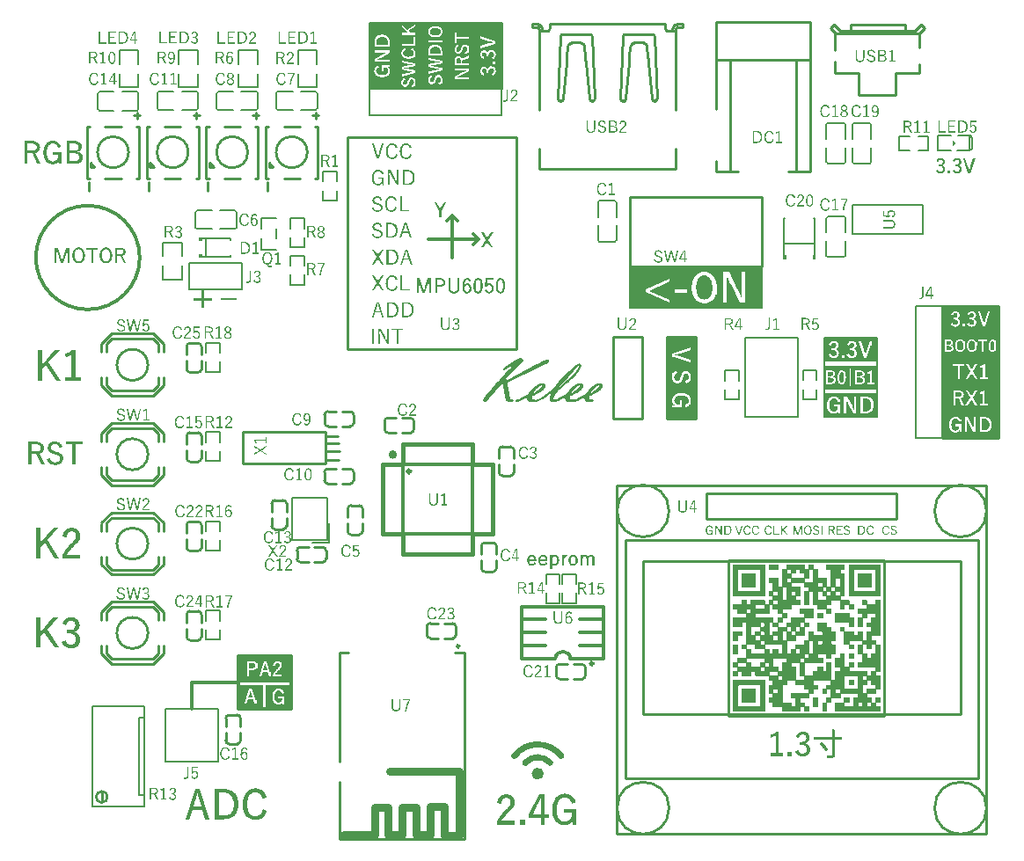
<source format=gto>
G04*
G04 #@! TF.GenerationSoftware,Altium Limited,Altium Designer,20.2.8 (258)*
G04*
G04 Layer_Color=65535*
%FSLAX25Y25*%
%MOIN*%
G70*
G04*
G04 #@! TF.SameCoordinates,8B033AF5-0F56-4633-A6EA-0BBE3F1FE994*
G04*
G04*
G04 #@! TF.FilePolarity,Positive*
G04*
G01*
G75*
%ADD10C,0.02400*%
%ADD11C,0.01200*%
%ADD12C,0.01000*%
%ADD13C,0.01575*%
%ADD14C,0.00600*%
%ADD15C,0.00100*%
%ADD16C,0.00800*%
%ADD17C,0.03150*%
%ADD18C,0.01800*%
%ADD19C,0.00799*%
%ADD20C,0.00984*%
%ADD21C,0.00591*%
%ADD22C,0.00598*%
G36*
X70813Y224388D02*
X70813Y225549D01*
X69613D01*
X69613Y224388D01*
X70813D01*
D02*
G37*
G36*
X70813Y231949D02*
X70813Y230788D01*
X69613Y230788D01*
X69613Y231949D01*
X70813Y231949D01*
D02*
G37*
G36*
X291032Y225383D02*
X292144D01*
Y223584D01*
X291032D01*
Y225383D01*
D02*
G37*
G36*
X303456D02*
X302344D01*
Y223584D01*
X303456D01*
Y225383D01*
D02*
G37*
G36*
X355276Y269134D02*
X355236Y266300D01*
X356260Y267717D01*
X355276Y269134D01*
D02*
G37*
G36*
X372500Y186000D02*
Y176000D01*
X351457D01*
Y186000D01*
X351500D01*
Y196000D01*
X372500D01*
Y186000D01*
D02*
G37*
G36*
X94000Y53500D02*
X84500D01*
Y62500D01*
X94000D01*
Y53500D01*
D02*
G37*
G36*
X283300Y205000D02*
X232500D01*
Y221063D01*
X283300D01*
Y205000D01*
D02*
G37*
G36*
X326500Y174500D02*
X306500D01*
Y183500D01*
X326500D01*
Y174500D01*
D02*
G37*
G36*
X372500Y156102D02*
X351500D01*
Y166000D01*
X372500D01*
Y156102D01*
D02*
G37*
G36*
X326500Y173000D02*
Y164000D01*
X306500D01*
Y173000D01*
X326500D01*
D02*
G37*
G36*
X104500Y63500D02*
X84500D01*
Y73280D01*
X104500D01*
Y63500D01*
D02*
G37*
G36*
X154239Y288779D02*
X143939D01*
D01*
X134291D01*
Y312879D01*
X143939D01*
D01*
X154239D01*
Y288779D01*
D02*
G37*
G36*
X104500Y53500D02*
X95000D01*
Y62500D01*
X104500D01*
Y53500D01*
D02*
G37*
G36*
X372500Y166000D02*
X351500D01*
Y176000D01*
X372500D01*
Y166000D01*
D02*
G37*
G36*
Y196000D02*
X351500D01*
Y206102D01*
X372500D01*
Y196000D01*
D02*
G37*
G36*
X164239Y288779D02*
X154239D01*
Y313280D01*
X164239D01*
Y288779D01*
D02*
G37*
G36*
X174239Y312879D02*
X184291D01*
Y288779D01*
X174239D01*
Y288680D01*
X164239D01*
Y312980D01*
X174239D01*
Y312879D01*
D02*
G37*
G36*
X326500Y194000D02*
Y185000D01*
X306500D01*
Y194000D01*
X326500D01*
D02*
G37*
G36*
X258000Y163500D02*
X247000D01*
Y194500D01*
X258000D01*
Y163500D01*
D02*
G37*
G36*
X362029Y256374D02*
X361076D01*
X359263Y262128D01*
X360114D01*
X361094Y258872D01*
Y258853D01*
X361113Y258807D01*
X361131Y258733D01*
X361159Y258631D01*
X361205Y258492D01*
X361242Y258326D01*
X361298Y258132D01*
X361363Y257900D01*
Y257891D01*
X361372Y257873D01*
X361381Y257845D01*
X361390Y257808D01*
X361418Y257715D01*
X361446Y257595D01*
X361483Y257466D01*
X361520Y257336D01*
X361557Y257216D01*
X361585Y257114D01*
Y257123D01*
X361594Y257151D01*
X361612Y257197D01*
X361631Y257281D01*
X361649Y257336D01*
X361668Y257401D01*
X361686Y257466D01*
X361705Y257549D01*
X361733Y257641D01*
X361760Y257752D01*
X361788Y257873D01*
X361825Y258002D01*
Y258011D01*
X361834Y258030D01*
Y258058D01*
X361853Y258085D01*
X361871Y258187D01*
X361908Y258307D01*
X361945Y258446D01*
X361982Y258585D01*
X362029Y258724D01*
X362066Y258853D01*
X363065Y262128D01*
X363860D01*
X362029Y256374D01*
D02*
G37*
G36*
X357052Y262118D02*
X357117D01*
X357191Y262100D01*
X357367Y262072D01*
X357561Y262017D01*
X357764Y261933D01*
X357866Y261887D01*
X357968Y261822D01*
X358060Y261758D01*
X358153Y261674D01*
X358162D01*
X358171Y261656D01*
X358218Y261600D01*
X358282Y261517D01*
X358356Y261406D01*
X358430Y261258D01*
X358495Y261092D01*
X358541Y260907D01*
X358560Y260805D01*
Y260694D01*
Y260685D01*
Y260666D01*
Y260638D01*
Y260601D01*
X358541Y260500D01*
X358523Y260379D01*
X358486Y260250D01*
X358430Y260120D01*
X358347Y259991D01*
X358245Y259889D01*
Y259880D01*
X358227Y259871D01*
X358190Y259815D01*
X358125Y259741D01*
X358033Y259658D01*
X357931Y259565D01*
X357801Y259482D01*
X357663Y259408D01*
X357599Y259389D01*
X357700Y259353D01*
X357829Y259288D01*
X357968Y259205D01*
X358125Y259084D01*
X358273Y258936D01*
X358347Y258853D01*
X358412Y258751D01*
X358421Y258742D01*
X358458Y258705D01*
X358495Y258640D01*
X358551Y258548D01*
X358597Y258437D01*
X358643Y258307D01*
X358671Y258141D01*
X358680Y257956D01*
Y257947D01*
Y257919D01*
Y257882D01*
X358671Y257826D01*
X358662Y257752D01*
X358652Y257678D01*
X358615Y257493D01*
X358541Y257290D01*
X358504Y257179D01*
X358449Y257077D01*
X358384Y256966D01*
X358310Y256864D01*
X358227Y256763D01*
X358125Y256670D01*
X358116D01*
X358107Y256652D01*
X358079Y256633D01*
X358042Y256605D01*
X357996Y256578D01*
X357940Y256541D01*
X357801Y256476D01*
X357626Y256402D01*
X357422Y256337D01*
X357191Y256291D01*
X357061Y256282D01*
X356932Y256272D01*
X356876D01*
X356802Y256282D01*
X356719Y256291D01*
X356608Y256309D01*
X356488Y256337D01*
X356349Y256374D01*
X356210Y256420D01*
X356062Y256485D01*
X355914Y256568D01*
X355766Y256670D01*
X355618Y256781D01*
X355489Y256920D01*
X355359Y257086D01*
X355248Y257271D01*
X355156Y257484D01*
X355896Y257752D01*
Y257743D01*
X355905Y257734D01*
X355914Y257706D01*
X355924Y257669D01*
X355970Y257586D01*
X356016Y257484D01*
X356081Y257373D01*
X356155Y257262D01*
X356247Y257160D01*
X356340Y257086D01*
X356349Y257077D01*
X356386Y257068D01*
X356432Y257040D01*
X356497Y257012D01*
X356590Y256985D01*
X356691Y256966D01*
X356802Y256948D01*
X356932Y256938D01*
X356950D01*
X357006Y256948D01*
X357089Y256957D01*
X357191Y256975D01*
X357302Y257012D01*
X357422Y257068D01*
X357533Y257133D01*
X357635Y257234D01*
X357644Y257244D01*
X357672Y257281D01*
X357709Y257345D01*
X357755Y257429D01*
X357792Y257530D01*
X357829Y257651D01*
X357857Y257789D01*
X357866Y257947D01*
Y257956D01*
Y257993D01*
X357857Y258048D01*
X357848Y258113D01*
X357829Y258196D01*
X357801Y258289D01*
X357764Y258381D01*
X357718Y258483D01*
X357653Y258585D01*
X357579Y258677D01*
X357487Y258770D01*
X357367Y258853D01*
X357237Y258918D01*
X357080Y258973D01*
X356895Y259010D01*
X356691Y259020D01*
X356192D01*
Y259704D01*
X356701D01*
X356747Y259713D01*
X356849Y259723D01*
X356978Y259741D01*
X357117Y259769D01*
X357265Y259824D01*
X357394Y259889D01*
X357515Y259982D01*
X357524Y259991D01*
X357552Y260028D01*
X357589Y260083D01*
X357635Y260157D01*
X357681Y260250D01*
X357718Y260361D01*
X357746Y260490D01*
X357755Y260638D01*
Y260648D01*
Y260657D01*
Y260703D01*
X357746Y260786D01*
X357718Y260879D01*
X357690Y260981D01*
X357644Y261082D01*
X357579Y261184D01*
X357487Y261277D01*
X357478Y261286D01*
X357450Y261304D01*
X357394Y261332D01*
X357330Y261369D01*
X357246Y261406D01*
X357154Y261434D01*
X357043Y261452D01*
X356913Y261462D01*
X356858D01*
X356793Y261452D01*
X356710Y261434D01*
X356617Y261406D01*
X356525Y261369D01*
X356423Y261323D01*
X356331Y261249D01*
X356321Y261240D01*
X356294Y261212D01*
X356257Y261166D01*
X356210Y261110D01*
X356155Y261027D01*
X356099Y260925D01*
X356044Y260805D01*
X355998Y260666D01*
X355258Y260888D01*
Y260897D01*
X355267Y260916D01*
X355276Y260953D01*
X355295Y260999D01*
X355322Y261055D01*
X355350Y261119D01*
X355424Y261267D01*
X355517Y261425D01*
X355637Y261582D01*
X355785Y261730D01*
X355951Y261859D01*
X355961D01*
X355970Y261869D01*
X356025Y261906D01*
X356109Y261943D01*
X356229Y261998D01*
X356368Y262044D01*
X356534Y262091D01*
X356719Y262118D01*
X356923Y262128D01*
X356997D01*
X357052Y262118D01*
D02*
G37*
G36*
X350836D02*
X350901D01*
X350975Y262100D01*
X351151Y262072D01*
X351345Y262017D01*
X351548Y261933D01*
X351650Y261887D01*
X351752Y261822D01*
X351844Y261758D01*
X351937Y261674D01*
X351946D01*
X351955Y261656D01*
X352002Y261600D01*
X352066Y261517D01*
X352140Y261406D01*
X352214Y261258D01*
X352279Y261092D01*
X352325Y260907D01*
X352344Y260805D01*
Y260694D01*
Y260685D01*
Y260666D01*
Y260638D01*
Y260601D01*
X352325Y260500D01*
X352307Y260379D01*
X352270Y260250D01*
X352214Y260120D01*
X352131Y259991D01*
X352029Y259889D01*
Y259880D01*
X352011Y259871D01*
X351974Y259815D01*
X351909Y259741D01*
X351817Y259658D01*
X351715Y259565D01*
X351585Y259482D01*
X351447Y259408D01*
X351383Y259389D01*
X351484Y259353D01*
X351613Y259288D01*
X351752Y259205D01*
X351909Y259084D01*
X352057Y258936D01*
X352131Y258853D01*
X352196Y258751D01*
X352205Y258742D01*
X352242Y258705D01*
X352279Y258640D01*
X352335Y258548D01*
X352381Y258437D01*
X352427Y258307D01*
X352455Y258141D01*
X352464Y257956D01*
Y257947D01*
Y257919D01*
Y257882D01*
X352455Y257826D01*
X352446Y257752D01*
X352436Y257678D01*
X352399Y257493D01*
X352325Y257290D01*
X352288Y257179D01*
X352233Y257077D01*
X352168Y256966D01*
X352094Y256864D01*
X352011Y256763D01*
X351909Y256670D01*
X351900D01*
X351891Y256652D01*
X351863Y256633D01*
X351826Y256605D01*
X351780Y256578D01*
X351724Y256541D01*
X351585Y256476D01*
X351410Y256402D01*
X351206Y256337D01*
X350975Y256291D01*
X350845Y256282D01*
X350716Y256272D01*
X350660D01*
X350586Y256282D01*
X350503Y256291D01*
X350392Y256309D01*
X350272Y256337D01*
X350133Y256374D01*
X349994Y256420D01*
X349846Y256485D01*
X349698Y256568D01*
X349550Y256670D01*
X349402Y256781D01*
X349273Y256920D01*
X349143Y257086D01*
X349032Y257271D01*
X348940Y257484D01*
X349680Y257752D01*
Y257743D01*
X349689Y257734D01*
X349698Y257706D01*
X349708Y257669D01*
X349754Y257586D01*
X349800Y257484D01*
X349865Y257373D01*
X349939Y257262D01*
X350031Y257160D01*
X350124Y257086D01*
X350133Y257077D01*
X350170Y257068D01*
X350216Y257040D01*
X350281Y257012D01*
X350374Y256985D01*
X350475Y256966D01*
X350586Y256948D01*
X350716Y256938D01*
X350734D01*
X350790Y256948D01*
X350873Y256957D01*
X350975Y256975D01*
X351086Y257012D01*
X351206Y257068D01*
X351317Y257133D01*
X351419Y257234D01*
X351428Y257244D01*
X351456Y257281D01*
X351493Y257345D01*
X351539Y257429D01*
X351576Y257530D01*
X351613Y257651D01*
X351641Y257789D01*
X351650Y257947D01*
Y257956D01*
Y257993D01*
X351641Y258048D01*
X351632Y258113D01*
X351613Y258196D01*
X351585Y258289D01*
X351548Y258381D01*
X351502Y258483D01*
X351437Y258585D01*
X351363Y258677D01*
X351271Y258770D01*
X351151Y258853D01*
X351021Y258918D01*
X350864Y258973D01*
X350679Y259010D01*
X350475Y259020D01*
X349976D01*
Y259704D01*
X350485D01*
X350531Y259713D01*
X350633Y259723D01*
X350762Y259741D01*
X350901Y259769D01*
X351049Y259824D01*
X351178Y259889D01*
X351299Y259982D01*
X351308Y259991D01*
X351336Y260028D01*
X351373Y260083D01*
X351419Y260157D01*
X351465Y260250D01*
X351502Y260361D01*
X351530Y260490D01*
X351539Y260638D01*
Y260648D01*
Y260657D01*
Y260703D01*
X351530Y260786D01*
X351502Y260879D01*
X351474Y260981D01*
X351428Y261082D01*
X351363Y261184D01*
X351271Y261277D01*
X351262Y261286D01*
X351234Y261304D01*
X351178Y261332D01*
X351114Y261369D01*
X351030Y261406D01*
X350938Y261434D01*
X350827Y261452D01*
X350697Y261462D01*
X350642D01*
X350577Y261452D01*
X350494Y261434D01*
X350401Y261406D01*
X350309Y261369D01*
X350207Y261323D01*
X350115Y261249D01*
X350105Y261240D01*
X350078Y261212D01*
X350041Y261166D01*
X349994Y261110D01*
X349939Y261027D01*
X349883Y260925D01*
X349828Y260805D01*
X349782Y260666D01*
X349042Y260888D01*
Y260897D01*
X349051Y260916D01*
X349060Y260953D01*
X349079Y260999D01*
X349106Y261055D01*
X349134Y261119D01*
X349208Y261267D01*
X349301Y261425D01*
X349421Y261582D01*
X349569Y261730D01*
X349735Y261859D01*
X349745D01*
X349754Y261869D01*
X349809Y261906D01*
X349893Y261943D01*
X350013Y261998D01*
X350152Y262044D01*
X350318Y262091D01*
X350503Y262118D01*
X350707Y262128D01*
X350781D01*
X350836Y262118D01*
D02*
G37*
G36*
X354351Y256365D02*
X353361D01*
Y257345D01*
X354351D01*
Y256365D01*
D02*
G37*
G36*
X213996Y184193D02*
X214163Y184109D01*
X214301Y184026D01*
X214440Y183887D01*
X214524Y183693D01*
X214551Y183415D01*
Y183387D01*
Y183332D01*
X214524Y183248D01*
X214496Y183110D01*
X214440Y182943D01*
X214357Y182721D01*
X214246Y182471D01*
X214107Y182193D01*
X213913Y181860D01*
X213691Y181499D01*
X213385Y181082D01*
X213052Y180638D01*
X212635Y180138D01*
X212163Y179611D01*
X211608Y179055D01*
X210969Y178444D01*
X210941Y178417D01*
X210858Y178361D01*
X210747Y178250D01*
X210580Y178083D01*
X210358Y177917D01*
X210108Y177694D01*
X209831Y177445D01*
X209525Y177167D01*
X209164Y176861D01*
X208803Y176556D01*
X207970Y175890D01*
X207081Y175168D01*
X206137Y174445D01*
X206109Y174418D01*
X206026Y174362D01*
X205915Y174223D01*
X205748Y174057D01*
X205526Y173807D01*
X205276Y173474D01*
X204999Y173085D01*
X204693Y172585D01*
Y172557D01*
X204665Y172529D01*
X204554Y172363D01*
X204415Y172113D01*
X204249Y171807D01*
X204082Y171474D01*
X203943Y171141D01*
X203832Y170835D01*
X203804Y170585D01*
X203860Y170558D01*
X203971Y170530D01*
X204249D01*
X204291Y170516D01*
X204415Y170558D01*
X204443D01*
X204554Y170585D01*
X204721Y170641D01*
X204943Y170724D01*
X205221Y170835D01*
X205554Y170974D01*
X205971Y171196D01*
X206415Y171446D01*
X206443D01*
X206470Y171474D01*
X206554Y171530D01*
X206665Y171585D01*
X206915Y171724D01*
X207248Y171891D01*
X207609Y172057D01*
X207998Y172224D01*
X208359Y172363D01*
X208692Y172474D01*
Y172502D01*
X208720Y172529D01*
X208803Y172696D01*
X208942Y172946D01*
X209164Y173279D01*
X209470Y173696D01*
X209858Y174168D01*
X210358Y174668D01*
X210664Y174945D01*
X210969Y175223D01*
X210997Y175251D01*
X211052Y175306D01*
X211163Y175362D01*
X211275Y175473D01*
X211441Y175612D01*
X211636Y175751D01*
X212080Y176056D01*
X212580Y176334D01*
X213135Y176611D01*
X213413Y176723D01*
X213691Y176778D01*
X213968Y176834D01*
X214218Y176861D01*
X214274D01*
X214413Y176834D01*
X214607Y176806D01*
X214829Y176723D01*
X215051Y176611D01*
X215246Y176417D01*
X215385Y176167D01*
X215440Y176001D01*
Y175806D01*
Y175751D01*
X215412Y175612D01*
X215329Y175362D01*
X215190Y175084D01*
X215079Y174890D01*
X214940Y174723D01*
X214774Y174529D01*
X214579Y174334D01*
X214357Y174140D01*
X214079Y173918D01*
X213774Y173723D01*
X213413Y173501D01*
X213385D01*
X213330Y173446D01*
X213246Y173390D01*
X213135Y173307D01*
X212830Y173112D01*
X212413Y172863D01*
X211941Y172613D01*
X211441Y172335D01*
X210886Y172085D01*
X210330Y171863D01*
Y171835D01*
X210303Y171696D01*
X210275Y171530D01*
X210247Y171280D01*
Y171252D01*
Y171196D01*
X210275Y171002D01*
X210358Y170808D01*
X210441Y170696D01*
X210525Y170641D01*
X210553D01*
X210691Y170613D01*
X210775Y170585D01*
X210914D01*
X211052Y170558D01*
X211358D01*
X211469Y170530D01*
X211591Y170506D01*
X211747Y170558D01*
X211774D01*
X211886Y170585D01*
X212052Y170641D01*
X212274Y170724D01*
X212552Y170835D01*
X212885Y170974D01*
X213302Y171196D01*
X213746Y171446D01*
X213774D01*
X213802Y171474D01*
X213885Y171530D01*
X213996Y171585D01*
X214246Y171724D01*
X214579Y171891D01*
X214940Y172057D01*
X215329Y172224D01*
X215690Y172363D01*
X216023Y172474D01*
Y172502D01*
X216051Y172529D01*
X216134Y172696D01*
X216273Y172946D01*
X216495Y173279D01*
X216801Y173696D01*
X217190Y174168D01*
X217689Y174668D01*
X217995Y174945D01*
X218300Y175223D01*
X218328Y175251D01*
X218384Y175306D01*
X218495Y175362D01*
X218606Y175473D01*
X218773Y175612D01*
X218967Y175751D01*
X219411Y176056D01*
X219911Y176334D01*
X220466Y176611D01*
X220744Y176723D01*
X221022Y176778D01*
X221300Y176834D01*
X221550Y176861D01*
X221605D01*
X221744Y176834D01*
X221938Y176806D01*
X222161Y176723D01*
X222383Y176611D01*
X222577Y176417D01*
X222716Y176167D01*
X222771Y176001D01*
Y175806D01*
Y175751D01*
X222744Y175612D01*
X222660Y175362D01*
X222521Y175084D01*
X222410Y174890D01*
X222271Y174723D01*
X222105Y174529D01*
X221911Y174334D01*
X221688Y174140D01*
X221411Y173918D01*
X221105Y173723D01*
X220744Y173501D01*
X220716D01*
X220661Y173446D01*
X220578Y173390D01*
X220466Y173307D01*
X220161Y173112D01*
X219744Y172863D01*
X219272Y172613D01*
X218773Y172335D01*
X218217Y172085D01*
X217662Y171863D01*
Y171835D01*
X217634Y171696D01*
X217606Y171530D01*
X217578Y171280D01*
Y171252D01*
Y171196D01*
X217606Y171002D01*
X217689Y170808D01*
X217773Y170696D01*
X217856Y170641D01*
X217884D01*
X218023Y170613D01*
X218106Y170585D01*
X218245D01*
X218384Y170558D01*
X218689D01*
X218800Y170530D01*
X218939Y170502D01*
X219050Y170447D01*
X219161Y170391D01*
X219245Y170280D01*
X219272Y170141D01*
Y170113D01*
X219245Y170058D01*
X219189Y169975D01*
X219050Y169891D01*
X218856Y169780D01*
X218717Y169725D01*
X218550Y169697D01*
X218356Y169669D01*
X218106Y169641D01*
X217856Y169614D01*
X217384D01*
X217273Y169641D01*
X216968Y169697D01*
X216662Y169808D01*
X216329Y170002D01*
X216162Y170141D01*
X216023Y170280D01*
X215912Y170474D01*
X215829Y170669D01*
X215773Y170919D01*
X215746Y171196D01*
Y171224D01*
Y171252D01*
Y171391D01*
X215773Y171530D01*
X215801Y171641D01*
X215746Y171613D01*
X215634Y171557D01*
X215496Y171446D01*
X215273Y171307D01*
X214940Y171113D01*
X214746Y171002D01*
X214524Y170863D01*
X214274Y170724D01*
X213996Y170558D01*
X213968D01*
X213941Y170530D01*
X213857Y170474D01*
X213746Y170419D01*
X213468Y170280D01*
X213135Y170141D01*
X212774Y169975D01*
X212385Y169836D01*
X212024Y169725D01*
X211691Y169697D01*
X211636D01*
X211497Y169752D01*
X211481Y169763D01*
X211386Y169725D01*
X211219Y169697D01*
X211025Y169669D01*
X210775Y169641D01*
X210525Y169614D01*
X210053D01*
X209942Y169641D01*
X209636Y169697D01*
X209331Y169808D01*
X208998Y170002D01*
X208831Y170141D01*
X208692Y170280D01*
X208581Y170474D01*
X208498Y170669D01*
X208442Y170919D01*
X208414Y171196D01*
Y171224D01*
Y171252D01*
Y171391D01*
X208442Y171530D01*
X208470Y171641D01*
X208414Y171613D01*
X208303Y171557D01*
X208164Y171446D01*
X207942Y171307D01*
X207609Y171113D01*
X207415Y171002D01*
X207192Y170863D01*
X206943Y170724D01*
X206665Y170558D01*
X206637D01*
X206609Y170530D01*
X206526Y170474D01*
X206415Y170419D01*
X206137Y170280D01*
X205804Y170141D01*
X205443Y169975D01*
X205054Y169836D01*
X204693Y169725D01*
X204360Y169697D01*
X204304D01*
X204198Y169739D01*
X204027Y169697D01*
X203721Y169669D01*
X203666D01*
X203527Y169697D01*
X203332Y169725D01*
X203110Y169836D01*
X202888Y169975D01*
X202694Y170197D01*
X202555Y170502D01*
X202527Y170669D01*
X202499Y170891D01*
Y170946D01*
X202527Y171085D01*
X202555Y171307D01*
X202610Y171613D01*
X202722Y171974D01*
X202888Y172418D01*
X203110Y172946D01*
X203416Y173501D01*
X200916Y171363D01*
X200889Y171335D01*
X200805Y171280D01*
X200694Y171196D01*
X200528Y171113D01*
X200306Y170974D01*
X200083Y170835D01*
X199556Y170530D01*
X198972Y170224D01*
X198362Y169947D01*
X198084Y169863D01*
X197806Y169780D01*
X197529Y169725D01*
X197306Y169697D01*
X197251D01*
X197112Y169752D01*
X197096Y169763D01*
X197001Y169725D01*
X196834Y169697D01*
X196640Y169669D01*
X196390Y169641D01*
X196140Y169614D01*
X195668D01*
X195557Y169641D01*
X195251Y169697D01*
X194946Y169808D01*
X194613Y170002D01*
X194446Y170141D01*
X194307Y170280D01*
X194196Y170474D01*
X194113Y170669D01*
X194057Y170919D01*
X194029Y171196D01*
Y171224D01*
Y171252D01*
Y171391D01*
X194057Y171530D01*
X194085Y171641D01*
X194029Y171613D01*
X193918Y171557D01*
X193780Y171446D01*
X193557Y171307D01*
X193224Y171113D01*
X193030Y171002D01*
X192808Y170863D01*
X192558Y170724D01*
X192280Y170558D01*
X192252D01*
X192224Y170530D01*
X192141Y170474D01*
X192030Y170419D01*
X191752Y170280D01*
X191419Y170141D01*
X191058Y169975D01*
X190669Y169836D01*
X190308Y169725D01*
X189975Y169697D01*
X189919D01*
X189781Y169752D01*
X189614Y169863D01*
X189586Y169947D01*
X189558Y170086D01*
Y170113D01*
Y170141D01*
X189614Y170280D01*
X189670Y170363D01*
X189753Y170447D01*
X189864Y170502D01*
X190031Y170558D01*
X190058D01*
X190169Y170585D01*
X190336Y170641D01*
X190558Y170724D01*
X190836Y170835D01*
X191169Y170974D01*
X191586Y171196D01*
X192030Y171446D01*
X192058D01*
X192086Y171474D01*
X192169Y171530D01*
X192280Y171585D01*
X192530Y171724D01*
X192863Y171891D01*
X193224Y172057D01*
X193613Y172224D01*
X193974Y172363D01*
X194307Y172474D01*
Y172502D01*
X194335Y172529D01*
X194418Y172696D01*
X194557Y172946D01*
X194779Y173279D01*
X195085Y173696D01*
X195474Y174168D01*
X195973Y174668D01*
X196279Y174945D01*
X196584Y175223D01*
X196612Y175251D01*
X196668Y175306D01*
X196779Y175362D01*
X196890Y175473D01*
X197056Y175612D01*
X197251Y175751D01*
X197695Y176056D01*
X198195Y176334D01*
X198750Y176611D01*
X199028Y176723D01*
X199306Y176778D01*
X199583Y176834D01*
X199833Y176861D01*
X199889D01*
X200028Y176834D01*
X200222Y176806D01*
X200444Y176723D01*
X200666Y176611D01*
X200861Y176417D01*
X201000Y176167D01*
X201055Y176001D01*
Y175806D01*
Y175751D01*
X201027Y175612D01*
X200944Y175362D01*
X200805Y175084D01*
X200694Y174890D01*
X200555Y174723D01*
X200389Y174529D01*
X200194Y174334D01*
X199972Y174140D01*
X199695Y173918D01*
X199389Y173723D01*
X199028Y173501D01*
X199000D01*
X198945Y173446D01*
X198861Y173390D01*
X198750Y173307D01*
X198445Y173112D01*
X198028Y172863D01*
X197556Y172613D01*
X197056Y172335D01*
X196501Y172085D01*
X195946Y171863D01*
Y171835D01*
X195918Y171696D01*
X195890Y171530D01*
X195862Y171280D01*
Y171252D01*
Y171196D01*
X195890Y171002D01*
X195973Y170808D01*
X196057Y170696D01*
X196140Y170641D01*
X196168D01*
X196307Y170613D01*
X196390Y170585D01*
X196529D01*
X196668Y170558D01*
X196973D01*
X197084Y170530D01*
X197223Y170502D01*
X197267Y170480D01*
X197334Y170502D01*
X197556Y170558D01*
X197584D01*
X197640Y170585D01*
X197723Y170613D01*
X197862Y170641D01*
X198001Y170696D01*
X198195Y170780D01*
X198611Y170974D01*
X198639Y171002D01*
X198750Y171057D01*
X198945Y171169D01*
X199222Y171335D01*
X199556Y171557D01*
X200000Y171835D01*
X200528Y172196D01*
X201139Y172640D01*
X201166D01*
X201194Y172696D01*
X201277Y172751D01*
X201389Y172835D01*
X201666Y173057D01*
X202027Y173335D01*
X202471Y173696D01*
X202971Y174084D01*
X203527Y174501D01*
X204082Y174945D01*
X204110Y174973D01*
X204166Y175056D01*
X204277Y175223D01*
X204415Y175417D01*
X204582Y175640D01*
X204804Y175945D01*
X205054Y176278D01*
X205360Y176667D01*
X205665Y177056D01*
X206026Y177500D01*
X206443Y177972D01*
X206859Y178472D01*
X207331Y179000D01*
X207831Y179555D01*
X208386Y180111D01*
X208942Y180694D01*
X208970Y180721D01*
X209109Y180833D01*
X209275Y181027D01*
X209525Y181249D01*
X209803Y181499D01*
X210136Y181805D01*
X210497Y182138D01*
X210858Y182471D01*
X211663Y183110D01*
X212080Y183415D01*
X212469Y183665D01*
X212830Y183887D01*
X213163Y184082D01*
X213496Y184193D01*
X213746Y184221D01*
X213885D01*
X213996Y184193D01*
D02*
G37*
G36*
X191613Y186359D02*
X191836Y186248D01*
X191974Y186164D01*
X192113Y186053D01*
X192141Y186026D01*
X192169Y185998D01*
X192335Y185859D01*
X192474Y185637D01*
X192502Y185526D01*
X192530Y185415D01*
X192502Y185359D01*
X192474Y185276D01*
X192391Y185165D01*
X192252Y184970D01*
X192030Y184748D01*
X191752Y184443D01*
X191364Y184054D01*
X190392Y182915D01*
X185976Y178361D01*
X185893Y178333D01*
X185976D01*
X186170Y178305D01*
X186282Y178278D01*
X186365Y178194D01*
X186448Y178111D01*
X186476Y177972D01*
X197473Y183860D01*
X197529Y183887D01*
X197640Y183943D01*
X197834Y184054D01*
X198084Y184165D01*
X198362Y184304D01*
X198695Y184470D01*
X199417Y184859D01*
X200194Y185220D01*
X200555Y185387D01*
X200889Y185526D01*
X201194Y185637D01*
X201444Y185748D01*
X201638Y185803D01*
X201777Y185831D01*
X201861D01*
X201916Y185803D01*
X202027Y185748D01*
X202111Y185692D01*
X202166Y185581D01*
X202222Y185415D01*
X202249Y185220D01*
Y185192D01*
X202222Y185109D01*
X202194Y184970D01*
X202111Y184776D01*
X201972Y184581D01*
X201777Y184387D01*
X201500Y184165D01*
X201111Y183971D01*
X199028Y182999D01*
X186643Y176889D01*
X187115Y173862D01*
Y173835D01*
X187143Y173751D01*
Y173612D01*
X187170Y173446D01*
X187226Y173251D01*
X187254Y173001D01*
X187337Y172502D01*
X187448Y171974D01*
X187559Y171474D01*
X187615Y171280D01*
X187642Y171085D01*
X187698Y170946D01*
X187753Y170863D01*
X187781Y170835D01*
X187837Y170780D01*
X187976Y170724D01*
X188170Y170669D01*
X188198D01*
X188281Y170641D01*
X188364Y170585D01*
X188503Y170530D01*
X188614Y170474D01*
X188698Y170391D01*
X188781Y170308D01*
X188809Y170224D01*
Y170197D01*
Y170169D01*
X188781Y170113D01*
X188725Y170030D01*
X188614Y169947D01*
X188503Y169863D01*
X188309Y169808D01*
X188059Y169752D01*
X187976D01*
X187892Y169725D01*
X187809D01*
X187559Y169697D01*
X187281D01*
X187143Y169725D01*
X186976Y169752D01*
X186782Y169808D01*
X186559Y169919D01*
X186337Y170086D01*
X186115Y170308D01*
X185921Y170613D01*
Y170641D01*
X185893Y170696D01*
X185865Y170808D01*
X185837Y170946D01*
X185782Y171113D01*
X185754Y171335D01*
X185698Y171641D01*
X185615Y172002D01*
X185532Y172446D01*
X185449Y172974D01*
X185337Y173585D01*
X185226Y174279D01*
X185088Y175084D01*
X185004Y175529D01*
X184949Y176001D01*
X184865Y176500D01*
X184782Y177028D01*
X184754Y176972D01*
X184643Y176861D01*
X184477Y176667D01*
X184254Y176389D01*
X183977Y176084D01*
X183643Y175695D01*
X183282Y175278D01*
X182866Y174806D01*
X182449Y174307D01*
X182005Y173779D01*
X181061Y172696D01*
X180089Y171557D01*
X179173Y170474D01*
X179145Y170447D01*
X179061Y170363D01*
X178923Y170224D01*
X178784Y170086D01*
X178617Y169947D01*
X178423Y169808D01*
X178256Y169725D01*
X178117Y169697D01*
X178034D01*
X177923Y169725D01*
X177784Y169780D01*
X177645Y169863D01*
X177506Y170002D01*
X177367Y170169D01*
X177229Y170419D01*
Y170474D01*
X177284Y170530D01*
X177340Y170641D01*
X177423Y170808D01*
X177562Y171030D01*
X177756Y171307D01*
X178006Y171668D01*
X178339Y172085D01*
X178756Y172613D01*
X179284Y173251D01*
X179561Y173585D01*
X179894Y173973D01*
X180228Y174362D01*
X180616Y174806D01*
X181005Y175278D01*
X181450Y175778D01*
X181922Y176306D01*
X182422Y176861D01*
X182949Y177445D01*
X183532Y178083D01*
X183560Y178111D01*
X183616Y178167D01*
X183699Y178250D01*
X183810Y178389D01*
X183949Y178528D01*
X184116Y178722D01*
X184532Y179166D01*
X185004Y179694D01*
X185532Y180277D01*
X186115Y180888D01*
X186698Y181527D01*
X187281Y182166D01*
X187864Y182776D01*
X188392Y183360D01*
X188864Y183860D01*
X189281Y184276D01*
X189392Y184406D01*
X189281Y184332D01*
X189086Y184221D01*
X188837Y184054D01*
X188586Y183860D01*
X188253Y183665D01*
X187920Y183415D01*
X187504Y183137D01*
X185310Y181555D01*
X185226D01*
X185060Y181610D01*
X184976Y181666D01*
X184893Y181749D01*
X184838Y181860D01*
X184810Y182027D01*
Y182054D01*
X184865Y182110D01*
X184976Y182277D01*
X185060Y182360D01*
X185171Y182471D01*
X185337Y182638D01*
X185532Y182804D01*
X185754Y182999D01*
X186059Y183221D01*
X186393Y183471D01*
X186782Y183748D01*
X187226Y184054D01*
X187753Y184415D01*
X187781Y184443D01*
X187892Y184498D01*
X188031Y184609D01*
X188225Y184720D01*
X188476Y184859D01*
X188725Y185026D01*
X189336Y185415D01*
X189947Y185776D01*
X190558Y186081D01*
X190836Y186192D01*
X191058Y186303D01*
X191252Y186359D01*
X191419Y186387D01*
X191475D01*
X191613Y186359D01*
D02*
G37*
G36*
X171546Y216635D02*
X171611D01*
X171694Y216616D01*
X171786Y216598D01*
X171888Y216570D01*
X171999Y216533D01*
X172110Y216487D01*
X172230Y216422D01*
X172351Y216357D01*
X172462Y216265D01*
X172573Y216163D01*
X172674Y216043D01*
X172767Y215904D01*
X172850Y215747D01*
X172119Y215441D01*
Y215451D01*
X172110Y215469D01*
X172101Y215488D01*
X172082Y215525D01*
X172027Y215617D01*
X171962Y215719D01*
X171860Y215811D01*
X171749Y215904D01*
X171675Y215941D01*
X171601Y215960D01*
X171518Y215978D01*
X171435Y215987D01*
X171389D01*
X171333Y215969D01*
X171259Y215950D01*
X171176Y215922D01*
X171083Y215876D01*
X170982Y215802D01*
X170880Y215719D01*
X170778Y215599D01*
X170676Y215460D01*
X170575Y215284D01*
X170528Y215182D01*
X170491Y215072D01*
X170454Y214951D01*
X170417Y214822D01*
X170380Y214683D01*
X170353Y214535D01*
X170334Y214369D01*
X170316Y214193D01*
X170306Y214008D01*
X170298Y213824D01*
X170316Y213850D01*
X170334Y213888D01*
X170362Y213934D01*
X170445Y214063D01*
X170510Y214128D01*
X170575Y214202D01*
X170649Y214276D01*
X170732Y214341D01*
X170824Y214415D01*
X170935Y214470D01*
X171046Y214516D01*
X171176Y214553D01*
X171315Y214581D01*
X171463Y214591D01*
X171527D01*
X171583Y214581D01*
X171638Y214572D01*
X171712Y214563D01*
X171860Y214526D01*
X172036Y214461D01*
X172119Y214415D01*
X172203Y214369D01*
X172286Y214304D01*
X172360Y214230D01*
X172434Y214146D01*
X172499Y214054D01*
X172508Y214045D01*
X172517Y214026D01*
X172545Y213999D01*
X172573Y213962D01*
X172610Y213906D01*
X172647Y213850D01*
X172693Y213776D01*
X172739Y213693D01*
X172822Y213508D01*
X172896Y213286D01*
X172952Y213036D01*
X172961Y212898D01*
X172970Y212759D01*
Y212750D01*
Y212722D01*
Y212667D01*
X172961Y212602D01*
X172952Y212528D01*
X172943Y212435D01*
X172924Y212333D01*
X172906Y212223D01*
X172850Y211991D01*
X172758Y211760D01*
X172702Y211649D01*
X172628Y211538D01*
X172554Y211436D01*
X172462Y211344D01*
X172452Y211334D01*
X172443Y211316D01*
X172415Y211288D01*
X172378Y211261D01*
X172332Y211214D01*
X172277Y211168D01*
X172138Y211066D01*
X171971Y210964D01*
X171768Y210872D01*
X171666Y210844D01*
X171546Y210817D01*
X171426Y210798D01*
X171296Y210789D01*
X171259D01*
X171213Y210798D01*
X171148D01*
X171074Y210817D01*
X170991Y210826D01*
X170797Y210881D01*
X170695Y210918D01*
X170584Y210974D01*
X170473Y211029D01*
X170362Y211103D01*
X170251Y211187D01*
X170149Y211288D01*
X170047Y211408D01*
X169955Y211538D01*
Y211547D01*
X169936Y211575D01*
X169918Y211612D01*
X169890Y211667D01*
X169853Y211732D01*
X169816Y211825D01*
X169779Y211927D01*
X169742Y212037D01*
X169705Y212167D01*
X169668Y212315D01*
X169631Y212472D01*
X169594Y212639D01*
X169566Y212824D01*
X169548Y213027D01*
X169539Y213240D01*
X169529Y213462D01*
Y213471D01*
Y213480D01*
Y213536D01*
Y213629D01*
X169539Y213739D01*
X169548Y213888D01*
X169557Y214045D01*
X169576Y214220D01*
X169603Y214415D01*
X169631Y214618D01*
X169668Y214822D01*
X169714Y215035D01*
X169770Y215238D01*
X169835Y215441D01*
X169918Y215636D01*
X170001Y215811D01*
X170103Y215969D01*
X170112Y215978D01*
X170121Y215997D01*
X170158Y216034D01*
X170195Y216071D01*
X170242Y216126D01*
X170306Y216181D01*
X170371Y216246D01*
X170454Y216311D01*
X170547Y216367D01*
X170649Y216431D01*
X170760Y216487D01*
X170880Y216542D01*
X171009Y216579D01*
X171148Y216616D01*
X171296Y216635D01*
X171453Y216644D01*
X171500D01*
X171546Y216635D01*
D02*
G37*
G36*
X157689Y210891D02*
X156903D01*
Y214258D01*
X156921Y215912D01*
X156903Y215858D01*
X156885Y215793D01*
X156857Y215701D01*
X156829Y215599D01*
X156801Y215488D01*
X156764Y215368D01*
X156690Y215099D01*
X156607Y214812D01*
X156533Y214535D01*
X156450Y214276D01*
X155377Y210891D01*
X154406D01*
X153360Y214359D01*
X153351Y214369D01*
X153342Y214415D01*
X153314Y214479D01*
X153277Y214572D01*
X153240Y214692D01*
X153194Y214831D01*
X153138Y214998D01*
X153083Y215192D01*
Y215201D01*
X153074Y215219D01*
X153064Y215247D01*
X153055Y215294D01*
X153027Y215395D01*
X152990Y215525D01*
X152953Y215654D01*
X152916Y215784D01*
X152889Y215885D01*
X152879Y215932D01*
X152870Y215960D01*
Y215950D01*
Y215941D01*
Y215922D01*
Y215895D01*
Y215839D01*
Y215774D01*
Y215691D01*
X152889Y214174D01*
Y210891D01*
X152139D01*
Y216644D01*
X153388D01*
X154406Y213286D01*
Y213277D01*
X154424Y213240D01*
X154443Y213175D01*
X154470Y213083D01*
X154507Y212953D01*
X154554Y212796D01*
X154609Y212611D01*
X154637Y212500D01*
X154674Y212380D01*
Y212370D01*
X154683Y212361D01*
X154692Y212333D01*
X154702Y212297D01*
X154729Y212204D01*
X154766Y212093D01*
X154803Y211973D01*
X154840Y211853D01*
X154877Y211732D01*
X154905Y211631D01*
X154914D01*
Y211640D01*
X154924Y211649D01*
X154933Y211677D01*
X154942Y211704D01*
X154951Y211751D01*
X154970Y211806D01*
X154998Y211880D01*
X155025Y211973D01*
X155062Y212084D01*
X155099Y212223D01*
X155146Y212380D01*
X155201Y212556D01*
X155266Y212768D01*
X155340Y213000D01*
X155423Y213268D01*
X156459Y216644D01*
X157689D01*
Y210891D01*
D02*
G37*
G36*
X168392Y212833D02*
Y212824D01*
Y212787D01*
Y212731D01*
X168382Y212657D01*
X168373Y212565D01*
X168355Y212463D01*
X168336Y212352D01*
X168308Y212232D01*
X168271Y212102D01*
X168225Y211964D01*
X168170Y211834D01*
X168105Y211695D01*
X168022Y211566D01*
X167929Y211436D01*
X167827Y211325D01*
X167707Y211214D01*
X167698D01*
X167679Y211196D01*
X167652Y211177D01*
X167605Y211150D01*
X167550Y211112D01*
X167485Y211075D01*
X167411Y211038D01*
X167328Y211001D01*
X167226Y210955D01*
X167124Y210918D01*
X167004Y210881D01*
X166875Y210844D01*
X166597Y210798D01*
X166440Y210789D01*
X166283Y210780D01*
X166181D01*
X166116Y210789D01*
X166033Y210798D01*
X165931Y210807D01*
X165820Y210826D01*
X165700Y210854D01*
X165450Y210918D01*
X165321Y210964D01*
X165182Y211020D01*
X165052Y211085D01*
X164932Y211159D01*
X164812Y211242D01*
X164701Y211344D01*
X164692Y211353D01*
X164682Y211371D01*
X164655Y211399D01*
X164618Y211445D01*
X164581Y211501D01*
X164534Y211566D01*
X164488Y211640D01*
X164442Y211732D01*
X164386Y211834D01*
X164340Y211945D01*
X164294Y212065D01*
X164257Y212195D01*
X164220Y212343D01*
X164192Y212500D01*
X164183Y212657D01*
X164174Y212833D01*
Y216644D01*
X164997D01*
Y212852D01*
Y212833D01*
Y212796D01*
X165006Y212722D01*
X165015Y212639D01*
X165034Y212528D01*
X165062Y212417D01*
X165108Y212287D01*
X165163Y212167D01*
X165228Y212037D01*
X165311Y211908D01*
X165422Y211797D01*
X165552Y211686D01*
X165700Y211603D01*
X165866Y211529D01*
X166070Y211492D01*
X166301Y211473D01*
X166357D01*
X166421Y211483D01*
X166505Y211492D01*
X166606Y211520D01*
X166717Y211547D01*
X166838Y211594D01*
X166958Y211649D01*
X167078Y211723D01*
X167198Y211806D01*
X167309Y211917D01*
X167411Y212056D01*
X167494Y212213D01*
X167559Y212398D01*
X167596Y212611D01*
X167615Y212852D01*
Y216644D01*
X168392D01*
Y212833D01*
D02*
G37*
G36*
X181157Y215885D02*
X178918Y215885D01*
X178863Y214637D01*
Y214628D01*
Y214609D01*
Y214572D01*
X178853Y214516D01*
Y214442D01*
X178844Y214350D01*
X178835Y214230D01*
X178819Y214100D01*
X178826Y214128D01*
X178844Y214165D01*
X178872Y214230D01*
X178918Y214295D01*
X178983Y214359D01*
X179066Y214424D01*
X179168Y214489D01*
X179177Y214498D01*
X179214Y214516D01*
X179270Y214535D01*
X179344Y214563D01*
X179436Y214591D01*
X179538Y214618D01*
X179649Y214628D01*
X179769Y214637D01*
X179843D01*
X179889Y214628D01*
X179954Y214618D01*
X180028Y214609D01*
X180195Y214563D01*
X180380Y214489D01*
X180481Y214442D01*
X180583Y214387D01*
X180685Y214322D01*
X180777Y214239D01*
X180870Y214146D01*
X180962Y214045D01*
X180972Y214036D01*
X180981Y214017D01*
X180999Y213989D01*
X181027Y213952D01*
X181055Y213906D01*
X181092Y213841D01*
X181129Y213767D01*
X181166Y213693D01*
X181231Y213508D01*
X181295Y213286D01*
X181342Y213046D01*
X181360Y212907D01*
Y212768D01*
Y212759D01*
Y212722D01*
Y212676D01*
X181351Y212611D01*
X181342Y212528D01*
X181332Y212435D01*
X181314Y212333D01*
X181286Y212213D01*
X181221Y211973D01*
X181175Y211843D01*
X181120Y211723D01*
X181055Y211594D01*
X180981Y211473D01*
X180898Y211353D01*
X180796Y211242D01*
X180787Y211233D01*
X180777Y211224D01*
X180750Y211205D01*
X180713Y211168D01*
X180666Y211140D01*
X180611Y211103D01*
X180472Y211020D01*
X180296Y210937D01*
X180093Y210863D01*
X179862Y210807D01*
X179741Y210798D01*
X179612Y210789D01*
X179556D01*
X179492Y210798D01*
X179408Y210807D01*
X179307Y210826D01*
X179186Y210854D01*
X179066Y210891D01*
X178927Y210937D01*
X178789Y211001D01*
X178650Y211085D01*
X178511Y211177D01*
X178382Y211288D01*
X178252Y211427D01*
X178141Y211584D01*
X178039Y211769D01*
X177956Y211982D01*
X178705Y212250D01*
Y212241D01*
X178715Y212213D01*
X178733Y212176D01*
X178752Y212130D01*
X178779Y212065D01*
X178807Y212000D01*
X178900Y211853D01*
X179020Y211704D01*
X179094Y211640D01*
X179177Y211575D01*
X179270Y211529D01*
X179371Y211492D01*
X179482Y211464D01*
X179603Y211455D01*
X179677D01*
X179760Y211473D01*
X179862Y211492D01*
X179982Y211520D01*
X180093Y211566D01*
X180204Y211631D01*
X180306Y211714D01*
Y211723D01*
X180315Y211732D01*
X180324Y211760D01*
X180343Y211797D01*
X180380Y211890D01*
X180426Y212010D01*
X180472Y212167D01*
X180509Y212343D01*
X180537Y212528D01*
X180546Y212740D01*
Y212750D01*
Y212768D01*
Y212805D01*
Y212842D01*
X180537Y212898D01*
Y212953D01*
X180509Y213092D01*
X180481Y213249D01*
X180435Y213406D01*
X180370Y213564D01*
X180278Y213693D01*
X180269Y213703D01*
X180232Y213739D01*
X180185Y213786D01*
X180111Y213832D01*
X180028Y213888D01*
X179917Y213925D01*
X179797Y213962D01*
X179658Y213971D01*
X179603D01*
X179547Y213962D01*
X179473Y213943D01*
X179390Y213925D01*
X179297Y213888D01*
X179205Y213832D01*
X179112Y213767D01*
X179103Y213758D01*
X179075Y213730D01*
X179038Y213693D01*
X178992Y213638D01*
X178937Y213564D01*
X178881Y213471D01*
X178826Y213369D01*
X178779Y213249D01*
X178132Y213333D01*
X178261Y216561D01*
X181157Y216561D01*
Y215885D01*
D02*
G37*
G36*
X161269Y216635D02*
X161399Y216616D01*
X161556Y216598D01*
X161722Y216561D01*
X161907Y216505D01*
X162092Y216441D01*
X162277Y216357D01*
X162462Y216246D01*
X162629Y216117D01*
X162786Y215950D01*
X162916Y215765D01*
X163017Y215543D01*
X163054Y215423D01*
X163082Y215294D01*
X163091Y215155D01*
X163101Y215007D01*
Y214998D01*
Y214970D01*
Y214924D01*
X163091Y214868D01*
X163082Y214803D01*
X163073Y214720D01*
X163027Y214535D01*
X162953Y214332D01*
X162906Y214220D01*
X162842Y214119D01*
X162777Y214017D01*
X162694Y213915D01*
X162601Y213813D01*
X162490Y213730D01*
X162481D01*
X162462Y213712D01*
X162435Y213693D01*
X162388Y213666D01*
X162342Y213638D01*
X162268Y213610D01*
X162194Y213573D01*
X162111Y213536D01*
X162009Y213499D01*
X161898Y213462D01*
X161778Y213434D01*
X161648Y213406D01*
X161510Y213379D01*
X161362Y213360D01*
X161195Y213351D01*
X161029Y213342D01*
X159956D01*
Y210891D01*
X159142D01*
Y216644D01*
X161167D01*
X161269Y216635D01*
D02*
G37*
G36*
X184024Y216635D02*
X184089D01*
X184163Y216616D01*
X184246Y216598D01*
X184348Y216579D01*
X184450Y216542D01*
X184561Y216505D01*
X184672Y216450D01*
X184792Y216385D01*
X184903Y216311D01*
X185005Y216218D01*
X185116Y216108D01*
X185208Y215987D01*
X185291Y215848D01*
X185301Y215839D01*
X185310Y215811D01*
X185328Y215774D01*
X185356Y215719D01*
X185384Y215645D01*
X185412Y215552D01*
X185449Y215441D01*
X185486Y215321D01*
X185523Y215173D01*
X185560Y215025D01*
X185587Y214849D01*
X185615Y214655D01*
X185643Y214452D01*
X185661Y214230D01*
X185680Y213989D01*
Y213739D01*
Y213730D01*
Y213703D01*
Y213666D01*
Y213610D01*
X185671Y213545D01*
Y213471D01*
X185661Y213379D01*
X185652Y213277D01*
X185624Y213055D01*
X185587Y212805D01*
X185532Y212537D01*
X185458Y212269D01*
X185365Y211991D01*
X185254Y211723D01*
X185106Y211473D01*
X184940Y211251D01*
X184838Y211150D01*
X184736Y211057D01*
X184625Y210983D01*
X184505Y210918D01*
X184376Y210863D01*
X184228Y210826D01*
X184080Y210798D01*
X183922Y210789D01*
X183885D01*
X183830Y210798D01*
X183774D01*
X183691Y210817D01*
X183608Y210835D01*
X183506Y210854D01*
X183404Y210891D01*
X183293Y210937D01*
X183182Y210983D01*
X183071Y211048D01*
X182951Y211131D01*
X182849Y211224D01*
X182748Y211325D01*
X182646Y211455D01*
X182563Y211594D01*
Y211603D01*
X182544Y211631D01*
X182526Y211667D01*
X182498Y211732D01*
X182470Y211806D01*
X182442Y211899D01*
X182405Y212010D01*
X182368Y212139D01*
X182331Y212278D01*
X182294Y212435D01*
X182267Y212611D01*
X182239Y212805D01*
X182211Y213009D01*
X182193Y213231D01*
X182183Y213471D01*
X182174Y213730D01*
Y213739D01*
Y213767D01*
Y213804D01*
Y213860D01*
X182183Y213925D01*
Y213999D01*
X182193Y214091D01*
X182202Y214183D01*
X182230Y214405D01*
X182267Y214655D01*
X182322Y214914D01*
X182396Y215192D01*
X182489Y215460D01*
X182600Y215719D01*
X182748Y215969D01*
X182914Y216191D01*
X183016Y216283D01*
X183118Y216376D01*
X183229Y216450D01*
X183349Y216514D01*
X183478Y216570D01*
X183626Y216607D01*
X183774Y216635D01*
X183932Y216644D01*
X183969D01*
X184024Y216635D01*
D02*
G37*
G36*
X175551Y216635D02*
X175616D01*
X175690Y216616D01*
X175773Y216598D01*
X175875Y216579D01*
X175977Y216542D01*
X176088Y216505D01*
X176199Y216450D01*
X176319Y216385D01*
X176430Y216311D01*
X176532Y216218D01*
X176643Y216108D01*
X176735Y215987D01*
X176818Y215848D01*
X176828Y215839D01*
X176837Y215811D01*
X176855Y215774D01*
X176883Y215719D01*
X176911Y215645D01*
X176939Y215552D01*
X176976Y215441D01*
X177013Y215321D01*
X177050Y215173D01*
X177087Y215025D01*
X177114Y214849D01*
X177142Y214655D01*
X177170Y214452D01*
X177188Y214230D01*
X177207Y213989D01*
Y213739D01*
Y213730D01*
Y213703D01*
Y213666D01*
Y213610D01*
X177198Y213545D01*
Y213471D01*
X177188Y213379D01*
X177179Y213277D01*
X177151Y213055D01*
X177114Y212805D01*
X177059Y212537D01*
X176985Y212269D01*
X176892Y211991D01*
X176781Y211723D01*
X176633Y211473D01*
X176467Y211251D01*
X176365Y211150D01*
X176263Y211057D01*
X176152Y210983D01*
X176032Y210918D01*
X175903Y210863D01*
X175755Y210826D01*
X175607Y210798D01*
X175449Y210789D01*
X175412D01*
X175357Y210798D01*
X175301D01*
X175218Y210817D01*
X175135Y210835D01*
X175033Y210854D01*
X174931Y210891D01*
X174820Y210937D01*
X174709Y210983D01*
X174598Y211048D01*
X174478Y211131D01*
X174376Y211224D01*
X174275Y211325D01*
X174173Y211455D01*
X174090Y211594D01*
Y211603D01*
X174071Y211631D01*
X174053Y211667D01*
X174025Y211732D01*
X173997Y211806D01*
X173969Y211899D01*
X173932Y212010D01*
X173895Y212139D01*
X173858Y212278D01*
X173821Y212435D01*
X173794Y212611D01*
X173766Y212805D01*
X173738Y213009D01*
X173720Y213231D01*
X173710Y213471D01*
X173701Y213730D01*
Y213739D01*
Y213767D01*
Y213804D01*
Y213860D01*
X173710Y213925D01*
Y213999D01*
X173720Y214091D01*
X173729Y214183D01*
X173757Y214405D01*
X173794Y214655D01*
X173849Y214914D01*
X173923Y215192D01*
X174016Y215460D01*
X174127Y215719D01*
X174275Y215969D01*
X174441Y216191D01*
X174543Y216283D01*
X174645Y216376D01*
X174756Y216450D01*
X174876Y216514D01*
X175005Y216570D01*
X175153Y216607D01*
X175301Y216635D01*
X175459Y216644D01*
X175496D01*
X175551Y216635D01*
D02*
G37*
G36*
X204705Y111765D02*
X204760Y111756D01*
X204834Y111737D01*
X205010Y111700D01*
X205204Y111617D01*
X205297Y111571D01*
X205398Y111506D01*
X205500Y111441D01*
X205593Y111348D01*
X205685Y111256D01*
X205768Y111145D01*
X205778Y111136D01*
X205787Y111117D01*
X205805Y111090D01*
X205833Y111043D01*
X205861Y110988D01*
X205889Y110923D01*
X205926Y110840D01*
X205963Y110747D01*
X206000Y110655D01*
X206037Y110544D01*
X206064Y110424D01*
X206092Y110294D01*
X206138Y110007D01*
X206157Y109684D01*
Y109674D01*
Y109637D01*
Y109582D01*
X206148Y109517D01*
X206138Y109424D01*
X206129Y109323D01*
X206111Y109212D01*
X206092Y109091D01*
X206027Y108833D01*
X205990Y108694D01*
X205935Y108564D01*
X205870Y108425D01*
X205805Y108296D01*
X205722Y108176D01*
X205630Y108055D01*
X205620Y108046D01*
X205611Y108037D01*
X205583Y108009D01*
X205546Y107982D01*
X205454Y107898D01*
X205324Y107815D01*
X205167Y107722D01*
X204982Y107639D01*
X204769Y107584D01*
X204658Y107574D01*
X204538Y107565D01*
X204501D01*
X204464Y107574D01*
X204418D01*
X204353Y107584D01*
X204288Y107602D01*
X204131Y107649D01*
X204048Y107685D01*
X203955Y107732D01*
X203872Y107787D01*
X203789Y107852D01*
X203715Y107926D01*
X203641Y108019D01*
X203585Y108120D01*
X203530Y108240D01*
Y106280D01*
X202753D01*
Y111691D01*
X203502D01*
Y111090D01*
X203521Y111108D01*
X203539Y111145D01*
X203567Y111191D01*
X203641Y111302D01*
X203752Y111432D01*
X203826Y111496D01*
X203900Y111552D01*
X203992Y111617D01*
X204085Y111663D01*
X204196Y111709D01*
X204316Y111746D01*
X204436Y111765D01*
X204575Y111774D01*
X204649D01*
X204705Y111765D01*
D02*
G37*
G36*
X218524D02*
X218617Y111756D01*
X218737Y111737D01*
X218866Y111691D01*
X219005Y111635D01*
X219125Y111552D01*
X219236Y111441D01*
X219255Y111423D01*
X219292Y111376D01*
X219338Y111302D01*
X219403Y111210D01*
X219458Y111080D01*
X219514Y110942D01*
X219551Y110775D01*
X219560Y110590D01*
Y107658D01*
X218774D01*
Y110368D01*
Y110377D01*
Y110396D01*
Y110433D01*
X218765Y110479D01*
X218746Y110599D01*
X218700Y110729D01*
X218635Y110858D01*
X218589Y110923D01*
X218533Y110978D01*
X218469Y111025D01*
X218395Y111062D01*
X218311Y111080D01*
X218210Y111090D01*
X218163D01*
X218108Y111080D01*
X218043Y111062D01*
X217960Y111034D01*
X217867Y110988D01*
X217766Y110932D01*
X217664Y110858D01*
X217655Y110849D01*
X217627Y110821D01*
X217581Y110784D01*
X217525Y110729D01*
X217460Y110655D01*
X217396Y110572D01*
X217322Y110479D01*
X217257Y110368D01*
Y107658D01*
X216489D01*
Y110368D01*
Y110377D01*
Y110396D01*
Y110433D01*
X216480Y110479D01*
X216461Y110599D01*
X216424Y110729D01*
X216360Y110858D01*
X216313Y110923D01*
X216267Y110978D01*
X216202Y111025D01*
X216128Y111062D01*
X216045Y111080D01*
X215953Y111090D01*
X215906D01*
X215860Y111080D01*
X215786Y111062D01*
X215712Y111034D01*
X215620Y110997D01*
X215527Y110942D01*
X215425Y110868D01*
X215416Y110858D01*
X215388Y110830D01*
X215333Y110793D01*
X215277Y110729D01*
X215213Y110664D01*
X215139Y110572D01*
X215065Y110479D01*
X214991Y110368D01*
Y107658D01*
X214223D01*
Y111691D01*
X214972D01*
Y110988D01*
X214981Y110997D01*
X214991Y111025D01*
X215018Y111062D01*
X215055Y111108D01*
X215102Y111173D01*
X215148Y111238D01*
X215287Y111386D01*
X215462Y111524D01*
X215666Y111654D01*
X215777Y111700D01*
X215897Y111737D01*
X216027Y111765D01*
X216165Y111774D01*
X216239D01*
X216323Y111765D01*
X216424Y111737D01*
X216545Y111709D01*
X216665Y111663D01*
X216785Y111598D01*
X216905Y111506D01*
X216915Y111496D01*
X216942Y111469D01*
X216989Y111413D01*
X217035Y111358D01*
X217090Y111275D01*
X217137Y111191D01*
X217174Y111090D01*
X217192Y110988D01*
X217201Y110997D01*
X217211Y111025D01*
X217238Y111062D01*
X217275Y111108D01*
X217322Y111173D01*
X217386Y111238D01*
X217451Y111311D01*
X217525Y111386D01*
X217701Y111524D01*
X217914Y111654D01*
X218034Y111700D01*
X218154Y111737D01*
X218293Y111765D01*
X218432Y111774D01*
X218487D01*
X218524Y111765D01*
D02*
G37*
G36*
X209126Y111015D02*
X209052D01*
X208978Y111006D01*
X208876Y110988D01*
X208756Y110951D01*
X208636Y110914D01*
X208516Y110849D01*
X208405Y110766D01*
X208395Y110747D01*
X208358Y110710D01*
X208303Y110636D01*
X208229Y110535D01*
X208155Y110414D01*
X208081Y110275D01*
X208007Y110118D01*
X207942Y109942D01*
Y107658D01*
X207165D01*
Y111691D01*
X207914D01*
Y110710D01*
X207933Y110747D01*
X207951Y110803D01*
X207979Y110868D01*
X208007Y110951D01*
X208053Y111043D01*
X208118Y111136D01*
X208183Y111238D01*
X208257Y111339D01*
X208349Y111432D01*
X208451Y111524D01*
X208571Y111608D01*
X208701Y111672D01*
X208849Y111728D01*
X209006Y111765D01*
X209182Y111774D01*
X209126Y111015D01*
D02*
G37*
G36*
X200172Y111774D02*
X200237Y111765D01*
X200320Y111746D01*
X200505Y111709D01*
X200709Y111626D01*
X200820Y111580D01*
X200931Y111515D01*
X201032Y111450D01*
X201134Y111358D01*
X201236Y111265D01*
X201328Y111154D01*
X201338Y111145D01*
X201347Y111126D01*
X201365Y111099D01*
X201393Y111053D01*
X201430Y110997D01*
X201467Y110932D01*
X201504Y110849D01*
X201550Y110766D01*
X201587Y110664D01*
X201624Y110553D01*
X201661Y110433D01*
X201698Y110303D01*
X201745Y110026D01*
X201763Y109869D01*
Y109711D01*
Y109508D01*
X199034D01*
Y109499D01*
Y109480D01*
Y109443D01*
X199044Y109397D01*
Y109341D01*
X199053Y109276D01*
X199081Y109138D01*
X199118Y108971D01*
X199173Y108795D01*
X199256Y108629D01*
X199367Y108481D01*
X199377Y108472D01*
X199414Y108435D01*
X199478Y108388D01*
X199562Y108333D01*
X199663Y108268D01*
X199793Y108222D01*
X199932Y108185D01*
X200089Y108176D01*
X200117D01*
X200154Y108185D01*
X200200D01*
X200265Y108203D01*
X200329Y108222D01*
X200394Y108240D01*
X200477Y108277D01*
X200551Y108315D01*
X200635Y108370D01*
X200709Y108435D01*
X200792Y108509D01*
X200857Y108601D01*
X200921Y108712D01*
X200986Y108833D01*
X201032Y108971D01*
X201735Y108749D01*
Y108740D01*
X201717Y108703D01*
X201689Y108638D01*
X201652Y108564D01*
X201606Y108472D01*
X201541Y108379D01*
X201467Y108268D01*
X201375Y108157D01*
X201273Y108046D01*
X201153Y107945D01*
X201023Y107843D01*
X200866Y107750D01*
X200699Y107676D01*
X200514Y107621D01*
X200311Y107574D01*
X200089Y107565D01*
X200006D01*
X199941Y107574D01*
X199867Y107584D01*
X199784Y107602D01*
X199691Y107621D01*
X199580Y107649D01*
X199358Y107722D01*
X199247Y107769D01*
X199136Y107834D01*
X199016Y107907D01*
X198914Y107991D01*
X198803Y108083D01*
X198711Y108194D01*
Y108203D01*
X198692Y108222D01*
X198674Y108250D01*
X198646Y108296D01*
X198609Y108352D01*
X198572Y108416D01*
X198535Y108500D01*
X198498Y108592D01*
X198452Y108685D01*
X198415Y108795D01*
X198378Y108916D01*
X198341Y109045D01*
X198294Y109332D01*
X198285Y109489D01*
X198276Y109656D01*
Y109665D01*
Y109702D01*
Y109757D01*
X198285Y109822D01*
X198294Y109906D01*
X198304Y110007D01*
X198322Y110118D01*
X198350Y110239D01*
X198415Y110488D01*
X198461Y110627D01*
X198507Y110757D01*
X198572Y110895D01*
X198646Y111025D01*
X198729Y111145D01*
X198831Y111265D01*
X198840Y111275D01*
X198849Y111284D01*
X198877Y111311D01*
X198923Y111348D01*
X198970Y111386D01*
X199025Y111432D01*
X199164Y111524D01*
X199340Y111617D01*
X199543Y111700D01*
X199774Y111765D01*
X199904Y111774D01*
X200033Y111783D01*
X200117D01*
X200172Y111774D01*
D02*
G37*
G36*
X195936D02*
X196000Y111765D01*
X196084Y111746D01*
X196269Y111709D01*
X196472Y111626D01*
X196583Y111580D01*
X196694Y111515D01*
X196796Y111450D01*
X196898Y111358D01*
X196999Y111265D01*
X197092Y111154D01*
X197101Y111145D01*
X197110Y111126D01*
X197129Y111099D01*
X197157Y111053D01*
X197194Y110997D01*
X197231Y110932D01*
X197268Y110849D01*
X197314Y110766D01*
X197351Y110664D01*
X197388Y110553D01*
X197425Y110433D01*
X197462Y110303D01*
X197508Y110026D01*
X197527Y109869D01*
Y109711D01*
Y109508D01*
X194798D01*
Y109499D01*
Y109480D01*
Y109443D01*
X194807Y109397D01*
Y109341D01*
X194816Y109276D01*
X194844Y109138D01*
X194881Y108971D01*
X194937Y108795D01*
X195020Y108629D01*
X195131Y108481D01*
X195140Y108472D01*
X195177Y108435D01*
X195242Y108388D01*
X195325Y108333D01*
X195427Y108268D01*
X195556Y108222D01*
X195695Y108185D01*
X195852Y108176D01*
X195880D01*
X195917Y108185D01*
X195963D01*
X196028Y108203D01*
X196093Y108222D01*
X196158Y108240D01*
X196241Y108277D01*
X196315Y108315D01*
X196398Y108370D01*
X196472Y108435D01*
X196555Y108509D01*
X196620Y108601D01*
X196685Y108712D01*
X196750Y108833D01*
X196796Y108971D01*
X197499Y108749D01*
Y108740D01*
X197480Y108703D01*
X197453Y108638D01*
X197416Y108564D01*
X197369Y108472D01*
X197305Y108379D01*
X197231Y108268D01*
X197138Y108157D01*
X197036Y108046D01*
X196916Y107945D01*
X196787Y107843D01*
X196629Y107750D01*
X196463Y107676D01*
X196278Y107621D01*
X196074Y107574D01*
X195852Y107565D01*
X195769D01*
X195704Y107574D01*
X195630Y107584D01*
X195547Y107602D01*
X195455Y107621D01*
X195344Y107649D01*
X195122Y107722D01*
X195011Y107769D01*
X194900Y107834D01*
X194779Y107907D01*
X194678Y107991D01*
X194567Y108083D01*
X194474Y108194D01*
Y108203D01*
X194456Y108222D01*
X194437Y108250D01*
X194409Y108296D01*
X194372Y108352D01*
X194335Y108416D01*
X194298Y108500D01*
X194261Y108592D01*
X194215Y108685D01*
X194178Y108795D01*
X194141Y108916D01*
X194104Y109045D01*
X194058Y109332D01*
X194049Y109489D01*
X194039Y109656D01*
Y109665D01*
Y109702D01*
Y109757D01*
X194049Y109822D01*
X194058Y109906D01*
X194067Y110007D01*
X194086Y110118D01*
X194113Y110239D01*
X194178Y110488D01*
X194224Y110627D01*
X194271Y110757D01*
X194335Y110895D01*
X194409Y111025D01*
X194493Y111145D01*
X194594Y111265D01*
X194604Y111275D01*
X194613Y111284D01*
X194641Y111311D01*
X194687Y111348D01*
X194733Y111386D01*
X194789Y111432D01*
X194927Y111524D01*
X195103Y111617D01*
X195307Y111700D01*
X195538Y111765D01*
X195667Y111774D01*
X195797Y111783D01*
X195880D01*
X195936Y111774D01*
D02*
G37*
G36*
X211605Y111765D02*
X211679Y111756D01*
X211762Y111737D01*
X211947Y111691D01*
X212049Y111663D01*
X212160Y111617D01*
X212271Y111561D01*
X212382Y111506D01*
X212493Y111423D01*
X212595Y111339D01*
X212697Y111238D01*
X212789Y111126D01*
X212798Y111117D01*
X212808Y111099D01*
X212826Y111071D01*
X212854Y111025D01*
X212891Y110969D01*
X212928Y110905D01*
X212965Y110821D01*
X213002Y110738D01*
X213039Y110636D01*
X213076Y110525D01*
X213113Y110405D01*
X213150Y110275D01*
X213196Y109989D01*
X213215Y109841D01*
Y109674D01*
Y109665D01*
Y109628D01*
Y109573D01*
X213205Y109508D01*
X213196Y109415D01*
X213187Y109323D01*
X213168Y109212D01*
X213150Y109091D01*
X213085Y108833D01*
X213039Y108694D01*
X212983Y108555D01*
X212919Y108425D01*
X212854Y108296D01*
X212761Y108176D01*
X212669Y108055D01*
X212660Y108046D01*
X212650Y108037D01*
X212623Y108009D01*
X212586Y107982D01*
X212539Y107945D01*
X212484Y107898D01*
X212419Y107852D01*
X212345Y107806D01*
X212169Y107713D01*
X211957Y107630D01*
X211725Y107574D01*
X211596Y107565D01*
X211457Y107556D01*
X211374D01*
X211318Y107565D01*
X211244Y107574D01*
X211161Y107593D01*
X210976Y107639D01*
X210874Y107667D01*
X210763Y107713D01*
X210652Y107759D01*
X210541Y107824D01*
X210440Y107898D01*
X210329Y107982D01*
X210227Y108083D01*
X210134Y108194D01*
Y108203D01*
X210116Y108222D01*
X210097Y108250D01*
X210070Y108296D01*
X210042Y108352D01*
X210005Y108416D01*
X209968Y108500D01*
X209931Y108592D01*
X209885Y108685D01*
X209848Y108795D01*
X209811Y108916D01*
X209783Y109045D01*
X209737Y109332D01*
X209727Y109480D01*
X209718Y109646D01*
Y109656D01*
Y109693D01*
Y109748D01*
X209727Y109813D01*
X209737Y109906D01*
X209746Y110007D01*
X209764Y110118D01*
X209783Y110239D01*
X209848Y110497D01*
X209894Y110627D01*
X209949Y110766D01*
X210014Y110895D01*
X210088Y111025D01*
X210171Y111154D01*
X210264Y111265D01*
X210273Y111275D01*
X210282Y111284D01*
X210310Y111311D01*
X210347Y111348D01*
X210393Y111386D01*
X210449Y111423D01*
X210588Y111524D01*
X210763Y111617D01*
X210967Y111691D01*
X211207Y111756D01*
X211337Y111765D01*
X211466Y111774D01*
X211550D01*
X211605Y111765D01*
D02*
G37*
G36*
X208639Y21200D02*
X208787Y21181D01*
X208953Y21163D01*
X209323Y21107D01*
X209749Y20978D01*
X210175Y20811D01*
X210397Y20700D01*
X210600Y20571D01*
X210786Y20423D01*
X210952Y20256D01*
X210971Y20237D01*
X211008Y20219D01*
X211063Y20163D01*
X211156Y20089D01*
X211248Y19997D01*
X211359Y19904D01*
X211471Y19775D01*
X211600Y19627D01*
X211878Y19275D01*
X212137Y18868D01*
X212378Y18386D01*
X212470Y18127D01*
X212563Y17850D01*
X210989Y17480D01*
Y17498D01*
X210952Y17572D01*
X210915Y17702D01*
X210860Y17850D01*
X210786Y18016D01*
X210693Y18220D01*
X210582Y18442D01*
X210434Y18664D01*
X210286Y18868D01*
X210101Y19090D01*
X209879Y19293D01*
X209638Y19460D01*
X209379Y19608D01*
X209064Y19738D01*
X208750Y19812D01*
X208379Y19830D01*
X208231D01*
X208139Y19812D01*
X208009Y19793D01*
X207861Y19756D01*
X207509Y19664D01*
X207324Y19590D01*
X207139Y19516D01*
X206936Y19405D01*
X206732Y19275D01*
X206547Y19127D01*
X206362Y18942D01*
X206177Y18757D01*
X206010Y18516D01*
Y18497D01*
X205973Y18461D01*
X205936Y18386D01*
X205880Y18294D01*
X205825Y18183D01*
X205751Y18035D01*
X205695Y17850D01*
X205621Y17665D01*
X205547Y17442D01*
X205473Y17183D01*
X205399Y16924D01*
X205344Y16628D01*
X205288Y16313D01*
X205251Y15980D01*
X205233Y15610D01*
X205214Y15240D01*
Y15221D01*
Y15129D01*
Y15018D01*
X205233Y14851D01*
X205251Y14647D01*
X205270Y14425D01*
X205288Y14166D01*
X205344Y13907D01*
X205455Y13315D01*
X205621Y12722D01*
X205732Y12445D01*
X205880Y12167D01*
X206029Y11908D01*
X206195Y11667D01*
X206214Y11649D01*
X206232Y11630D01*
X206343Y11519D01*
X206528Y11353D01*
X206769Y11168D01*
X207084Y10983D01*
X207454Y10816D01*
X207880Y10705D01*
X208120Y10686D01*
X208361Y10668D01*
X208490D01*
X208583Y10686D01*
X208694Y10705D01*
X208824Y10723D01*
X209120Y10816D01*
X209453Y10945D01*
X209638Y11038D01*
X209805Y11149D01*
X209971Y11279D01*
X210138Y11427D01*
X210286Y11593D01*
X210434Y11797D01*
Y11815D01*
X210452Y11834D01*
X210490Y11889D01*
X210526Y11964D01*
X210582Y12056D01*
X210619Y12167D01*
X210730Y12445D01*
X210860Y12759D01*
X210952Y13148D01*
X211045Y13592D01*
X211082Y14074D01*
X208102D01*
Y15443D01*
X212637Y15443D01*
Y9446D01*
X211415D01*
X211285Y11242D01*
Y11223D01*
X211267Y11205D01*
X211230Y11075D01*
X211156Y10908D01*
X211045Y10686D01*
X210897Y10446D01*
X210693Y10205D01*
X210415Y9964D01*
X210101Y9742D01*
X210064Y9724D01*
X209953Y9668D01*
X209786Y9594D01*
X209564Y9520D01*
X209286Y9428D01*
X208972Y9354D01*
X208620Y9298D01*
X208250Y9279D01*
X208157D01*
X208028Y9298D01*
X207880Y9317D01*
X207676Y9335D01*
X207454Y9372D01*
X207213Y9428D01*
X206936Y9502D01*
X206658Y9594D01*
X206362Y9705D01*
X206066Y9853D01*
X205769Y10038D01*
X205473Y10242D01*
X205177Y10464D01*
X204918Y10742D01*
X204659Y11056D01*
X204640Y11075D01*
X204603Y11130D01*
X204548Y11223D01*
X204474Y11353D01*
X204400Y11501D01*
X204289Y11686D01*
X204196Y11908D01*
X204085Y12167D01*
X203974Y12445D01*
X203881Y12759D01*
X203770Y13111D01*
X203696Y13481D01*
X203622Y13870D01*
X203567Y14296D01*
X203530Y14740D01*
X203511Y15221D01*
Y15258D01*
Y15351D01*
X203530Y15499D01*
Y15702D01*
X203567Y15962D01*
X203585Y16239D01*
X203641Y16572D01*
X203715Y16906D01*
X203789Y17276D01*
X203900Y17646D01*
X204011Y18035D01*
X204159Y18424D01*
X204344Y18794D01*
X204548Y19164D01*
X204788Y19516D01*
X205066Y19830D01*
X205084Y19849D01*
X205122Y19886D01*
X205196Y19960D01*
X205307Y20052D01*
X205436Y20145D01*
X205584Y20275D01*
X205769Y20404D01*
X205973Y20534D01*
X206195Y20663D01*
X206454Y20774D01*
X206713Y20904D01*
X207010Y20996D01*
X207324Y21089D01*
X207657Y21163D01*
X207991Y21200D01*
X208361Y21218D01*
X208527D01*
X208639Y21200D01*
D02*
G37*
G36*
X200605Y13389D02*
X202160D01*
Y12093D01*
X200605D01*
Y9502D01*
X199161D01*
Y12093D01*
X194738D01*
Y13204D01*
X198606Y20941D01*
X200605D01*
Y13389D01*
D02*
G37*
G36*
X186334Y20996D02*
X186463D01*
X186612Y20959D01*
X186982Y20904D01*
X187371Y20793D01*
X187778Y20626D01*
X187981Y20515D01*
X188185Y20404D01*
X188370Y20256D01*
X188537Y20089D01*
X188555D01*
X188574Y20052D01*
X188666Y19941D01*
X188796Y19756D01*
X188944Y19516D01*
X189092Y19219D01*
X189222Y18849D01*
X189314Y18442D01*
X189351Y18220D01*
Y17979D01*
Y17961D01*
Y17924D01*
Y17868D01*
Y17794D01*
X189314Y17609D01*
X189277Y17350D01*
X189222Y17054D01*
X189110Y16721D01*
X188981Y16387D01*
X188796Y16054D01*
X188777Y16017D01*
X188685Y15906D01*
X188555Y15740D01*
X188370Y15517D01*
X188111Y15221D01*
X187796Y14907D01*
X187426Y14536D01*
X186982Y14129D01*
X186963Y14111D01*
X186889Y14037D01*
X186778Y13944D01*
X186630Y13814D01*
X186463Y13648D01*
X186260Y13463D01*
X186056Y13241D01*
X185816Y13000D01*
X185334Y12500D01*
X184872Y11945D01*
X184650Y11667D01*
X184446Y11390D01*
X184261Y11112D01*
X184113Y10853D01*
X189351D01*
Y9502D01*
X182539D01*
Y10612D01*
X182558Y10631D01*
X182576Y10705D01*
X182650Y10834D01*
X182724Y10983D01*
X182835Y11186D01*
X182965Y11427D01*
X183113Y11686D01*
X183317Y11982D01*
X183520Y12315D01*
X183761Y12648D01*
X184039Y13018D01*
X184335Y13389D01*
X184668Y13778D01*
X185038Y14185D01*
X185427Y14592D01*
X185853Y14999D01*
X185871Y15018D01*
X185908Y15055D01*
X185964Y15110D01*
X186056Y15184D01*
X186260Y15388D01*
X186501Y15647D01*
X186760Y15925D01*
X187019Y16221D01*
X187259Y16517D01*
X187352Y16646D01*
X187426Y16776D01*
X187444Y16795D01*
X187481Y16869D01*
X187519Y16980D01*
X187574Y17128D01*
X187630Y17313D01*
X187685Y17516D01*
X187704Y17739D01*
X187722Y17979D01*
Y17998D01*
Y18016D01*
Y18109D01*
X187704Y18257D01*
X187685Y18442D01*
X187648Y18646D01*
X187593Y18849D01*
X187519Y19053D01*
X187426Y19219D01*
X187389Y19238D01*
X187315Y19293D01*
X187185Y19367D01*
X187000Y19442D01*
X186797Y19516D01*
X186574Y19590D01*
X186334Y19645D01*
X186075Y19664D01*
X186001D01*
X185927Y19645D01*
X185816Y19627D01*
X185686Y19590D01*
X185556Y19553D01*
X185390Y19478D01*
X185242Y19386D01*
X185075Y19275D01*
X184909Y19127D01*
X184742Y18960D01*
X184594Y18738D01*
X184446Y18497D01*
X184335Y18201D01*
X184242Y17868D01*
X184168Y17480D01*
X182632Y17794D01*
Y17813D01*
X182650Y17868D01*
X182669Y17961D01*
X182687Y18072D01*
X182724Y18220D01*
X182762Y18368D01*
X182891Y18757D01*
X183058Y19164D01*
X183280Y19571D01*
X183576Y19978D01*
X183742Y20145D01*
X183928Y20312D01*
X183946D01*
X183965Y20348D01*
X184020Y20385D01*
X184094Y20423D01*
X184279Y20534D01*
X184538Y20663D01*
X184835Y20793D01*
X185205Y20904D01*
X185631Y20978D01*
X186075Y21015D01*
X186223D01*
X186334Y20996D01*
D02*
G37*
G36*
X193238Y9483D02*
X191258D01*
Y11445D01*
X193238D01*
Y9483D01*
D02*
G37*
G36*
X91379Y23200D02*
X91527Y23181D01*
X91694Y23163D01*
X91879Y23126D01*
X92101Y23089D01*
X92545Y22978D01*
X93045Y22793D01*
X93285Y22682D01*
X93526Y22534D01*
X93748Y22386D01*
X93970Y22200D01*
X93989Y22182D01*
X94007Y22163D01*
X94063Y22108D01*
X94118Y22034D01*
X94211Y21960D01*
X94303Y21849D01*
X94396Y21719D01*
X94507Y21571D01*
X94600Y21405D01*
X94711Y21219D01*
X94933Y20794D01*
X95136Y20294D01*
X95303Y19739D01*
X93711Y19350D01*
Y19387D01*
X93674Y19461D01*
X93637Y19572D01*
X93582Y19739D01*
X93507Y19924D01*
X93415Y20127D01*
X93304Y20368D01*
X93174Y20590D01*
X93008Y20831D01*
X92823Y21053D01*
X92601Y21256D01*
X92360Y21441D01*
X92101Y21608D01*
X91805Y21719D01*
X91471Y21812D01*
X91101Y21830D01*
X90953D01*
X90861Y21812D01*
X90731Y21793D01*
X90583Y21756D01*
X90250Y21664D01*
X90065Y21590D01*
X89861Y21516D01*
X89676Y21405D01*
X89472Y21275D01*
X89287Y21127D01*
X89102Y20942D01*
X88917Y20757D01*
X88750Y20516D01*
Y20497D01*
X88713Y20460D01*
X88676Y20386D01*
X88621Y20294D01*
X88565Y20183D01*
X88491Y20035D01*
X88436Y19850D01*
X88362Y19665D01*
X88288Y19442D01*
X88214Y19183D01*
X88140Y18924D01*
X88084Y18628D01*
X88029Y18313D01*
X87991Y17980D01*
X87973Y17610D01*
X87954Y17240D01*
Y17221D01*
Y17129D01*
Y17018D01*
X87973Y16851D01*
X87991Y16666D01*
X88010Y16425D01*
X88047Y16185D01*
X88084Y15907D01*
X88195Y15333D01*
X88380Y14741D01*
X88510Y14445D01*
X88639Y14167D01*
X88788Y13908D01*
X88973Y13667D01*
X88991Y13649D01*
X89010Y13630D01*
X89065Y13575D01*
X89121Y13519D01*
X89306Y13353D01*
X89565Y13168D01*
X89861Y12982D01*
X90231Y12816D01*
X90639Y12705D01*
X90861Y12686D01*
X91101Y12668D01*
X91194D01*
X91305Y12686D01*
X91453Y12705D01*
X91619Y12742D01*
X91823Y12797D01*
X92027Y12871D01*
X92249Y12982D01*
X92489Y13112D01*
X92730Y13279D01*
X92952Y13482D01*
X93174Y13723D01*
X93378Y14019D01*
X93563Y14352D01*
X93711Y14741D01*
X93841Y15185D01*
X95377Y14685D01*
X95359Y14648D01*
X95322Y14537D01*
X95266Y14371D01*
X95173Y14149D01*
X95062Y13889D01*
X94896Y13612D01*
X94711Y13297D01*
X94489Y12982D01*
X94229Y12668D01*
X93915Y12353D01*
X93563Y12076D01*
X93174Y11816D01*
X92730Y11594D01*
X92230Y11428D01*
X91675Y11316D01*
X91397Y11298D01*
X91083Y11280D01*
X90990D01*
X90861Y11298D01*
X90712Y11316D01*
X90509Y11335D01*
X90287Y11372D01*
X90046Y11428D01*
X89768Y11502D01*
X89491Y11594D01*
X89195Y11705D01*
X88880Y11853D01*
X88584Y12038D01*
X88288Y12242D01*
X87991Y12464D01*
X87714Y12742D01*
X87455Y13057D01*
X87436Y13075D01*
X87399Y13130D01*
X87344Y13223D01*
X87270Y13353D01*
X87177Y13501D01*
X87066Y13704D01*
X86974Y13927D01*
X86862Y14167D01*
X86733Y14463D01*
X86640Y14778D01*
X86529Y15111D01*
X86437Y15481D01*
X86363Y15889D01*
X86307Y16296D01*
X86270Y16759D01*
X86252Y17221D01*
Y17258D01*
Y17351D01*
X86270Y17499D01*
Y17703D01*
X86307Y17962D01*
X86326Y18239D01*
X86381Y18573D01*
X86437Y18906D01*
X86529Y19276D01*
X86622Y19646D01*
X86751Y20035D01*
X86900Y20424D01*
X87085Y20794D01*
X87288Y21164D01*
X87510Y21516D01*
X87788Y21830D01*
X87806Y21849D01*
X87844Y21886D01*
X87918Y21960D01*
X88029Y22052D01*
X88158Y22145D01*
X88306Y22275D01*
X88491Y22404D01*
X88695Y22534D01*
X88917Y22663D01*
X89176Y22774D01*
X89435Y22904D01*
X89732Y22996D01*
X90046Y23089D01*
X90379Y23163D01*
X90712Y23200D01*
X91083Y23219D01*
X91249D01*
X91379Y23200D01*
D02*
G37*
G36*
X79440Y22996D02*
X79643D01*
X79866Y22959D01*
X80143Y22922D01*
X80440Y22885D01*
X80754Y22811D01*
X81087Y22737D01*
X81439Y22626D01*
X81791Y22497D01*
X82142Y22330D01*
X82476Y22145D01*
X82790Y21941D01*
X83105Y21682D01*
X83383Y21405D01*
X83401Y21386D01*
X83438Y21330D01*
X83494Y21256D01*
X83586Y21127D01*
X83679Y20979D01*
X83790Y20812D01*
X83901Y20590D01*
X84030Y20349D01*
X84141Y20072D01*
X84253Y19757D01*
X84364Y19424D01*
X84456Y19054D01*
X84549Y18665D01*
X84604Y18239D01*
X84641Y17795D01*
X84660Y17314D01*
Y17277D01*
Y17184D01*
X84641Y17018D01*
Y16814D01*
X84604Y16573D01*
X84567Y16277D01*
X84512Y15963D01*
X84438Y15611D01*
X84345Y15259D01*
X84215Y14871D01*
X84086Y14500D01*
X83901Y14112D01*
X83697Y13760D01*
X83457Y13390D01*
X83179Y13057D01*
X82864Y12760D01*
X82846Y12742D01*
X82790Y12705D01*
X82716Y12649D01*
X82605Y12557D01*
X82457Y12464D01*
X82272Y12372D01*
X82068Y12242D01*
X81828Y12131D01*
X81569Y12020D01*
X81272Y11909D01*
X80939Y11798D01*
X80606Y11705D01*
X80236Y11613D01*
X79829Y11557D01*
X79403Y11520D01*
X78959Y11502D01*
X75553D01*
Y23015D01*
X79310D01*
X79440Y22996D01*
D02*
G37*
G36*
X73739Y11502D02*
X72091D01*
X70999Y15056D01*
X67242D01*
X66094Y11502D01*
X64539D01*
X68186Y23015D01*
X70092D01*
X73739Y11502D01*
D02*
G37*
G36*
X14574Y268718D02*
X14685Y268704D01*
X14810Y268690D01*
X15088Y268649D01*
X15407Y268552D01*
X15726Y268427D01*
X15893Y268343D01*
X16045Y268246D01*
X16184Y268135D01*
X16309Y268010D01*
X16323Y267997D01*
X16351Y267983D01*
X16392Y267941D01*
X16462Y267885D01*
X16531Y267816D01*
X16614Y267747D01*
X16698Y267650D01*
X16795Y267538D01*
X17003Y267275D01*
X17197Y266969D01*
X17378Y266609D01*
X17447Y266414D01*
X17516Y266206D01*
X16337Y265928D01*
Y265942D01*
X16309Y265998D01*
X16281Y266095D01*
X16240Y266206D01*
X16184Y266331D01*
X16115Y266484D01*
X16031Y266650D01*
X15920Y266817D01*
X15809Y266969D01*
X15671Y267136D01*
X15504Y267289D01*
X15324Y267413D01*
X15129Y267525D01*
X14893Y267622D01*
X14657Y267677D01*
X14380Y267691D01*
X14269D01*
X14199Y267677D01*
X14102Y267663D01*
X13991Y267636D01*
X13727Y267566D01*
X13589Y267511D01*
X13450Y267455D01*
X13297Y267372D01*
X13144Y267275D01*
X13005Y267164D01*
X12867Y267025D01*
X12728Y266886D01*
X12603Y266706D01*
Y266692D01*
X12575Y266664D01*
X12548Y266609D01*
X12506Y266539D01*
X12464Y266456D01*
X12409Y266345D01*
X12367Y266206D01*
X12312Y266067D01*
X12256Y265901D01*
X12201Y265706D01*
X12145Y265512D01*
X12103Y265290D01*
X12062Y265054D01*
X12034Y264804D01*
X12020Y264527D01*
X12006Y264249D01*
Y264235D01*
Y264166D01*
Y264082D01*
X12020Y263957D01*
X12034Y263805D01*
X12048Y263638D01*
X12062Y263444D01*
X12103Y263249D01*
X12187Y262805D01*
X12312Y262361D01*
X12395Y262153D01*
X12506Y261945D01*
X12617Y261751D01*
X12742Y261570D01*
X12756Y261556D01*
X12770Y261542D01*
X12853Y261459D01*
X12992Y261334D01*
X13172Y261195D01*
X13408Y261056D01*
X13686Y260932D01*
X14005Y260848D01*
X14185Y260834D01*
X14366Y260821D01*
X14463D01*
X14532Y260834D01*
X14616Y260848D01*
X14713Y260862D01*
X14935Y260932D01*
X15185Y261029D01*
X15324Y261098D01*
X15448Y261181D01*
X15573Y261279D01*
X15698Y261390D01*
X15809Y261514D01*
X15920Y261667D01*
Y261681D01*
X15934Y261695D01*
X15962Y261737D01*
X15990Y261792D01*
X16031Y261861D01*
X16059Y261945D01*
X16142Y262153D01*
X16240Y262389D01*
X16309Y262681D01*
X16378Y263014D01*
X16406Y263374D01*
X14171D01*
Y264402D01*
X17572D01*
Y259904D01*
X16656D01*
X16559Y261251D01*
Y261237D01*
X16545Y261223D01*
X16517Y261126D01*
X16462Y261001D01*
X16378Y260834D01*
X16267Y260654D01*
X16115Y260473D01*
X15906Y260293D01*
X15671Y260126D01*
X15643Y260113D01*
X15560Y260071D01*
X15435Y260016D01*
X15268Y259960D01*
X15060Y259891D01*
X14824Y259835D01*
X14560Y259793D01*
X14283Y259780D01*
X14213D01*
X14116Y259793D01*
X14005Y259807D01*
X13852Y259821D01*
X13686Y259849D01*
X13505Y259891D01*
X13297Y259946D01*
X13089Y260016D01*
X12867Y260099D01*
X12645Y260210D01*
X12423Y260349D01*
X12201Y260501D01*
X11978Y260668D01*
X11784Y260876D01*
X11590Y261112D01*
X11576Y261126D01*
X11548Y261168D01*
X11507Y261237D01*
X11451Y261334D01*
X11395Y261445D01*
X11312Y261584D01*
X11243Y261751D01*
X11159Y261945D01*
X11076Y262153D01*
X11007Y262389D01*
X10924Y262653D01*
X10868Y262930D01*
X10813Y263222D01*
X10771Y263541D01*
X10743Y263874D01*
X10729Y264235D01*
Y264263D01*
Y264332D01*
X10743Y264443D01*
Y264596D01*
X10771Y264790D01*
X10785Y264998D01*
X10826Y265248D01*
X10882Y265498D01*
X10937Y265776D01*
X11021Y266053D01*
X11104Y266345D01*
X11215Y266636D01*
X11354Y266914D01*
X11507Y267191D01*
X11687Y267455D01*
X11895Y267691D01*
X11909Y267705D01*
X11937Y267733D01*
X11992Y267788D01*
X12076Y267858D01*
X12173Y267927D01*
X12284Y268024D01*
X12423Y268121D01*
X12575Y268219D01*
X12742Y268316D01*
X12936Y268399D01*
X13130Y268496D01*
X13352Y268566D01*
X13589Y268635D01*
X13838Y268690D01*
X14088Y268718D01*
X14366Y268732D01*
X14491D01*
X14574Y268718D01*
D02*
G37*
G36*
X22708Y268566D02*
X22846Y268552D01*
X22999Y268538D01*
X23166Y268510D01*
X23346Y268468D01*
X23735Y268371D01*
X23929Y268302D01*
X24123Y268219D01*
X24304Y268121D01*
X24484Y268010D01*
X24651Y267885D01*
X24803Y267733D01*
X24831Y267719D01*
X24887Y267663D01*
X24984Y267580D01*
X25081Y267441D01*
X25178Y267261D01*
X25275Y267025D01*
X25303Y266900D01*
X25331Y266747D01*
X25359Y266581D01*
Y266400D01*
Y266386D01*
Y266359D01*
Y266317D01*
X25345Y266262D01*
X25331Y266109D01*
X25289Y265928D01*
X25220Y265720D01*
X25123Y265512D01*
X24984Y265318D01*
X24803Y265137D01*
X24776Y265109D01*
X24706Y265040D01*
X24595Y264943D01*
X24443Y264832D01*
X24248Y264721D01*
X24040Y264610D01*
X23804Y264513D01*
X23796Y264511D01*
X23888Y264485D01*
X24110Y264416D01*
X24373Y264318D01*
X24637Y264179D01*
X24887Y264013D01*
X25123Y263791D01*
X25150Y263763D01*
X25206Y263694D01*
X25275Y263569D01*
X25373Y263416D01*
X25470Y263208D01*
X25539Y262972D01*
X25595Y262708D01*
X25622Y262403D01*
Y262389D01*
Y262347D01*
Y262292D01*
X25609Y262195D01*
X25595Y262098D01*
X25581Y261973D01*
X25511Y261709D01*
X25400Y261390D01*
X25331Y261237D01*
X25234Y261084D01*
X25137Y260918D01*
X25012Y260779D01*
X24873Y260626D01*
X24706Y260501D01*
X24692D01*
X24665Y260473D01*
X24623Y260446D01*
X24568Y260418D01*
X24484Y260376D01*
X24387Y260321D01*
X24276Y260279D01*
X24151Y260224D01*
X23999Y260168D01*
X23846Y260126D01*
X23665Y260071D01*
X23485Y260029D01*
X23277Y260002D01*
X23068Y259974D01*
X22597Y259946D01*
X19543D01*
Y268579D01*
X22597D01*
X22708Y268566D01*
D02*
G37*
G36*
X6759D02*
X6954Y268538D01*
X7176Y268510D01*
X7440Y268455D01*
X7703Y268385D01*
X7995Y268288D01*
X8273Y268163D01*
X8536Y268010D01*
X8800Y267830D01*
X9022Y267608D01*
X9216Y267330D01*
X9369Y267025D01*
X9425Y266858D01*
X9466Y266664D01*
X9480Y266470D01*
X9494Y266262D01*
Y266248D01*
Y266220D01*
Y266178D01*
X9480Y266109D01*
Y266039D01*
X9466Y265942D01*
X9425Y265748D01*
X9369Y265512D01*
X9272Y265248D01*
X9133Y264998D01*
X8953Y264762D01*
X8925Y264735D01*
X8869Y264679D01*
X8758Y264582D01*
X8619Y264471D01*
X8439Y264360D01*
X8231Y264235D01*
X7981Y264138D01*
X7717Y264068D01*
X9730Y259946D01*
X8425D01*
X6579Y263874D01*
X4747D01*
Y259946D01*
X3539D01*
Y268579D01*
X6607D01*
X6759Y268566D01*
D02*
G37*
G36*
X15366Y154718D02*
X15519Y154704D01*
X15699Y154663D01*
X15907Y154621D01*
X16129Y154552D01*
X16365Y154455D01*
X16615Y154343D01*
X16865Y154191D01*
X17101Y154024D01*
X17337Y153802D01*
X17559Y153552D01*
X17767Y153261D01*
X17948Y152928D01*
X18087Y152539D01*
X16893Y152206D01*
Y152220D01*
X16865Y152275D01*
X16837Y152345D01*
X16810Y152442D01*
X16754Y152553D01*
X16685Y152678D01*
X16601Y152817D01*
X16518Y152955D01*
X16407Y153094D01*
X16282Y153233D01*
X16143Y153358D01*
X15991Y153469D01*
X15810Y153566D01*
X15616Y153636D01*
X15408Y153691D01*
X15186Y153705D01*
X15061D01*
X14908Y153691D01*
X14741Y153649D01*
X14547Y153608D01*
X14339Y153538D01*
X14145Y153441D01*
X13978Y153303D01*
X13964Y153289D01*
X13923Y153247D01*
X13867Y153178D01*
X13798Y153080D01*
X13728Y152955D01*
X13673Y152803D01*
X13631Y152636D01*
X13617Y152442D01*
Y152428D01*
Y152414D01*
Y152331D01*
X13645Y152220D01*
X13673Y152081D01*
X13714Y151915D01*
X13784Y151762D01*
X13881Y151609D01*
X14006Y151470D01*
X14020Y151456D01*
X14075Y151415D01*
X14172Y151359D01*
X14311Y151290D01*
X14478Y151207D01*
X14700Y151123D01*
X14964Y151026D01*
X15269Y150943D01*
X15644Y150832D01*
X15658D01*
X15713Y150818D01*
X15796Y150790D01*
X15907Y150762D01*
X16032Y150707D01*
X16171Y150665D01*
X16338Y150596D01*
X16504Y150526D01*
X16865Y150346D01*
X17226Y150138D01*
X17406Y150013D01*
X17559Y149874D01*
X17698Y149735D01*
X17823Y149583D01*
X17837Y149569D01*
X17892Y149513D01*
X17962Y149416D01*
X18045Y149277D01*
X18114Y149097D01*
X18184Y148875D01*
X18239Y148597D01*
X18253Y148278D01*
Y148264D01*
Y148222D01*
Y148167D01*
X18239Y148070D01*
X18225Y147973D01*
X18198Y147848D01*
X18114Y147584D01*
X18059Y147431D01*
X17989Y147265D01*
X17906Y147112D01*
X17795Y146946D01*
X17670Y146793D01*
X17531Y146640D01*
X17365Y146487D01*
X17170Y146349D01*
X17143Y146321D01*
X17101Y146293D01*
X17060Y146265D01*
X16990Y146224D01*
X16907Y146168D01*
X16810Y146113D01*
X16699Y146071D01*
X16560Y146016D01*
X16421Y145960D01*
X16268Y145918D01*
X16088Y145863D01*
X15893Y145835D01*
X15685Y145807D01*
X15463Y145780D01*
X15102D01*
X15019Y145793D01*
X14908D01*
X14769Y145807D01*
X14630Y145835D01*
X14478Y145863D01*
X14145Y145932D01*
X13784Y146043D01*
X13437Y146196D01*
X13270Y146293D01*
X13104Y146404D01*
X13090Y146418D01*
X13076Y146432D01*
X12979Y146515D01*
X12854Y146640D01*
X12701Y146820D01*
X12535Y147056D01*
X12354Y147348D01*
X12201Y147681D01*
X12077Y148070D01*
X13256Y148458D01*
Y148444D01*
X13270Y148417D01*
X13284Y148375D01*
X13298Y148306D01*
X13367Y148139D01*
X13451Y147945D01*
X13576Y147723D01*
X13714Y147487D01*
X13895Y147265D01*
X14117Y147070D01*
X14131Y147056D01*
X14200Y147029D01*
X14283Y146987D01*
X14408Y146946D01*
X14575Y146890D01*
X14755Y146848D01*
X14964Y146820D01*
X15200Y146807D01*
X15297D01*
X15352Y146820D01*
X15436D01*
X15533Y146834D01*
X15741Y146862D01*
X15977Y146918D01*
X16213Y146987D01*
X16435Y147098D01*
X16629Y147237D01*
X16643Y147251D01*
X16685Y147306D01*
X16754Y147376D01*
X16824Y147487D01*
X16879Y147612D01*
X16948Y147778D01*
X16990Y147959D01*
X17004Y148167D01*
Y148181D01*
Y148195D01*
Y148278D01*
X16990Y148389D01*
X16962Y148542D01*
X16907Y148694D01*
X16837Y148861D01*
X16740Y149014D01*
X16615Y149152D01*
X16601Y149166D01*
X16532Y149208D01*
X16435Y149277D01*
X16296Y149361D01*
X16088Y149458D01*
X15977Y149513D01*
X15838Y149569D01*
X15699Y149610D01*
X15533Y149666D01*
X15366Y149722D01*
X15172Y149777D01*
X14825Y149874D01*
X14811D01*
X14769Y149888D01*
X14686Y149916D01*
X14589Y149943D01*
X14478Y149985D01*
X14353Y150041D01*
X14048Y150180D01*
X13714Y150346D01*
X13381Y150554D01*
X13076Y150804D01*
X12951Y150943D01*
X12826Y151096D01*
X12812Y151109D01*
X12757Y151165D01*
X12687Y151262D01*
X12618Y151401D01*
X12535Y151567D01*
X12465Y151803D01*
X12410Y152067D01*
X12396Y152400D01*
Y152414D01*
Y152442D01*
Y152497D01*
X12410Y152581D01*
X12423Y152664D01*
X12437Y152775D01*
X12493Y153011D01*
X12590Y153275D01*
X12660Y153427D01*
X12743Y153566D01*
X12826Y153705D01*
X12937Y153844D01*
X13062Y153983D01*
X13201Y154107D01*
X13215Y154121D01*
X13242Y154135D01*
X13284Y154163D01*
X13340Y154205D01*
X13409Y154246D01*
X13506Y154302D01*
X13603Y154357D01*
X13728Y154427D01*
X13867Y154482D01*
X14006Y154538D01*
X14339Y154635D01*
X14728Y154704D01*
X14936Y154732D01*
X15255D01*
X15366Y154718D01*
D02*
G37*
G36*
X25651Y153511D02*
X23000D01*
Y145946D01*
X21765D01*
Y153511D01*
X19155D01*
Y154579D01*
X25651D01*
Y153511D01*
D02*
G37*
G36*
X8259Y154566D02*
X8454Y154538D01*
X8676Y154510D01*
X8940Y154455D01*
X9203Y154385D01*
X9495Y154288D01*
X9772Y154163D01*
X10036Y154010D01*
X10300Y153830D01*
X10522Y153608D01*
X10716Y153330D01*
X10869Y153025D01*
X10925Y152858D01*
X10966Y152664D01*
X10980Y152470D01*
X10994Y152261D01*
Y152248D01*
Y152220D01*
Y152178D01*
X10980Y152109D01*
Y152039D01*
X10966Y151942D01*
X10925Y151748D01*
X10869Y151512D01*
X10772Y151248D01*
X10633Y150998D01*
X10453Y150762D01*
X10425Y150735D01*
X10369Y150679D01*
X10258Y150582D01*
X10120Y150471D01*
X9939Y150360D01*
X9731Y150235D01*
X9481Y150138D01*
X9217Y150068D01*
X11230Y145946D01*
X9925D01*
X8079Y149874D01*
X6247D01*
Y145946D01*
X5039D01*
Y154579D01*
X8107D01*
X8259Y154566D01*
D02*
G37*
G36*
X12152Y83413D02*
X16687Y76583D01*
X14892D01*
X11116Y82377D01*
X9579Y80655D01*
Y76583D01*
X7951D01*
Y88096D01*
X9579D01*
Y82340D01*
X14448Y88096D01*
X16262D01*
X12152Y83413D01*
D02*
G37*
G36*
X21463Y88078D02*
X21592D01*
X21741Y88041D01*
X22092Y87985D01*
X22481Y87874D01*
X22888Y87708D01*
X23092Y87615D01*
X23295Y87485D01*
X23481Y87356D01*
X23666Y87189D01*
X23684D01*
X23703Y87152D01*
X23795Y87041D01*
X23925Y86875D01*
X24073Y86653D01*
X24221Y86356D01*
X24351Y86023D01*
X24443Y85653D01*
X24480Y85449D01*
Y85227D01*
Y85209D01*
Y85172D01*
Y85116D01*
Y85042D01*
X24443Y84839D01*
X24406Y84598D01*
X24332Y84339D01*
X24221Y84080D01*
X24054Y83821D01*
X23851Y83617D01*
Y83598D01*
X23814Y83580D01*
X23740Y83469D01*
X23610Y83321D01*
X23425Y83154D01*
X23221Y82969D01*
X22962Y82802D01*
X22685Y82654D01*
X22557Y82617D01*
X22759Y82543D01*
X23018Y82414D01*
X23295Y82247D01*
X23610Y82007D01*
X23906Y81710D01*
X24054Y81544D01*
X24184Y81340D01*
X24202Y81322D01*
X24276Y81248D01*
X24351Y81118D01*
X24462Y80933D01*
X24554Y80711D01*
X24647Y80452D01*
X24702Y80119D01*
X24721Y79748D01*
Y79730D01*
Y79674D01*
Y79600D01*
X24702Y79489D01*
X24684Y79341D01*
X24665Y79193D01*
X24591Y78823D01*
X24443Y78416D01*
X24369Y78193D01*
X24258Y77990D01*
X24128Y77768D01*
X23980Y77564D01*
X23814Y77361D01*
X23610Y77175D01*
X23592D01*
X23573Y77138D01*
X23518Y77101D01*
X23444Y77046D01*
X23351Y76990D01*
X23240Y76916D01*
X22962Y76787D01*
X22611Y76639D01*
X22203Y76509D01*
X21741Y76416D01*
X21482Y76398D01*
X21222Y76380D01*
X21111D01*
X20963Y76398D01*
X20797Y76416D01*
X20574Y76454D01*
X20334Y76509D01*
X20056Y76583D01*
X19779Y76676D01*
X19482Y76805D01*
X19186Y76972D01*
X18890Y77175D01*
X18594Y77398D01*
X18335Y77675D01*
X18076Y78008D01*
X17853Y78379D01*
X17668Y78804D01*
X19149Y79341D01*
Y79323D01*
X19168Y79304D01*
X19186Y79249D01*
X19205Y79175D01*
X19297Y79008D01*
X19390Y78804D01*
X19519Y78582D01*
X19668Y78360D01*
X19853Y78157D01*
X20038Y78008D01*
X20056Y77990D01*
X20130Y77971D01*
X20223Y77916D01*
X20352Y77860D01*
X20538Y77805D01*
X20741Y77768D01*
X20963Y77731D01*
X21222Y77712D01*
X21259D01*
X21370Y77731D01*
X21537Y77749D01*
X21741Y77786D01*
X21963Y77860D01*
X22203Y77971D01*
X22425Y78101D01*
X22629Y78305D01*
X22648Y78323D01*
X22703Y78397D01*
X22777Y78527D01*
X22870Y78693D01*
X22944Y78897D01*
X23018Y79137D01*
X23073Y79415D01*
X23092Y79730D01*
Y79748D01*
Y79822D01*
X23073Y79934D01*
X23055Y80063D01*
X23018Y80230D01*
X22962Y80415D01*
X22888Y80600D01*
X22796Y80803D01*
X22666Y81007D01*
X22518Y81192D01*
X22333Y81377D01*
X22092Y81544D01*
X21833Y81673D01*
X21519Y81784D01*
X21148Y81858D01*
X20741Y81877D01*
X19741D01*
Y83247D01*
X20760D01*
X20852Y83265D01*
X21056Y83284D01*
X21315Y83321D01*
X21592Y83376D01*
X21889Y83487D01*
X22148Y83617D01*
X22388Y83802D01*
X22407Y83821D01*
X22463Y83895D01*
X22536Y84006D01*
X22629Y84154D01*
X22722Y84339D01*
X22796Y84561D01*
X22851Y84820D01*
X22870Y85116D01*
Y85135D01*
Y85153D01*
Y85246D01*
X22851Y85412D01*
X22796Y85597D01*
X22740Y85801D01*
X22648Y86005D01*
X22518Y86208D01*
X22333Y86393D01*
X22314Y86412D01*
X22259Y86449D01*
X22148Y86505D01*
X22018Y86579D01*
X21852Y86653D01*
X21667Y86708D01*
X21444Y86745D01*
X21185Y86764D01*
X21074D01*
X20945Y86745D01*
X20778Y86708D01*
X20593Y86653D01*
X20408Y86579D01*
X20204Y86486D01*
X20019Y86338D01*
X20001Y86319D01*
X19945Y86264D01*
X19871Y86171D01*
X19779Y86060D01*
X19668Y85894D01*
X19556Y85690D01*
X19445Y85449D01*
X19353Y85172D01*
X17872Y85616D01*
Y85634D01*
X17890Y85672D01*
X17909Y85746D01*
X17946Y85838D01*
X18002Y85949D01*
X18057Y86079D01*
X18205Y86375D01*
X18390Y86690D01*
X18631Y87004D01*
X18927Y87300D01*
X19260Y87560D01*
X19279D01*
X19297Y87578D01*
X19408Y87652D01*
X19575Y87726D01*
X19816Y87837D01*
X20093Y87930D01*
X20426Y88022D01*
X20797Y88078D01*
X21204Y88096D01*
X21352D01*
X21463Y88078D01*
D02*
G37*
G36*
X12263Y117310D02*
X16798Y110479D01*
X15003D01*
X11227Y116273D01*
X9691Y114552D01*
Y110479D01*
X8062D01*
Y121993D01*
X9691D01*
Y116236D01*
X14559Y121993D01*
X16373D01*
X12263Y117310D01*
D02*
G37*
G36*
X21704Y121974D02*
X21833D01*
X21981Y121937D01*
X22351Y121882D01*
X22740Y121771D01*
X23147Y121604D01*
X23351Y121493D01*
X23555Y121382D01*
X23740Y121234D01*
X23906Y121067D01*
X23925D01*
X23943Y121030D01*
X24036Y120919D01*
X24165Y120734D01*
X24314Y120493D01*
X24462Y120197D01*
X24591Y119827D01*
X24684Y119420D01*
X24721Y119198D01*
Y118957D01*
Y118939D01*
Y118902D01*
Y118846D01*
Y118772D01*
X24684Y118587D01*
X24647Y118328D01*
X24591Y118032D01*
X24480Y117698D01*
X24351Y117365D01*
X24165Y117032D01*
X24147Y116995D01*
X24054Y116884D01*
X23925Y116717D01*
X23740Y116495D01*
X23481Y116199D01*
X23166Y115884D01*
X22796Y115514D01*
X22351Y115107D01*
X22333Y115088D01*
X22259Y115015D01*
X22148Y114922D01*
X22000Y114792D01*
X21833Y114626D01*
X21630Y114441D01*
X21426Y114219D01*
X21185Y113978D01*
X20704Y113478D01*
X20241Y112923D01*
X20019Y112645D01*
X19816Y112368D01*
X19631Y112090D01*
X19482Y111831D01*
X24721D01*
Y110479D01*
X17909D01*
Y111590D01*
X17928Y111609D01*
X17946Y111683D01*
X18020Y111812D01*
X18094Y111960D01*
X18205Y112164D01*
X18335Y112405D01*
X18483Y112664D01*
X18687Y112960D01*
X18890Y113293D01*
X19131Y113626D01*
X19408Y113996D01*
X19704Y114367D01*
X20038Y114755D01*
X20408Y115163D01*
X20797Y115570D01*
X21222Y115977D01*
X21241Y115996D01*
X21278Y116033D01*
X21333Y116088D01*
X21426Y116162D01*
X21630Y116366D01*
X21870Y116625D01*
X22129Y116902D01*
X22388Y117199D01*
X22629Y117495D01*
X22722Y117624D01*
X22796Y117754D01*
X22814Y117772D01*
X22851Y117847D01*
X22888Y117958D01*
X22944Y118106D01*
X22999Y118291D01*
X23055Y118494D01*
X23073Y118717D01*
X23092Y118957D01*
Y118976D01*
Y118994D01*
Y119087D01*
X23073Y119235D01*
X23055Y119420D01*
X23018Y119623D01*
X22962Y119827D01*
X22888Y120031D01*
X22796Y120197D01*
X22759Y120216D01*
X22685Y120271D01*
X22555Y120345D01*
X22370Y120419D01*
X22166Y120493D01*
X21944Y120568D01*
X21704Y120623D01*
X21444Y120642D01*
X21370D01*
X21296Y120623D01*
X21185Y120605D01*
X21056Y120568D01*
X20926Y120530D01*
X20760Y120456D01*
X20612Y120364D01*
X20445Y120253D01*
X20278Y120105D01*
X20112Y119938D01*
X19964Y119716D01*
X19816Y119475D01*
X19704Y119179D01*
X19612Y118846D01*
X19538Y118457D01*
X18002Y118772D01*
Y118790D01*
X18020Y118846D01*
X18039Y118939D01*
X18057Y119050D01*
X18094Y119198D01*
X18131Y119346D01*
X18261Y119735D01*
X18427Y120142D01*
X18649Y120549D01*
X18946Y120956D01*
X19112Y121123D01*
X19297Y121289D01*
X19316D01*
X19334Y121326D01*
X19390Y121363D01*
X19464Y121400D01*
X19649Y121511D01*
X19908Y121641D01*
X20204Y121771D01*
X20574Y121882D01*
X21000Y121956D01*
X21444Y121993D01*
X21592D01*
X21704Y121974D01*
D02*
G37*
G36*
X12741Y184610D02*
X17276Y177779D01*
X15481D01*
X11705Y183573D01*
X10168Y181852D01*
Y177779D01*
X8539D01*
Y189293D01*
X10168D01*
Y183536D01*
X15036Y189293D01*
X16850D01*
X12741Y184610D01*
D02*
G37*
G36*
X22848Y179094D02*
X24921D01*
Y177779D01*
X19109D01*
Y179094D01*
X21311D01*
Y187590D01*
X21274Y187571D01*
X21182Y187497D01*
X21034Y187368D01*
X20793Y187238D01*
X20497Y187072D01*
X20330Y186979D01*
X20127Y186886D01*
X19923Y186794D01*
X19682Y186683D01*
X19442Y186590D01*
X19164Y186498D01*
X18905Y187849D01*
X18924D01*
X18960Y187867D01*
X19035Y187905D01*
X19146Y187942D01*
X19275Y187978D01*
X19423Y188053D01*
X19571Y188108D01*
X19756Y188201D01*
X20182Y188386D01*
X20626Y188626D01*
X21108Y188904D01*
X21607Y189219D01*
X22848D01*
Y179094D01*
D02*
G37*
G36*
X83980Y208279D02*
X78039D01*
Y208987D01*
X83980D01*
Y208279D01*
D02*
G37*
G36*
X71529Y208955D02*
X74513D01*
Y208136D01*
X71529D01*
Y205180D01*
X70696D01*
Y208136D01*
X67739D01*
Y208955D01*
X70696D01*
Y211897D01*
X71529D01*
Y208955D01*
D02*
G37*
G36*
X20589Y222391D02*
X19803D01*
Y225758D01*
X19821Y227412D01*
X19803Y227358D01*
X19785Y227293D01*
X19757Y227201D01*
X19729Y227099D01*
X19701Y226988D01*
X19664Y226868D01*
X19590Y226599D01*
X19507Y226312D01*
X19433Y226035D01*
X19350Y225776D01*
X18277Y222391D01*
X17306D01*
X16260Y225859D01*
X16251Y225869D01*
X16242Y225915D01*
X16214Y225979D01*
X16177Y226072D01*
X16140Y226192D01*
X16094Y226331D01*
X16038Y226498D01*
X15983Y226692D01*
Y226701D01*
X15974Y226719D01*
X15964Y226747D01*
X15955Y226794D01*
X15927Y226895D01*
X15890Y227025D01*
X15853Y227154D01*
X15816Y227284D01*
X15789Y227385D01*
X15779Y227432D01*
X15770Y227460D01*
Y227450D01*
Y227441D01*
Y227422D01*
Y227395D01*
Y227339D01*
Y227274D01*
Y227191D01*
X15789Y225674D01*
Y222391D01*
X15039D01*
Y228144D01*
X16288D01*
X17306Y224786D01*
Y224777D01*
X17324Y224740D01*
X17343Y224675D01*
X17370Y224583D01*
X17407Y224453D01*
X17454Y224296D01*
X17509Y224111D01*
X17537Y224000D01*
X17574Y223880D01*
Y223870D01*
X17583Y223861D01*
X17592Y223833D01*
X17602Y223797D01*
X17629Y223704D01*
X17666Y223593D01*
X17703Y223473D01*
X17740Y223353D01*
X17777Y223232D01*
X17805Y223130D01*
X17814D01*
Y223140D01*
X17824Y223149D01*
X17833Y223177D01*
X17842Y223204D01*
X17851Y223251D01*
X17870Y223306D01*
X17898Y223380D01*
X17925Y223473D01*
X17962Y223584D01*
X17999Y223723D01*
X18046Y223880D01*
X18101Y224056D01*
X18166Y224268D01*
X18240Y224500D01*
X18323Y224768D01*
X19359Y228144D01*
X20589D01*
Y222391D01*
D02*
G37*
G36*
X40116Y228135D02*
X40246Y228116D01*
X40394Y228098D01*
X40569Y228061D01*
X40745Y228014D01*
X40939Y227950D01*
X41124Y227867D01*
X41300Y227765D01*
X41476Y227644D01*
X41624Y227497D01*
X41753Y227311D01*
X41855Y227108D01*
X41892Y226997D01*
X41920Y226868D01*
X41929Y226738D01*
X41938Y226599D01*
Y226590D01*
Y226571D01*
Y226544D01*
X41929Y226498D01*
Y226451D01*
X41920Y226386D01*
X41892Y226257D01*
X41855Y226100D01*
X41790Y225924D01*
X41698Y225758D01*
X41578Y225600D01*
X41559Y225582D01*
X41522Y225545D01*
X41448Y225480D01*
X41356Y225406D01*
X41235Y225332D01*
X41097Y225249D01*
X40930Y225184D01*
X40754Y225138D01*
X42096Y222391D01*
X41226D01*
X39996Y225008D01*
X38775D01*
Y222391D01*
X37970D01*
Y228144D01*
X40014D01*
X40116Y228135D01*
D02*
G37*
G36*
X31449Y227432D02*
X29682D01*
Y222391D01*
X28859D01*
Y227432D01*
X27120D01*
Y228144D01*
X31449D01*
Y227432D01*
D02*
G37*
G36*
X34557Y228237D02*
X34631D01*
X34733Y228218D01*
X34844Y228200D01*
X34964Y228172D01*
X35093Y228135D01*
X35223Y228088D01*
X35362Y228033D01*
X35500Y227968D01*
X35639Y227885D01*
X35778Y227783D01*
X35898Y227672D01*
X36018Y227534D01*
X36120Y227385D01*
X36129Y227376D01*
X36148Y227348D01*
X36185Y227302D01*
X36231Y227238D01*
X36287Y227154D01*
X36351Y227052D01*
X36416Y226941D01*
X36490Y226812D01*
X36555Y226664D01*
X36620Y226507D01*
X36684Y226331D01*
X36740Y226137D01*
X36786Y225942D01*
X36823Y225730D01*
X36842Y225508D01*
X36851Y225267D01*
Y225249D01*
Y225202D01*
X36842Y225129D01*
Y225027D01*
X36823Y224897D01*
X36814Y224759D01*
X36786Y224601D01*
X36758Y224426D01*
X36712Y224240D01*
X36666Y224056D01*
X36601Y223861D01*
X36527Y223667D01*
X36444Y223482D01*
X36333Y223297D01*
X36222Y223121D01*
X36083Y222964D01*
X36074Y222955D01*
X36055Y222936D01*
X36018Y222899D01*
X35972Y222853D01*
X35907Y222807D01*
X35833Y222751D01*
X35741Y222687D01*
X35639Y222622D01*
X35528Y222557D01*
X35399Y222492D01*
X35269Y222437D01*
X35121Y222391D01*
X34964Y222344D01*
X34807Y222307D01*
X34631Y222289D01*
X34446Y222280D01*
X34400D01*
X34335Y222289D01*
X34261Y222298D01*
X34159Y222307D01*
X34048Y222326D01*
X33928Y222354D01*
X33798Y222391D01*
X33650Y222437D01*
X33512Y222492D01*
X33354Y222566D01*
X33206Y222659D01*
X33058Y222761D01*
X32920Y222871D01*
X32781Y223010D01*
X32651Y223167D01*
X32642Y223177D01*
X32624Y223204D01*
X32596Y223251D01*
X32559Y223316D01*
X32513Y223390D01*
X32466Y223491D01*
X32411Y223602D01*
X32365Y223723D01*
X32309Y223870D01*
X32254Y224028D01*
X32207Y224194D01*
X32161Y224379D01*
X32124Y224583D01*
X32096Y224786D01*
X32078Y225017D01*
X32069Y225249D01*
Y225267D01*
Y225313D01*
X32078Y225388D01*
Y225489D01*
X32096Y225619D01*
X32106Y225758D01*
X32133Y225924D01*
X32161Y226091D01*
X32207Y226275D01*
X32254Y226461D01*
X32318Y226655D01*
X32392Y226849D01*
X32476Y227034D01*
X32577Y227219D01*
X32698Y227395D01*
X32827Y227552D01*
X32836Y227561D01*
X32855Y227580D01*
X32892Y227617D01*
X32947Y227663D01*
X33003Y227709D01*
X33086Y227774D01*
X33169Y227839D01*
X33271Y227904D01*
X33382Y227968D01*
X33512Y228024D01*
X33641Y228088D01*
X33780Y228135D01*
X33937Y228181D01*
X34094Y228218D01*
X34270Y228237D01*
X34446Y228246D01*
X34501D01*
X34557Y228237D01*
D02*
G37*
G36*
X24206D02*
X24280D01*
X24382Y228218D01*
X24493Y228200D01*
X24613Y228172D01*
X24743Y228135D01*
X24872Y228088D01*
X25011Y228033D01*
X25150Y227968D01*
X25288Y227885D01*
X25427Y227783D01*
X25547Y227672D01*
X25668Y227534D01*
X25769Y227385D01*
X25779Y227376D01*
X25797Y227348D01*
X25834Y227302D01*
X25880Y227238D01*
X25936Y227154D01*
X26001Y227052D01*
X26065Y226941D01*
X26139Y226812D01*
X26204Y226664D01*
X26269Y226507D01*
X26334Y226331D01*
X26389Y226137D01*
X26435Y225942D01*
X26472Y225730D01*
X26491Y225508D01*
X26500Y225267D01*
Y225249D01*
Y225202D01*
X26491Y225129D01*
Y225027D01*
X26472Y224897D01*
X26463Y224759D01*
X26435Y224601D01*
X26408Y224426D01*
X26361Y224240D01*
X26315Y224056D01*
X26250Y223861D01*
X26176Y223667D01*
X26093Y223482D01*
X25982Y223297D01*
X25871Y223121D01*
X25732Y222964D01*
X25723Y222955D01*
X25705Y222936D01*
X25668Y222899D01*
X25621Y222853D01*
X25557Y222807D01*
X25483Y222751D01*
X25390Y222687D01*
X25288Y222622D01*
X25177Y222557D01*
X25048Y222492D01*
X24918Y222437D01*
X24770Y222391D01*
X24613Y222344D01*
X24456Y222307D01*
X24280Y222289D01*
X24095Y222280D01*
X24049D01*
X23984Y222289D01*
X23910Y222298D01*
X23808Y222307D01*
X23697Y222326D01*
X23577Y222354D01*
X23448Y222391D01*
X23300Y222437D01*
X23161Y222492D01*
X23004Y222566D01*
X22856Y222659D01*
X22708Y222761D01*
X22569Y222871D01*
X22430Y223010D01*
X22301Y223167D01*
X22291Y223177D01*
X22273Y223204D01*
X22245Y223251D01*
X22208Y223316D01*
X22162Y223390D01*
X22116Y223491D01*
X22060Y223602D01*
X22014Y223723D01*
X21958Y223870D01*
X21903Y224028D01*
X21857Y224194D01*
X21810Y224379D01*
X21773Y224583D01*
X21746Y224786D01*
X21727Y225017D01*
X21718Y225249D01*
Y225267D01*
Y225313D01*
X21727Y225388D01*
Y225489D01*
X21746Y225619D01*
X21755Y225758D01*
X21783Y225924D01*
X21810Y226091D01*
X21857Y226275D01*
X21903Y226461D01*
X21968Y226655D01*
X22042Y226849D01*
X22125Y227034D01*
X22227Y227219D01*
X22347Y227395D01*
X22476Y227552D01*
X22486Y227561D01*
X22504Y227580D01*
X22541Y227617D01*
X22597Y227663D01*
X22652Y227709D01*
X22735Y227774D01*
X22819Y227839D01*
X22920Y227904D01*
X23031Y227968D01*
X23161Y228024D01*
X23290Y228088D01*
X23429Y228135D01*
X23586Y228181D01*
X23744Y228218D01*
X23919Y228237D01*
X24095Y228246D01*
X24151D01*
X24206Y228237D01*
D02*
G37*
G36*
X263230Y122847D02*
X263275Y122842D01*
X263325Y122836D01*
X263380Y122830D01*
X263441Y122814D01*
X263575Y122780D01*
X263713Y122731D01*
X263785Y122697D01*
X263852Y122658D01*
X263919Y122608D01*
X263985Y122558D01*
X263991D01*
X263996Y122547D01*
X264030Y122514D01*
X264080Y122459D01*
X264141Y122386D01*
X264202Y122292D01*
X264268Y122181D01*
X264329Y122048D01*
X264379Y121904D01*
X263985Y121804D01*
Y121809D01*
X263974Y121837D01*
X263963Y121870D01*
X263946Y121915D01*
X263924Y121970D01*
X263891Y122031D01*
X263858Y122098D01*
X263813Y122164D01*
X263763Y122231D01*
X263702Y122292D01*
X263636Y122353D01*
X263558Y122409D01*
X263469Y122453D01*
X263375Y122486D01*
X263269Y122514D01*
X263153Y122520D01*
X263103D01*
X263070Y122514D01*
X263031Y122509D01*
X262981Y122497D01*
X262870Y122470D01*
X262814Y122447D01*
X262748Y122414D01*
X262686Y122381D01*
X262620Y122342D01*
X262559Y122292D01*
X262498Y122237D01*
X262442Y122170D01*
X262387Y122098D01*
Y122092D01*
X262376Y122081D01*
X262365Y122059D01*
X262348Y122031D01*
X262331Y121992D01*
X262309Y121942D01*
X262287Y121892D01*
X262265Y121831D01*
X262237Y121759D01*
X262215Y121681D01*
X262193Y121598D01*
X262176Y121510D01*
X262159Y121410D01*
X262148Y121304D01*
X262143Y121193D01*
X262137Y121077D01*
Y121071D01*
Y121043D01*
Y121004D01*
X262143Y120955D01*
X262148Y120893D01*
X262154Y120821D01*
X262165Y120744D01*
X262176Y120660D01*
X262215Y120477D01*
X262270Y120289D01*
X262304Y120200D01*
X262348Y120111D01*
X262392Y120033D01*
X262448Y119956D01*
X262453Y119950D01*
X262459Y119944D01*
X262476Y119928D01*
X262498Y119905D01*
X262520Y119883D01*
X262553Y119856D01*
X262631Y119794D01*
X262731Y119734D01*
X262853Y119684D01*
X262920Y119661D01*
X262992Y119650D01*
X263070Y119639D01*
X263147Y119634D01*
X263192D01*
X263219Y119639D01*
X263258Y119645D01*
X263297Y119656D01*
X263397Y119678D01*
X263502Y119722D01*
X263558Y119750D01*
X263613Y119789D01*
X263669Y119828D01*
X263724Y119878D01*
X263774Y119933D01*
X263819Y120000D01*
Y120005D01*
X263824Y120011D01*
X263835Y120028D01*
X263846Y120055D01*
X263863Y120083D01*
X263880Y120116D01*
X263896Y120161D01*
X263913Y120205D01*
X263952Y120316D01*
X263985Y120444D01*
X264007Y120594D01*
X264024Y120760D01*
X263114D01*
Y121088D01*
X264402D01*
Y119351D01*
X264118D01*
X264074Y119900D01*
Y119894D01*
X264069Y119889D01*
X264057Y119872D01*
X264046Y119850D01*
X264013Y119794D01*
X263969Y119722D01*
X263908Y119650D01*
X263835Y119572D01*
X263752Y119495D01*
X263658Y119428D01*
X263647Y119423D01*
X263613Y119406D01*
X263569Y119384D01*
X263502Y119362D01*
X263419Y119339D01*
X263330Y119317D01*
X263225Y119301D01*
X263114Y119295D01*
X263086D01*
X263047Y119301D01*
X263003Y119306D01*
X262947Y119312D01*
X262881Y119323D01*
X262809Y119339D01*
X262725Y119362D01*
X262642Y119389D01*
X262559Y119423D01*
X262470Y119467D01*
X262381Y119517D01*
X262293Y119572D01*
X262209Y119645D01*
X262132Y119722D01*
X262054Y119817D01*
X262048Y119822D01*
X262037Y119839D01*
X262020Y119867D01*
X261998Y119905D01*
X261976Y119950D01*
X261943Y120005D01*
X261915Y120072D01*
X261882Y120150D01*
X261848Y120233D01*
X261821Y120327D01*
X261787Y120433D01*
X261765Y120544D01*
X261743Y120660D01*
X261726Y120788D01*
X261715Y120921D01*
X261710Y121065D01*
Y121077D01*
Y121104D01*
X261715Y121149D01*
Y121210D01*
X261726Y121288D01*
X261732Y121371D01*
X261749Y121465D01*
X261765Y121571D01*
X261793Y121681D01*
X261821Y121792D01*
X261860Y121909D01*
X261904Y122020D01*
X261960Y122131D01*
X262020Y122242D01*
X262087Y122347D01*
X262170Y122442D01*
X262176Y122447D01*
X262187Y122459D01*
X262209Y122481D01*
X262243Y122509D01*
X262281Y122536D01*
X262326Y122570D01*
X262376Y122608D01*
X262437Y122647D01*
X262503Y122686D01*
X262581Y122725D01*
X262659Y122758D01*
X262748Y122786D01*
X262836Y122814D01*
X262936Y122836D01*
X263042Y122847D01*
X263147Y122853D01*
X263197D01*
X263230Y122847D01*
D02*
G37*
G36*
X267809Y119362D02*
X267293D01*
X266216Y121432D01*
Y121437D01*
X266211Y121443D01*
X266205Y121454D01*
X266200Y121471D01*
X266183Y121498D01*
X266166Y121532D01*
X266150Y121576D01*
X266122Y121632D01*
X266089Y121698D01*
X266050Y121781D01*
X266000Y121876D01*
X265944Y121987D01*
X265883Y122120D01*
X265811Y122270D01*
X265728Y122436D01*
X265656D01*
Y122431D01*
Y122409D01*
Y122375D01*
Y122314D01*
Y122281D01*
X265661Y122237D01*
Y122192D01*
Y122137D01*
Y122070D01*
Y122003D01*
X265667Y121926D01*
Y121843D01*
Y121837D01*
Y121831D01*
Y121815D01*
Y121792D01*
X265672Y121737D01*
Y121665D01*
Y121587D01*
X265678Y121498D01*
Y121415D01*
Y121332D01*
Y119362D01*
X265301D01*
Y122792D01*
X265928D01*
X266910Y120866D01*
X266916Y120855D01*
X266932Y120821D01*
X266954Y120771D01*
X266988Y120705D01*
X267032Y120622D01*
X267077Y120527D01*
X267126Y120422D01*
X267182Y120305D01*
Y120300D01*
X267188Y120289D01*
X267199Y120266D01*
X267210Y120244D01*
X267237Y120177D01*
X267271Y120100D01*
X267310Y120022D01*
X267343Y119944D01*
X267371Y119883D01*
X267382Y119856D01*
X267393Y119839D01*
X267465D01*
Y119844D01*
Y119850D01*
Y119883D01*
X267460Y119928D01*
Y119994D01*
Y120072D01*
X267454Y120155D01*
Y120250D01*
X267448Y120344D01*
X267443Y120544D01*
X267437Y120638D01*
Y120727D01*
Y120805D01*
X267432Y120871D01*
Y120921D01*
Y120960D01*
Y122792D01*
X267809D01*
Y119362D01*
D02*
G37*
G36*
X269924Y122786D02*
X269979D01*
X270051Y122775D01*
X270129Y122764D01*
X270218Y122753D01*
X270312Y122731D01*
X270412Y122708D01*
X270512Y122675D01*
X270618Y122636D01*
X270717Y122592D01*
X270823Y122536D01*
X270917Y122470D01*
X271006Y122397D01*
X271089Y122314D01*
X271095Y122309D01*
X271106Y122292D01*
X271123Y122270D01*
X271150Y122237D01*
X271178Y122192D01*
X271211Y122137D01*
X271245Y122070D01*
X271284Y121998D01*
X271317Y121915D01*
X271350Y121826D01*
X271383Y121726D01*
X271411Y121615D01*
X271439Y121498D01*
X271456Y121371D01*
X271467Y121238D01*
X271472Y121093D01*
Y121082D01*
Y121054D01*
X271467Y121004D01*
Y120943D01*
X271456Y120871D01*
X271444Y120782D01*
X271428Y120688D01*
X271406Y120583D01*
X271378Y120477D01*
X271344Y120366D01*
X271300Y120250D01*
X271250Y120139D01*
X271189Y120028D01*
X271117Y119922D01*
X271039Y119822D01*
X270945Y119734D01*
X270939Y119728D01*
X270923Y119717D01*
X270901Y119700D01*
X270867Y119678D01*
X270823Y119645D01*
X270767Y119617D01*
X270706Y119584D01*
X270634Y119550D01*
X270556Y119511D01*
X270468Y119478D01*
X270373Y119450D01*
X270268Y119423D01*
X270157Y119395D01*
X270040Y119378D01*
X269913Y119367D01*
X269779Y119362D01*
X268786D01*
Y122792D01*
X269885D01*
X269924Y122786D01*
D02*
G37*
G36*
X280718Y122847D02*
X280763Y122842D01*
X280813Y122836D01*
X280868Y122830D01*
X280935Y122814D01*
X281068Y122780D01*
X281207Y122725D01*
X281279Y122692D01*
X281346Y122653D01*
X281412Y122608D01*
X281479Y122553D01*
X281484D01*
X281490Y122542D01*
X281507Y122525D01*
X281523Y122509D01*
X281573Y122453D01*
X281634Y122375D01*
X281701Y122275D01*
X281768Y122159D01*
X281828Y122020D01*
X281873Y121865D01*
X281473Y121759D01*
Y121770D01*
X281462Y121792D01*
X281451Y121831D01*
X281434Y121876D01*
X281412Y121937D01*
X281384Y121998D01*
X281346Y122070D01*
X281307Y122142D01*
X281251Y122209D01*
X281196Y122281D01*
X281129Y122342D01*
X281051Y122403D01*
X280963Y122447D01*
X280868Y122486D01*
X280757Y122509D01*
X280641Y122520D01*
X280596D01*
X280563Y122514D01*
X280519Y122509D01*
X280474Y122497D01*
X280363Y122470D01*
X280308Y122447D01*
X280241Y122414D01*
X280180Y122381D01*
X280119Y122342D01*
X280052Y122292D01*
X279992Y122237D01*
X279936Y122170D01*
X279880Y122098D01*
Y122092D01*
X279869Y122081D01*
X279858Y122059D01*
X279842Y122026D01*
X279825Y121992D01*
X279803Y121942D01*
X279781Y121887D01*
X279758Y121826D01*
X279731Y121759D01*
X279708Y121681D01*
X279686Y121598D01*
X279670Y121504D01*
X279653Y121410D01*
X279642Y121304D01*
X279636Y121193D01*
X279631Y121077D01*
Y121071D01*
Y121043D01*
Y121004D01*
X279636Y120955D01*
X279642Y120893D01*
X279647Y120827D01*
X279659Y120744D01*
X279670Y120660D01*
X279708Y120483D01*
X279736Y120388D01*
X279769Y120294D01*
X279803Y120205D01*
X279847Y120116D01*
X279897Y120033D01*
X279953Y119956D01*
X279958Y119950D01*
X279964Y119944D01*
X279980Y119928D01*
X280003Y119905D01*
X280030Y119883D01*
X280058Y119856D01*
X280141Y119794D01*
X280241Y119734D01*
X280358Y119684D01*
X280424Y119661D01*
X280491Y119650D01*
X280563Y119639D01*
X280641Y119634D01*
X280674D01*
X280707Y119639D01*
X280752Y119645D01*
X280807Y119656D01*
X280874Y119672D01*
X280941Y119700D01*
X281013Y119728D01*
X281085Y119772D01*
X281163Y119822D01*
X281235Y119883D01*
X281301Y119956D01*
X281368Y120044D01*
X281423Y120144D01*
X281473Y120266D01*
X281512Y120399D01*
X281895Y120266D01*
X281890Y120255D01*
X281884Y120227D01*
X281862Y120177D01*
X281834Y120116D01*
X281801Y120039D01*
X281756Y119961D01*
X281701Y119872D01*
X281634Y119783D01*
X281557Y119689D01*
X281468Y119600D01*
X281362Y119523D01*
X281246Y119445D01*
X281118Y119384D01*
X280974Y119339D01*
X280813Y119306D01*
X280724Y119301D01*
X280635Y119295D01*
X280608D01*
X280569Y119301D01*
X280524Y119306D01*
X280469Y119312D01*
X280402Y119323D01*
X280325Y119339D01*
X280247Y119362D01*
X280164Y119389D01*
X280075Y119423D01*
X279986Y119467D01*
X279897Y119517D01*
X279808Y119578D01*
X279719Y119650D01*
X279636Y119728D01*
X279559Y119822D01*
X279553Y119828D01*
X279542Y119844D01*
X279525Y119872D01*
X279503Y119905D01*
X279475Y119956D01*
X279448Y120011D01*
X279414Y120078D01*
X279381Y120155D01*
X279348Y120238D01*
X279314Y120333D01*
X279287Y120433D01*
X279259Y120544D01*
X279237Y120666D01*
X279220Y120788D01*
X279209Y120927D01*
X279203Y121065D01*
Y121077D01*
Y121104D01*
X279209Y121149D01*
Y121210D01*
X279220Y121288D01*
X279226Y121371D01*
X279242Y121465D01*
X279259Y121571D01*
X279287Y121681D01*
X279314Y121792D01*
X279353Y121909D01*
X279398Y122020D01*
X279453Y122131D01*
X279514Y122242D01*
X279581Y122347D01*
X279664Y122442D01*
X279670Y122447D01*
X279681Y122459D01*
X279703Y122481D01*
X279731Y122509D01*
X279769Y122536D01*
X279814Y122570D01*
X279869Y122608D01*
X279930Y122647D01*
X279997Y122686D01*
X280069Y122725D01*
X280147Y122758D01*
X280236Y122786D01*
X280330Y122814D01*
X280424Y122836D01*
X280530Y122847D01*
X280635Y122853D01*
X280685D01*
X280718Y122847D01*
D02*
G37*
G36*
X277538D02*
X277583Y122842D01*
X277633Y122836D01*
X277688Y122830D01*
X277755Y122814D01*
X277888Y122780D01*
X278027Y122725D01*
X278099Y122692D01*
X278166Y122653D01*
X278232Y122608D01*
X278299Y122553D01*
X278304D01*
X278310Y122542D01*
X278327Y122525D01*
X278343Y122509D01*
X278393Y122453D01*
X278454Y122375D01*
X278521Y122275D01*
X278587Y122159D01*
X278648Y122020D01*
X278693Y121865D01*
X278293Y121759D01*
Y121770D01*
X278282Y121792D01*
X278271Y121831D01*
X278254Y121876D01*
X278232Y121937D01*
X278204Y121998D01*
X278166Y122070D01*
X278127Y122142D01*
X278071Y122209D01*
X278016Y122281D01*
X277949Y122342D01*
X277871Y122403D01*
X277783Y122447D01*
X277688Y122486D01*
X277577Y122509D01*
X277461Y122520D01*
X277416D01*
X277383Y122514D01*
X277339Y122509D01*
X277294Y122497D01*
X277183Y122470D01*
X277128Y122447D01*
X277061Y122414D01*
X277000Y122381D01*
X276939Y122342D01*
X276872Y122292D01*
X276811Y122237D01*
X276756Y122170D01*
X276700Y122098D01*
Y122092D01*
X276689Y122081D01*
X276678Y122059D01*
X276661Y122026D01*
X276645Y121992D01*
X276623Y121942D01*
X276600Y121887D01*
X276578Y121826D01*
X276551Y121759D01*
X276528Y121681D01*
X276506Y121598D01*
X276489Y121504D01*
X276473Y121410D01*
X276462Y121304D01*
X276456Y121193D01*
X276451Y121077D01*
Y121071D01*
Y121043D01*
Y121004D01*
X276456Y120955D01*
X276462Y120893D01*
X276467Y120827D01*
X276478Y120744D01*
X276489Y120660D01*
X276528Y120483D01*
X276556Y120388D01*
X276589Y120294D01*
X276623Y120205D01*
X276667Y120116D01*
X276717Y120033D01*
X276772Y119956D01*
X276778Y119950D01*
X276784Y119944D01*
X276800Y119928D01*
X276822Y119905D01*
X276850Y119883D01*
X276878Y119856D01*
X276961Y119794D01*
X277061Y119734D01*
X277178Y119684D01*
X277244Y119661D01*
X277311Y119650D01*
X277383Y119639D01*
X277461Y119634D01*
X277494D01*
X277527Y119639D01*
X277572Y119645D01*
X277627Y119656D01*
X277694Y119672D01*
X277760Y119700D01*
X277833Y119728D01*
X277905Y119772D01*
X277982Y119822D01*
X278054Y119883D01*
X278121Y119956D01*
X278188Y120044D01*
X278243Y120144D01*
X278293Y120266D01*
X278332Y120399D01*
X278715Y120266D01*
X278709Y120255D01*
X278704Y120227D01*
X278682Y120177D01*
X278654Y120116D01*
X278621Y120039D01*
X278576Y119961D01*
X278521Y119872D01*
X278454Y119783D01*
X278376Y119689D01*
X278288Y119600D01*
X278182Y119523D01*
X278066Y119445D01*
X277938Y119384D01*
X277794Y119339D01*
X277633Y119306D01*
X277544Y119301D01*
X277455Y119295D01*
X277427D01*
X277389Y119301D01*
X277344Y119306D01*
X277289Y119312D01*
X277222Y119323D01*
X277144Y119339D01*
X277067Y119362D01*
X276983Y119389D01*
X276895Y119423D01*
X276806Y119467D01*
X276717Y119517D01*
X276628Y119578D01*
X276539Y119650D01*
X276456Y119728D01*
X276378Y119822D01*
X276373Y119828D01*
X276362Y119844D01*
X276345Y119872D01*
X276323Y119905D01*
X276295Y119956D01*
X276267Y120011D01*
X276234Y120078D01*
X276201Y120155D01*
X276167Y120238D01*
X276134Y120333D01*
X276107Y120433D01*
X276079Y120544D01*
X276057Y120666D01*
X276040Y120788D01*
X276029Y120927D01*
X276023Y121065D01*
Y121077D01*
Y121104D01*
X276029Y121149D01*
Y121210D01*
X276040Y121288D01*
X276045Y121371D01*
X276062Y121465D01*
X276079Y121571D01*
X276107Y121681D01*
X276134Y121792D01*
X276173Y121909D01*
X276218Y122020D01*
X276273Y122131D01*
X276334Y122242D01*
X276401Y122347D01*
X276484Y122442D01*
X276489Y122447D01*
X276501Y122459D01*
X276523Y122481D01*
X276551Y122509D01*
X276589Y122536D01*
X276634Y122570D01*
X276689Y122608D01*
X276750Y122647D01*
X276817Y122686D01*
X276889Y122725D01*
X276967Y122758D01*
X277056Y122786D01*
X277150Y122814D01*
X277244Y122836D01*
X277350Y122847D01*
X277455Y122853D01*
X277505D01*
X277538Y122847D01*
D02*
G37*
G36*
X274469Y119362D02*
X273959D01*
X272860Y122792D01*
X273298D01*
X273886Y120838D01*
X273892Y120827D01*
X273898Y120799D01*
X273914Y120749D01*
X273931Y120683D01*
X273959Y120599D01*
X273986Y120499D01*
X274020Y120377D01*
X274053Y120244D01*
Y120238D01*
X274059Y120227D01*
X274064Y120211D01*
X274070Y120189D01*
X274086Y120127D01*
X274109Y120050D01*
X274131Y119967D01*
X274153Y119878D01*
X274175Y119800D01*
X274197Y119728D01*
X274275D01*
Y119734D01*
X274281Y119750D01*
X274292Y119789D01*
X274308Y119844D01*
X274319Y119878D01*
X274330Y119917D01*
X274342Y119967D01*
X274353Y120017D01*
X274369Y120078D01*
X274392Y120144D01*
X274408Y120222D01*
X274430Y120305D01*
Y120311D01*
X274436Y120322D01*
Y120333D01*
X274447Y120355D01*
X274458Y120416D01*
X274480Y120488D01*
X274502Y120566D01*
X274525Y120655D01*
X274552Y120738D01*
X274575Y120821D01*
X275174Y122792D01*
X275579D01*
X274469Y119362D01*
D02*
G37*
G36*
X285525Y122847D02*
X285569Y122842D01*
X285619Y122836D01*
X285675Y122830D01*
X285741Y122814D01*
X285875Y122780D01*
X286013Y122725D01*
X286085Y122692D01*
X286152Y122653D01*
X286219Y122608D01*
X286285Y122553D01*
X286291D01*
X286296Y122542D01*
X286313Y122525D01*
X286330Y122509D01*
X286380Y122453D01*
X286441Y122375D01*
X286507Y122275D01*
X286574Y122159D01*
X286635Y122020D01*
X286679Y121865D01*
X286280Y121759D01*
Y121770D01*
X286269Y121792D01*
X286258Y121831D01*
X286241Y121876D01*
X286219Y121937D01*
X286191Y121998D01*
X286152Y122070D01*
X286113Y122142D01*
X286058Y122209D01*
X286002Y122281D01*
X285936Y122342D01*
X285858Y122403D01*
X285769Y122447D01*
X285675Y122486D01*
X285564Y122509D01*
X285447Y122520D01*
X285403D01*
X285369Y122514D01*
X285325Y122509D01*
X285281Y122497D01*
X285170Y122470D01*
X285114Y122447D01*
X285048Y122414D01*
X284986Y122381D01*
X284926Y122342D01*
X284859Y122292D01*
X284798Y122237D01*
X284742Y122170D01*
X284687Y122098D01*
Y122092D01*
X284676Y122081D01*
X284665Y122059D01*
X284648Y122026D01*
X284631Y121992D01*
X284609Y121942D01*
X284587Y121887D01*
X284565Y121826D01*
X284537Y121759D01*
X284515Y121681D01*
X284493Y121598D01*
X284476Y121504D01*
X284459Y121410D01*
X284448Y121304D01*
X284443Y121193D01*
X284437Y121077D01*
Y121071D01*
Y121043D01*
Y121004D01*
X284443Y120955D01*
X284448Y120893D01*
X284454Y120827D01*
X284465Y120744D01*
X284476Y120660D01*
X284515Y120483D01*
X284542Y120388D01*
X284576Y120294D01*
X284609Y120205D01*
X284653Y120116D01*
X284703Y120033D01*
X284759Y119956D01*
X284765Y119950D01*
X284770Y119944D01*
X284787Y119928D01*
X284809Y119905D01*
X284837Y119883D01*
X284864Y119856D01*
X284948Y119794D01*
X285048Y119734D01*
X285164Y119684D01*
X285231Y119661D01*
X285297Y119650D01*
X285369Y119639D01*
X285447Y119634D01*
X285480D01*
X285514Y119639D01*
X285558Y119645D01*
X285614Y119656D01*
X285680Y119672D01*
X285747Y119700D01*
X285819Y119728D01*
X285891Y119772D01*
X285969Y119822D01*
X286041Y119883D01*
X286108Y119956D01*
X286174Y120044D01*
X286230Y120144D01*
X286280Y120266D01*
X286318Y120399D01*
X286701Y120266D01*
X286696Y120255D01*
X286690Y120227D01*
X286668Y120177D01*
X286640Y120116D01*
X286607Y120039D01*
X286563Y119961D01*
X286507Y119872D01*
X286441Y119783D01*
X286363Y119689D01*
X286274Y119600D01*
X286169Y119523D01*
X286052Y119445D01*
X285925Y119384D01*
X285780Y119339D01*
X285619Y119306D01*
X285530Y119301D01*
X285442Y119295D01*
X285414D01*
X285375Y119301D01*
X285331Y119306D01*
X285275Y119312D01*
X285209Y119323D01*
X285131Y119339D01*
X285053Y119362D01*
X284970Y119389D01*
X284881Y119423D01*
X284792Y119467D01*
X284703Y119517D01*
X284615Y119578D01*
X284526Y119650D01*
X284443Y119728D01*
X284365Y119822D01*
X284359Y119828D01*
X284348Y119844D01*
X284332Y119872D01*
X284309Y119905D01*
X284282Y119956D01*
X284254Y120011D01*
X284221Y120078D01*
X284187Y120155D01*
X284154Y120238D01*
X284121Y120333D01*
X284093Y120433D01*
X284065Y120544D01*
X284043Y120666D01*
X284026Y120788D01*
X284015Y120927D01*
X284010Y121065D01*
Y121077D01*
Y121104D01*
X284015Y121149D01*
Y121210D01*
X284026Y121288D01*
X284032Y121371D01*
X284049Y121465D01*
X284065Y121571D01*
X284093Y121681D01*
X284121Y121792D01*
X284160Y121909D01*
X284204Y122020D01*
X284260Y122131D01*
X284320Y122242D01*
X284387Y122347D01*
X284470Y122442D01*
X284476Y122447D01*
X284487Y122459D01*
X284509Y122481D01*
X284537Y122509D01*
X284576Y122536D01*
X284620Y122570D01*
X284676Y122608D01*
X284737Y122647D01*
X284803Y122686D01*
X284875Y122725D01*
X284953Y122758D01*
X285042Y122786D01*
X285136Y122814D01*
X285231Y122836D01*
X285336Y122847D01*
X285442Y122853D01*
X285492D01*
X285525Y122847D01*
D02*
G37*
G36*
X291352Y121410D02*
X292734Y119362D01*
X292263D01*
X291086Y121132D01*
X290564Y120577D01*
Y119362D01*
X290165D01*
Y122792D01*
X290564D01*
Y121032D01*
X292124Y122792D01*
X292607D01*
X291352Y121410D01*
D02*
G37*
G36*
X287795Y119706D02*
X289493D01*
Y119362D01*
X287390D01*
Y122792D01*
X287795D01*
Y119706D01*
D02*
G37*
G36*
X303629Y122847D02*
X303684Y122842D01*
X303756Y122830D01*
X303840Y122808D01*
X303923Y122786D01*
X304017Y122753D01*
X304112Y122708D01*
X304211Y122653D01*
X304306Y122586D01*
X304400Y122509D01*
X304484Y122414D01*
X304561Y122303D01*
X304633Y122176D01*
X304689Y122031D01*
X304284Y121915D01*
Y121920D01*
X304273Y121942D01*
X304261Y121970D01*
X304245Y122009D01*
X304228Y122059D01*
X304200Y122109D01*
X304167Y122164D01*
X304128Y122220D01*
X304078Y122275D01*
X304028Y122331D01*
X303967Y122386D01*
X303901Y122431D01*
X303829Y122470D01*
X303745Y122497D01*
X303657Y122520D01*
X303557Y122525D01*
X303501D01*
X303440Y122514D01*
X303362Y122503D01*
X303279Y122481D01*
X303190Y122453D01*
X303107Y122409D01*
X303029Y122353D01*
X303024Y122347D01*
X303007Y122325D01*
X302979Y122292D01*
X302952Y122248D01*
X302918Y122192D01*
X302896Y122125D01*
X302874Y122048D01*
X302868Y121965D01*
Y121959D01*
Y121953D01*
X302874Y121920D01*
X302880Y121865D01*
X302891Y121804D01*
X302913Y121737D01*
X302946Y121665D01*
X302985Y121593D01*
X303046Y121532D01*
X303052Y121526D01*
X303074Y121510D01*
X303113Y121487D01*
X303174Y121454D01*
X303246Y121421D01*
X303335Y121382D01*
X303446Y121349D01*
X303579Y121310D01*
X303729Y121265D01*
X303734D01*
X303756Y121260D01*
X303790Y121249D01*
X303829Y121238D01*
X303878Y121221D01*
X303940Y121199D01*
X304001Y121177D01*
X304073Y121154D01*
X304211Y121093D01*
X304350Y121021D01*
X304417Y120977D01*
X304478Y120938D01*
X304533Y120893D01*
X304578Y120844D01*
X304583Y120832D01*
X304606Y120805D01*
X304633Y120760D01*
X304667Y120694D01*
X304700Y120610D01*
X304728Y120516D01*
X304750Y120399D01*
X304755Y120272D01*
Y120266D01*
Y120250D01*
Y120227D01*
X304750Y120194D01*
X304744Y120155D01*
X304739Y120105D01*
X304711Y120000D01*
X304672Y119883D01*
X304644Y119817D01*
X304611Y119756D01*
X304572Y119695D01*
X304522Y119639D01*
X304472Y119578D01*
X304411Y119528D01*
X304406D01*
X304395Y119517D01*
X304378Y119506D01*
X304356Y119489D01*
X304323Y119473D01*
X304284Y119456D01*
X304239Y119434D01*
X304189Y119412D01*
X304128Y119389D01*
X304067Y119367D01*
X304001Y119351D01*
X303923Y119334D01*
X303762Y119306D01*
X303573Y119295D01*
X303523D01*
X303490Y119301D01*
X303446D01*
X303396Y119306D01*
X303340Y119317D01*
X303279Y119328D01*
X303146Y119356D01*
X303007Y119401D01*
X302863Y119462D01*
X302796Y119495D01*
X302735Y119539D01*
X302730D01*
X302724Y119550D01*
X302691Y119578D01*
X302635Y119628D01*
X302574Y119700D01*
X302508Y119789D01*
X302441Y119894D01*
X302380Y120017D01*
X302330Y120155D01*
X302735Y120300D01*
Y120294D01*
X302741Y120283D01*
X302746Y120266D01*
X302752Y120244D01*
X302774Y120177D01*
X302807Y120100D01*
X302852Y120011D01*
X302913Y119928D01*
X302985Y119839D01*
X303068Y119767D01*
X303079Y119761D01*
X303107Y119745D01*
X303151Y119722D01*
X303207Y119695D01*
X303279Y119667D01*
X303368Y119645D01*
X303462Y119628D01*
X303562Y119623D01*
X303601D01*
X303629Y119628D01*
X303662D01*
X303701Y119634D01*
X303795Y119645D01*
X303895Y119667D01*
X303995Y119700D01*
X304095Y119750D01*
X304178Y119811D01*
X304184Y119817D01*
X304206Y119839D01*
X304228Y119872D01*
X304261Y119922D01*
X304289Y119978D01*
X304317Y120050D01*
X304334Y120133D01*
X304339Y120222D01*
Y120227D01*
Y120233D01*
Y120250D01*
Y120272D01*
X304328Y120322D01*
X304317Y120388D01*
X304295Y120460D01*
X304267Y120533D01*
X304223Y120599D01*
X304167Y120660D01*
X304162Y120666D01*
X304134Y120683D01*
X304095Y120710D01*
X304034Y120749D01*
X303951Y120788D01*
X303901Y120810D01*
X303851Y120832D01*
X303790Y120855D01*
X303723Y120877D01*
X303651Y120899D01*
X303573Y120921D01*
X303434Y120960D01*
X303429D01*
X303407Y120966D01*
X303379Y120977D01*
X303340Y120988D01*
X303296Y121004D01*
X303240Y121021D01*
X303118Y121071D01*
X302985Y121126D01*
X302857Y121199D01*
X302796Y121238D01*
X302735Y121282D01*
X302685Y121326D01*
X302641Y121371D01*
X302635Y121382D01*
X302613Y121410D01*
X302585Y121459D01*
X302552Y121521D01*
X302519Y121604D01*
X302491Y121704D01*
X302469Y121820D01*
X302463Y121948D01*
Y121953D01*
Y121965D01*
Y121987D01*
X302469Y122014D01*
X302474Y122048D01*
X302480Y122092D01*
X302502Y122181D01*
X302541Y122286D01*
X302596Y122397D01*
X302630Y122453D01*
X302674Y122509D01*
X302719Y122558D01*
X302774Y122608D01*
X302780Y122614D01*
X302791Y122619D01*
X302807Y122631D01*
X302830Y122647D01*
X302857Y122664D01*
X302896Y122686D01*
X302935Y122708D01*
X302985Y122731D01*
X303096Y122775D01*
X303224Y122814D01*
X303379Y122842D01*
X303457Y122853D01*
X303584D01*
X303629Y122847D01*
D02*
G37*
G36*
X298206Y119362D02*
X297824D01*
Y121376D01*
X297829Y122464D01*
X297751D01*
Y122459D01*
X297746Y122436D01*
X297735Y122403D01*
X297724Y122359D01*
X297707Y122303D01*
X297690Y122237D01*
X297668Y122164D01*
X297651Y122087D01*
X297602Y121920D01*
X297551Y121743D01*
X297502Y121565D01*
X297474Y121482D01*
X297452Y121404D01*
X296802Y119362D01*
X296286D01*
X295653Y121398D01*
X295648Y121410D01*
X295642Y121437D01*
X295626Y121487D01*
X295603Y121554D01*
X295581Y121632D01*
X295553Y121731D01*
X295520Y121837D01*
X295487Y121959D01*
Y121965D01*
X295481Y121976D01*
X295476Y121998D01*
X295470Y122020D01*
X295448Y122087D01*
X295426Y122170D01*
X295404Y122253D01*
X295381Y122336D01*
X295359Y122409D01*
X295348Y122442D01*
X295343Y122464D01*
X295259D01*
Y122459D01*
Y122453D01*
Y122436D01*
Y122414D01*
Y122364D01*
Y122303D01*
X295270Y121371D01*
Y119362D01*
X294910D01*
Y122792D01*
X295587D01*
X296203Y120771D01*
Y120766D01*
X296214Y120744D01*
X296225Y120705D01*
X296242Y120644D01*
X296264Y120571D01*
X296292Y120472D01*
X296308Y120416D01*
X296325Y120355D01*
X296347Y120289D01*
X296369Y120216D01*
Y120211D01*
X296375Y120205D01*
X296380Y120189D01*
X296386Y120166D01*
X296403Y120111D01*
X296419Y120039D01*
X296442Y119961D01*
X296469Y119883D01*
X296492Y119800D01*
X296514Y119728D01*
X296597D01*
Y119734D01*
X296603Y119739D01*
Y119756D01*
X296614Y119778D01*
X296619Y119806D01*
X296630Y119839D01*
X296647Y119889D01*
X296663Y119944D01*
X296686Y120017D01*
X296708Y120100D01*
X296741Y120194D01*
X296775Y120311D01*
X296813Y120444D01*
X296863Y120594D01*
X296913Y120760D01*
X297540Y122792D01*
X298206D01*
Y119362D01*
D02*
G37*
G36*
X305926D02*
X305521D01*
Y122792D01*
X305926D01*
Y119362D01*
D02*
G37*
G36*
X300465Y122847D02*
X300510D01*
X300571Y122836D01*
X300637Y122825D01*
X300710Y122808D01*
X300787Y122786D01*
X300870Y122758D01*
X300959Y122725D01*
X301048Y122680D01*
X301137Y122631D01*
X301226Y122570D01*
X301309Y122497D01*
X301392Y122420D01*
X301464Y122325D01*
X301470Y122320D01*
X301481Y122303D01*
X301498Y122275D01*
X301520Y122242D01*
X301548Y122192D01*
X301575Y122137D01*
X301609Y122070D01*
X301642Y121992D01*
X301675Y121909D01*
X301709Y121815D01*
X301736Y121709D01*
X301764Y121598D01*
X301786Y121482D01*
X301803Y121354D01*
X301814Y121221D01*
X301819Y121077D01*
Y121065D01*
Y121038D01*
X301814Y120993D01*
Y120932D01*
X301808Y120855D01*
X301797Y120771D01*
X301781Y120677D01*
X301764Y120571D01*
X301736Y120460D01*
X301709Y120350D01*
X301670Y120238D01*
X301625Y120122D01*
X301575Y120011D01*
X301514Y119900D01*
X301442Y119794D01*
X301364Y119700D01*
X301359Y119695D01*
X301348Y119684D01*
X301325Y119661D01*
X301298Y119639D01*
X301259Y119606D01*
X301215Y119572D01*
X301159Y119534D01*
X301103Y119500D01*
X301037Y119462D01*
X300965Y119423D01*
X300882Y119389D01*
X300798Y119356D01*
X300704Y119334D01*
X300610Y119312D01*
X300504Y119301D01*
X300399Y119295D01*
X300371D01*
X300332Y119301D01*
X300288Y119306D01*
X300232Y119312D01*
X300166Y119323D01*
X300093Y119339D01*
X300016Y119362D01*
X299933Y119389D01*
X299844Y119423D01*
X299755Y119467D01*
X299666Y119517D01*
X299583Y119578D01*
X299494Y119650D01*
X299416Y119728D01*
X299339Y119822D01*
X299333Y119828D01*
X299322Y119844D01*
X299305Y119872D01*
X299283Y119905D01*
X299255Y119956D01*
X299228Y120011D01*
X299194Y120078D01*
X299167Y120155D01*
X299133Y120238D01*
X299100Y120333D01*
X299072Y120433D01*
X299044Y120544D01*
X299022Y120666D01*
X299006Y120788D01*
X298994Y120927D01*
X298989Y121065D01*
Y121077D01*
Y121104D01*
X298994Y121149D01*
Y121210D01*
X299006Y121288D01*
X299011Y121371D01*
X299028Y121465D01*
X299044Y121571D01*
X299067Y121681D01*
X299100Y121792D01*
X299133Y121909D01*
X299178Y122020D01*
X299228Y122131D01*
X299289Y122242D01*
X299361Y122347D01*
X299439Y122442D01*
X299444Y122447D01*
X299455Y122459D01*
X299477Y122481D01*
X299505Y122509D01*
X299544Y122536D01*
X299588Y122570D01*
X299644Y122608D01*
X299705Y122647D01*
X299766Y122686D01*
X299844Y122725D01*
X299921Y122758D01*
X300005Y122786D01*
X300093Y122814D01*
X300193Y122836D01*
X300293Y122847D01*
X300399Y122853D01*
X300426D01*
X300465Y122847D01*
D02*
G37*
G36*
X315247D02*
X315303Y122842D01*
X315375Y122830D01*
X315458Y122808D01*
X315541Y122786D01*
X315636Y122753D01*
X315730Y122708D01*
X315830Y122653D01*
X315924Y122586D01*
X316019Y122509D01*
X316102Y122414D01*
X316179Y122303D01*
X316252Y122176D01*
X316307Y122031D01*
X315902Y121915D01*
Y121920D01*
X315891Y121942D01*
X315880Y121970D01*
X315863Y122009D01*
X315846Y122059D01*
X315819Y122109D01*
X315786Y122164D01*
X315747Y122220D01*
X315697Y122275D01*
X315647Y122331D01*
X315586Y122386D01*
X315519Y122431D01*
X315447Y122470D01*
X315364Y122497D01*
X315275Y122520D01*
X315175Y122525D01*
X315120D01*
X315058Y122514D01*
X314981Y122503D01*
X314897Y122481D01*
X314809Y122453D01*
X314725Y122409D01*
X314648Y122353D01*
X314642Y122347D01*
X314626Y122325D01*
X314598Y122292D01*
X314570Y122248D01*
X314537Y122192D01*
X314514Y122125D01*
X314492Y122048D01*
X314487Y121965D01*
Y121959D01*
Y121953D01*
X314492Y121920D01*
X314498Y121865D01*
X314509Y121804D01*
X314531Y121737D01*
X314564Y121665D01*
X314603Y121593D01*
X314664Y121532D01*
X314670Y121526D01*
X314692Y121510D01*
X314731Y121487D01*
X314792Y121454D01*
X314864Y121421D01*
X314953Y121382D01*
X315064Y121349D01*
X315197Y121310D01*
X315347Y121265D01*
X315353D01*
X315375Y121260D01*
X315408Y121249D01*
X315447Y121238D01*
X315497Y121221D01*
X315558Y121199D01*
X315619Y121177D01*
X315691Y121154D01*
X315830Y121093D01*
X315969Y121021D01*
X316035Y120977D01*
X316096Y120938D01*
X316152Y120893D01*
X316196Y120844D01*
X316202Y120832D01*
X316224Y120805D01*
X316252Y120760D01*
X316285Y120694D01*
X316318Y120610D01*
X316346Y120516D01*
X316368Y120399D01*
X316374Y120272D01*
Y120266D01*
Y120250D01*
Y120227D01*
X316368Y120194D01*
X316363Y120155D01*
X316357Y120105D01*
X316329Y120000D01*
X316290Y119883D01*
X316263Y119817D01*
X316230Y119756D01*
X316191Y119695D01*
X316141Y119639D01*
X316091Y119578D01*
X316030Y119528D01*
X316024D01*
X316013Y119517D01*
X315996Y119506D01*
X315974Y119489D01*
X315941Y119473D01*
X315902Y119456D01*
X315858Y119434D01*
X315808Y119412D01*
X315747Y119389D01*
X315686Y119367D01*
X315619Y119351D01*
X315541Y119334D01*
X315380Y119306D01*
X315192Y119295D01*
X315142D01*
X315108Y119301D01*
X315064D01*
X315014Y119306D01*
X314959Y119317D01*
X314897Y119328D01*
X314764Y119356D01*
X314626Y119401D01*
X314481Y119462D01*
X314415Y119495D01*
X314354Y119539D01*
X314348D01*
X314342Y119550D01*
X314309Y119578D01*
X314254Y119628D01*
X314193Y119700D01*
X314126Y119789D01*
X314059Y119894D01*
X313998Y120017D01*
X313948Y120155D01*
X314354Y120300D01*
Y120294D01*
X314359Y120283D01*
X314365Y120266D01*
X314370Y120244D01*
X314392Y120177D01*
X314426Y120100D01*
X314470Y120011D01*
X314531Y119928D01*
X314603Y119839D01*
X314687Y119767D01*
X314698Y119761D01*
X314725Y119745D01*
X314770Y119722D01*
X314825Y119695D01*
X314897Y119667D01*
X314986Y119645D01*
X315081Y119628D01*
X315180Y119623D01*
X315219D01*
X315247Y119628D01*
X315280D01*
X315319Y119634D01*
X315414Y119645D01*
X315513Y119667D01*
X315613Y119700D01*
X315713Y119750D01*
X315797Y119811D01*
X315802Y119817D01*
X315824Y119839D01*
X315846Y119872D01*
X315880Y119922D01*
X315908Y119978D01*
X315935Y120050D01*
X315952Y120133D01*
X315957Y120222D01*
Y120227D01*
Y120233D01*
Y120250D01*
Y120272D01*
X315946Y120322D01*
X315935Y120388D01*
X315913Y120460D01*
X315885Y120533D01*
X315841Y120599D01*
X315786Y120660D01*
X315780Y120666D01*
X315752Y120683D01*
X315713Y120710D01*
X315652Y120749D01*
X315569Y120788D01*
X315519Y120810D01*
X315469Y120832D01*
X315408Y120855D01*
X315341Y120877D01*
X315269Y120899D01*
X315192Y120921D01*
X315053Y120960D01*
X315047D01*
X315025Y120966D01*
X314997Y120977D01*
X314959Y120988D01*
X314914Y121004D01*
X314859Y121021D01*
X314737Y121071D01*
X314603Y121126D01*
X314476Y121199D01*
X314415Y121238D01*
X314354Y121282D01*
X314304Y121326D01*
X314259Y121371D01*
X314254Y121382D01*
X314231Y121410D01*
X314204Y121459D01*
X314170Y121521D01*
X314137Y121604D01*
X314109Y121704D01*
X314087Y121820D01*
X314082Y121948D01*
Y121953D01*
Y121965D01*
Y121987D01*
X314087Y122014D01*
X314093Y122048D01*
X314098Y122092D01*
X314121Y122181D01*
X314159Y122286D01*
X314215Y122397D01*
X314248Y122453D01*
X314293Y122509D01*
X314337Y122558D01*
X314392Y122608D01*
X314398Y122614D01*
X314409Y122619D01*
X314426Y122631D01*
X314448Y122647D01*
X314476Y122664D01*
X314514Y122686D01*
X314553Y122708D01*
X314603Y122731D01*
X314714Y122775D01*
X314842Y122814D01*
X314997Y122842D01*
X315075Y122853D01*
X315203D01*
X315247Y122847D01*
D02*
G37*
G36*
X313493Y122453D02*
X311739D01*
Y121354D01*
X313066D01*
Y121016D01*
X311739D01*
Y119700D01*
X313527D01*
Y119362D01*
X311334D01*
Y122792D01*
X313493D01*
Y122453D01*
D02*
G37*
G36*
X309475Y122786D02*
X309547Y122780D01*
X309636Y122764D01*
X309736Y122742D01*
X309841Y122714D01*
X309952Y122680D01*
X310063Y122631D01*
X310169Y122570D01*
X310269Y122497D01*
X310358Y122414D01*
X310430Y122309D01*
X310491Y122192D01*
X310513Y122120D01*
X310530Y122053D01*
X310535Y121976D01*
X310541Y121892D01*
Y121887D01*
Y121876D01*
Y121859D01*
X310535Y121837D01*
X310530Y121770D01*
X310513Y121687D01*
X310491Y121598D01*
X310452Y121504D01*
X310402Y121404D01*
X310335Y121315D01*
X310324Y121304D01*
X310302Y121282D01*
X310258Y121243D01*
X310202Y121199D01*
X310124Y121154D01*
X310036Y121104D01*
X309930Y121060D01*
X309814Y121027D01*
X310635Y119362D01*
X310186D01*
X309431Y120966D01*
X308604D01*
Y119362D01*
X308210D01*
Y122792D01*
X309414D01*
X309475Y122786D01*
D02*
G37*
G36*
X324188Y122847D02*
X324233Y122842D01*
X324283Y122836D01*
X324338Y122830D01*
X324405Y122814D01*
X324538Y122780D01*
X324677Y122725D01*
X324749Y122692D01*
X324815Y122653D01*
X324882Y122608D01*
X324949Y122553D01*
X324954D01*
X324960Y122542D01*
X324976Y122525D01*
X324993Y122509D01*
X325043Y122453D01*
X325104Y122375D01*
X325171Y122275D01*
X325237Y122159D01*
X325298Y122020D01*
X325343Y121865D01*
X324943Y121759D01*
Y121770D01*
X324932Y121792D01*
X324921Y121831D01*
X324904Y121876D01*
X324882Y121937D01*
X324854Y121998D01*
X324815Y122070D01*
X324777Y122142D01*
X324721Y122209D01*
X324666Y122281D01*
X324599Y122342D01*
X324521Y122403D01*
X324432Y122447D01*
X324338Y122486D01*
X324227Y122509D01*
X324111Y122520D01*
X324066D01*
X324033Y122514D01*
X323989Y122509D01*
X323944Y122497D01*
X323833Y122470D01*
X323778Y122447D01*
X323711Y122414D01*
X323650Y122381D01*
X323589Y122342D01*
X323522Y122292D01*
X323461Y122237D01*
X323406Y122170D01*
X323350Y122098D01*
Y122092D01*
X323339Y122081D01*
X323328Y122059D01*
X323311Y122026D01*
X323295Y121992D01*
X323272Y121942D01*
X323250Y121887D01*
X323228Y121826D01*
X323200Y121759D01*
X323178Y121681D01*
X323156Y121598D01*
X323139Y121504D01*
X323123Y121410D01*
X323112Y121304D01*
X323106Y121193D01*
X323100Y121077D01*
Y121071D01*
Y121043D01*
Y121004D01*
X323106Y120955D01*
X323112Y120893D01*
X323117Y120827D01*
X323128Y120744D01*
X323139Y120660D01*
X323178Y120483D01*
X323206Y120388D01*
X323239Y120294D01*
X323272Y120205D01*
X323317Y120116D01*
X323367Y120033D01*
X323422Y119956D01*
X323428Y119950D01*
X323433Y119944D01*
X323450Y119928D01*
X323472Y119905D01*
X323500Y119883D01*
X323528Y119856D01*
X323611Y119794D01*
X323711Y119734D01*
X323828Y119684D01*
X323894Y119661D01*
X323961Y119650D01*
X324033Y119639D01*
X324111Y119634D01*
X324144D01*
X324177Y119639D01*
X324222Y119645D01*
X324277Y119656D01*
X324344Y119672D01*
X324410Y119700D01*
X324482Y119728D01*
X324555Y119772D01*
X324632Y119822D01*
X324704Y119883D01*
X324771Y119956D01*
X324838Y120044D01*
X324893Y120144D01*
X324943Y120266D01*
X324982Y120399D01*
X325365Y120266D01*
X325359Y120255D01*
X325354Y120227D01*
X325332Y120177D01*
X325304Y120116D01*
X325271Y120039D01*
X325226Y119961D01*
X325171Y119872D01*
X325104Y119783D01*
X325026Y119689D01*
X324938Y119600D01*
X324832Y119523D01*
X324715Y119445D01*
X324588Y119384D01*
X324444Y119339D01*
X324283Y119306D01*
X324194Y119301D01*
X324105Y119295D01*
X324077D01*
X324038Y119301D01*
X323994Y119306D01*
X323938Y119312D01*
X323872Y119323D01*
X323794Y119339D01*
X323716Y119362D01*
X323633Y119389D01*
X323545Y119423D01*
X323456Y119467D01*
X323367Y119517D01*
X323278Y119578D01*
X323189Y119650D01*
X323106Y119728D01*
X323028Y119822D01*
X323023Y119828D01*
X323012Y119844D01*
X322995Y119872D01*
X322973Y119905D01*
X322945Y119956D01*
X322917Y120011D01*
X322884Y120078D01*
X322851Y120155D01*
X322817Y120238D01*
X322784Y120333D01*
X322756Y120433D01*
X322729Y120544D01*
X322706Y120666D01*
X322690Y120788D01*
X322679Y120927D01*
X322673Y121065D01*
Y121077D01*
Y121104D01*
X322679Y121149D01*
Y121210D01*
X322690Y121288D01*
X322695Y121371D01*
X322712Y121465D01*
X322729Y121571D01*
X322756Y121681D01*
X322784Y121792D01*
X322823Y121909D01*
X322867Y122020D01*
X322923Y122131D01*
X322984Y122242D01*
X323050Y122347D01*
X323134Y122442D01*
X323139Y122447D01*
X323150Y122459D01*
X323173Y122481D01*
X323200Y122509D01*
X323239Y122536D01*
X323284Y122570D01*
X323339Y122608D01*
X323400Y122647D01*
X323467Y122686D01*
X323539Y122725D01*
X323617Y122758D01*
X323705Y122786D01*
X323800Y122814D01*
X323894Y122836D01*
X324000Y122847D01*
X324105Y122853D01*
X324155D01*
X324188Y122847D01*
D02*
G37*
G36*
X320548Y122786D02*
X320603D01*
X320675Y122775D01*
X320753Y122764D01*
X320842Y122753D01*
X320936Y122731D01*
X321036Y122708D01*
X321136Y122675D01*
X321241Y122636D01*
X321341Y122592D01*
X321447Y122536D01*
X321541Y122470D01*
X321630Y122397D01*
X321713Y122314D01*
X321719Y122309D01*
X321730Y122292D01*
X321746Y122270D01*
X321774Y122237D01*
X321802Y122192D01*
X321835Y122137D01*
X321868Y122070D01*
X321907Y121998D01*
X321940Y121915D01*
X321974Y121826D01*
X322007Y121726D01*
X322035Y121615D01*
X322063Y121498D01*
X322079Y121371D01*
X322090Y121238D01*
X322096Y121093D01*
Y121082D01*
Y121054D01*
X322090Y121004D01*
Y120943D01*
X322079Y120871D01*
X322068Y120782D01*
X322052Y120688D01*
X322029Y120583D01*
X322002Y120477D01*
X321968Y120366D01*
X321924Y120250D01*
X321874Y120139D01*
X321813Y120028D01*
X321741Y119922D01*
X321663Y119822D01*
X321569Y119734D01*
X321563Y119728D01*
X321547Y119717D01*
X321524Y119700D01*
X321491Y119678D01*
X321447Y119645D01*
X321391Y119617D01*
X321330Y119584D01*
X321258Y119550D01*
X321180Y119511D01*
X321091Y119478D01*
X320997Y119450D01*
X320892Y119423D01*
X320781Y119395D01*
X320664Y119378D01*
X320536Y119367D01*
X320403Y119362D01*
X319410D01*
Y122792D01*
X320509D01*
X320548Y122786D01*
D02*
G37*
G36*
X333022Y122847D02*
X333078Y122842D01*
X333150Y122830D01*
X333233Y122808D01*
X333316Y122786D01*
X333411Y122753D01*
X333505Y122708D01*
X333605Y122653D01*
X333699Y122586D01*
X333793Y122509D01*
X333877Y122414D01*
X333954Y122303D01*
X334027Y122176D01*
X334082Y122031D01*
X333677Y121915D01*
Y121920D01*
X333666Y121942D01*
X333655Y121970D01*
X333638Y122009D01*
X333621Y122059D01*
X333594Y122109D01*
X333560Y122164D01*
X333522Y122220D01*
X333471Y122275D01*
X333422Y122331D01*
X333361Y122386D01*
X333294Y122431D01*
X333222Y122470D01*
X333138Y122497D01*
X333050Y122520D01*
X332950Y122525D01*
X332894D01*
X332833Y122514D01*
X332756Y122503D01*
X332672Y122481D01*
X332583Y122453D01*
X332500Y122409D01*
X332423Y122353D01*
X332417Y122347D01*
X332400Y122325D01*
X332373Y122292D01*
X332345Y122248D01*
X332312Y122192D01*
X332289Y122125D01*
X332267Y122048D01*
X332262Y121965D01*
Y121959D01*
Y121953D01*
X332267Y121920D01*
X332273Y121865D01*
X332284Y121804D01*
X332306Y121737D01*
X332339Y121665D01*
X332378Y121593D01*
X332439Y121532D01*
X332445Y121526D01*
X332467Y121510D01*
X332506Y121487D01*
X332567Y121454D01*
X332639Y121421D01*
X332728Y121382D01*
X332839Y121349D01*
X332972Y121310D01*
X333122Y121265D01*
X333127D01*
X333150Y121260D01*
X333183Y121249D01*
X333222Y121238D01*
X333272Y121221D01*
X333333Y121199D01*
X333394Y121177D01*
X333466Y121154D01*
X333605Y121093D01*
X333744Y121021D01*
X333810Y120977D01*
X333871Y120938D01*
X333927Y120893D01*
X333971Y120844D01*
X333977Y120832D01*
X333999Y120805D01*
X334027Y120760D01*
X334060Y120694D01*
X334093Y120610D01*
X334121Y120516D01*
X334143Y120399D01*
X334149Y120272D01*
Y120266D01*
Y120250D01*
Y120227D01*
X334143Y120194D01*
X334138Y120155D01*
X334132Y120105D01*
X334104Y120000D01*
X334065Y119883D01*
X334038Y119817D01*
X334004Y119756D01*
X333965Y119695D01*
X333915Y119639D01*
X333866Y119578D01*
X333804Y119528D01*
X333799D01*
X333788Y119517D01*
X333771Y119506D01*
X333749Y119489D01*
X333716Y119473D01*
X333677Y119456D01*
X333632Y119434D01*
X333582Y119412D01*
X333522Y119389D01*
X333460Y119367D01*
X333394Y119351D01*
X333316Y119334D01*
X333155Y119306D01*
X332966Y119295D01*
X332916D01*
X332883Y119301D01*
X332839D01*
X332789Y119306D01*
X332733Y119317D01*
X332672Y119328D01*
X332539Y119356D01*
X332400Y119401D01*
X332256Y119462D01*
X332189Y119495D01*
X332128Y119539D01*
X332123D01*
X332117Y119550D01*
X332084Y119578D01*
X332029Y119628D01*
X331967Y119700D01*
X331901Y119789D01*
X331834Y119894D01*
X331773Y120017D01*
X331723Y120155D01*
X332128Y120300D01*
Y120294D01*
X332134Y120283D01*
X332139Y120266D01*
X332145Y120244D01*
X332167Y120177D01*
X332201Y120100D01*
X332245Y120011D01*
X332306Y119928D01*
X332378Y119839D01*
X332461Y119767D01*
X332472Y119761D01*
X332500Y119745D01*
X332545Y119722D01*
X332600Y119695D01*
X332672Y119667D01*
X332761Y119645D01*
X332856Y119628D01*
X332955Y119623D01*
X332994D01*
X333022Y119628D01*
X333055D01*
X333094Y119634D01*
X333189Y119645D01*
X333288Y119667D01*
X333388Y119700D01*
X333488Y119750D01*
X333571Y119811D01*
X333577Y119817D01*
X333599Y119839D01*
X333621Y119872D01*
X333655Y119922D01*
X333682Y119978D01*
X333710Y120050D01*
X333727Y120133D01*
X333732Y120222D01*
Y120227D01*
Y120233D01*
Y120250D01*
Y120272D01*
X333721Y120322D01*
X333710Y120388D01*
X333688Y120460D01*
X333660Y120533D01*
X333616Y120599D01*
X333560Y120660D01*
X333555Y120666D01*
X333527Y120683D01*
X333488Y120710D01*
X333427Y120749D01*
X333344Y120788D01*
X333294Y120810D01*
X333244Y120832D01*
X333183Y120855D01*
X333116Y120877D01*
X333044Y120899D01*
X332966Y120921D01*
X332828Y120960D01*
X332822D01*
X332800Y120966D01*
X332772Y120977D01*
X332733Y120988D01*
X332689Y121004D01*
X332633Y121021D01*
X332511Y121071D01*
X332378Y121126D01*
X332250Y121199D01*
X332189Y121238D01*
X332128Y121282D01*
X332079Y121326D01*
X332034Y121371D01*
X332029Y121382D01*
X332006Y121410D01*
X331979Y121459D01*
X331945Y121521D01*
X331912Y121604D01*
X331884Y121704D01*
X331862Y121820D01*
X331856Y121948D01*
Y121953D01*
Y121965D01*
Y121987D01*
X331862Y122014D01*
X331868Y122048D01*
X331873Y122092D01*
X331895Y122181D01*
X331934Y122286D01*
X331990Y122397D01*
X332023Y122453D01*
X332067Y122509D01*
X332112Y122558D01*
X332167Y122608D01*
X332173Y122614D01*
X332184Y122619D01*
X332201Y122631D01*
X332223Y122647D01*
X332250Y122664D01*
X332289Y122686D01*
X332328Y122708D01*
X332378Y122731D01*
X332489Y122775D01*
X332617Y122814D01*
X332772Y122842D01*
X332850Y122853D01*
X332978D01*
X333022Y122847D01*
D02*
G37*
G36*
X330125D02*
X330169Y122842D01*
X330219Y122836D01*
X330275Y122830D01*
X330341Y122814D01*
X330474Y122780D01*
X330613Y122725D01*
X330685Y122692D01*
X330752Y122653D01*
X330819Y122608D01*
X330885Y122553D01*
X330891D01*
X330896Y122542D01*
X330913Y122525D01*
X330930Y122509D01*
X330980Y122453D01*
X331041Y122375D01*
X331107Y122275D01*
X331174Y122159D01*
X331235Y122020D01*
X331279Y121865D01*
X330880Y121759D01*
Y121770D01*
X330869Y121792D01*
X330857Y121831D01*
X330841Y121876D01*
X330819Y121937D01*
X330791Y121998D01*
X330752Y122070D01*
X330713Y122142D01*
X330658Y122209D01*
X330602Y122281D01*
X330536Y122342D01*
X330458Y122403D01*
X330369Y122447D01*
X330275Y122486D01*
X330164Y122509D01*
X330047Y122520D01*
X330003D01*
X329970Y122514D01*
X329925Y122509D01*
X329881Y122497D01*
X329770Y122470D01*
X329714Y122447D01*
X329648Y122414D01*
X329587Y122381D01*
X329525Y122342D01*
X329459Y122292D01*
X329398Y122237D01*
X329342Y122170D01*
X329287Y122098D01*
Y122092D01*
X329276Y122081D01*
X329265Y122059D01*
X329248Y122026D01*
X329231Y121992D01*
X329209Y121942D01*
X329187Y121887D01*
X329165Y121826D01*
X329137Y121759D01*
X329115Y121681D01*
X329093Y121598D01*
X329076Y121504D01*
X329059Y121410D01*
X329048Y121304D01*
X329043Y121193D01*
X329037Y121077D01*
Y121071D01*
Y121043D01*
Y121004D01*
X329043Y120955D01*
X329048Y120893D01*
X329054Y120827D01*
X329065Y120744D01*
X329076Y120660D01*
X329115Y120483D01*
X329142Y120388D01*
X329176Y120294D01*
X329209Y120205D01*
X329254Y120116D01*
X329304Y120033D01*
X329359Y119956D01*
X329364Y119950D01*
X329370Y119944D01*
X329387Y119928D01*
X329409Y119905D01*
X329437Y119883D01*
X329464Y119856D01*
X329548Y119794D01*
X329648Y119734D01*
X329764Y119684D01*
X329831Y119661D01*
X329897Y119650D01*
X329970Y119639D01*
X330047Y119634D01*
X330081D01*
X330114Y119639D01*
X330158Y119645D01*
X330214Y119656D01*
X330280Y119672D01*
X330347Y119700D01*
X330419Y119728D01*
X330491Y119772D01*
X330569Y119822D01*
X330641Y119883D01*
X330708Y119956D01*
X330774Y120044D01*
X330830Y120144D01*
X330880Y120266D01*
X330919Y120399D01*
X331301Y120266D01*
X331296Y120255D01*
X331290Y120227D01*
X331268Y120177D01*
X331240Y120116D01*
X331207Y120039D01*
X331163Y119961D01*
X331107Y119872D01*
X331041Y119783D01*
X330963Y119689D01*
X330874Y119600D01*
X330769Y119523D01*
X330652Y119445D01*
X330524Y119384D01*
X330380Y119339D01*
X330219Y119306D01*
X330130Y119301D01*
X330042Y119295D01*
X330014D01*
X329975Y119301D01*
X329931Y119306D01*
X329875Y119312D01*
X329808Y119323D01*
X329731Y119339D01*
X329653Y119362D01*
X329570Y119389D01*
X329481Y119423D01*
X329392Y119467D01*
X329304Y119517D01*
X329215Y119578D01*
X329126Y119650D01*
X329043Y119728D01*
X328965Y119822D01*
X328959Y119828D01*
X328948Y119844D01*
X328932Y119872D01*
X328909Y119905D01*
X328882Y119956D01*
X328854Y120011D01*
X328821Y120078D01*
X328787Y120155D01*
X328754Y120238D01*
X328721Y120333D01*
X328693Y120433D01*
X328665Y120544D01*
X328643Y120666D01*
X328626Y120788D01*
X328615Y120927D01*
X328610Y121065D01*
Y121077D01*
Y121104D01*
X328615Y121149D01*
Y121210D01*
X328626Y121288D01*
X328632Y121371D01*
X328649Y121465D01*
X328665Y121571D01*
X328693Y121681D01*
X328721Y121792D01*
X328760Y121909D01*
X328804Y122020D01*
X328859Y122131D01*
X328921Y122242D01*
X328987Y122347D01*
X329070Y122442D01*
X329076Y122447D01*
X329087Y122459D01*
X329109Y122481D01*
X329137Y122509D01*
X329176Y122536D01*
X329220Y122570D01*
X329276Y122608D01*
X329337Y122647D01*
X329403Y122686D01*
X329475Y122725D01*
X329553Y122758D01*
X329642Y122786D01*
X329736Y122814D01*
X329831Y122836D01*
X329936Y122847D01*
X330042Y122853D01*
X330092D01*
X330125Y122847D01*
D02*
G37*
G36*
X309713Y45566D02*
X309861D01*
X310024Y45551D01*
X310202Y45536D01*
X310365Y45506D01*
X310513Y45491D01*
X310557D01*
X310646Y45447D01*
X310735Y45388D01*
X310765Y45329D01*
X310780Y45269D01*
Y45255D01*
X310765Y45195D01*
X310750Y45107D01*
X310691Y44988D01*
Y44973D01*
X310676Y44958D01*
X310661Y44899D01*
Y44810D01*
X310646Y44677D01*
X310631Y44499D01*
X310617Y44396D01*
Y44277D01*
Y44129D01*
Y43981D01*
Y42722D01*
X311683D01*
X313164Y42737D01*
X313208D01*
X313282Y42707D01*
X313371Y42648D01*
X313386Y42604D01*
X313401Y42529D01*
Y41908D01*
Y41893D01*
Y41878D01*
X313371Y41804D01*
X313342Y41759D01*
X313297Y41730D01*
X313238Y41715D01*
X313164Y41700D01*
X311550Y41730D01*
X310617D01*
Y38101D01*
X310646Y35880D01*
Y35850D01*
Y35776D01*
X310631Y35658D01*
X310602Y35524D01*
X310557Y35376D01*
X310483Y35228D01*
X310395Y35095D01*
X310261Y34976D01*
X310246Y34962D01*
X310187Y34932D01*
X310128Y34917D01*
X310069Y34887D01*
X309980Y34858D01*
X309876Y34843D01*
X309743Y34813D01*
X309595Y34784D01*
X309417Y34754D01*
X309225Y34739D01*
X308987Y34725D01*
X308736Y34710D01*
X308439Y34695D01*
X308069D01*
X307995Y34710D01*
X307892Y34725D01*
X307847Y34739D01*
X307818Y34769D01*
X307803Y34784D01*
X307788Y34828D01*
X307744Y34902D01*
X307714Y35021D01*
Y35036D01*
X307684Y35080D01*
X307669Y35169D01*
X307625Y35258D01*
X307595Y35376D01*
X307551Y35510D01*
X307447Y35776D01*
X307521D01*
X307580Y35761D01*
X307729D01*
X307906Y35746D01*
X308114Y35732D01*
X308351D01*
X308588Y35717D01*
X309150D01*
X309210Y35732D01*
X309269D01*
X309402Y35761D01*
X309461Y35776D01*
X309506Y35806D01*
X309521Y35821D01*
X309550Y35865D01*
X309565Y35939D01*
X309580Y36057D01*
Y41730D01*
X304500D01*
X302886Y41700D01*
X302856D01*
X302782Y41730D01*
X302708Y41789D01*
X302693Y41833D01*
X302678Y41908D01*
Y42529D01*
Y42544D01*
Y42559D01*
X302693Y42633D01*
X302723Y42707D01*
X302738Y42722D01*
X302767Y42737D01*
X304382Y42722D01*
X309580D01*
Y43981D01*
Y43996D01*
Y44025D01*
Y44070D01*
Y44129D01*
Y44307D01*
X309565Y44514D01*
Y44766D01*
X309550Y45032D01*
X309521Y45314D01*
X309491Y45580D01*
X309595D01*
X309713Y45566D01*
D02*
G37*
G36*
X305774Y40738D02*
X305833Y40708D01*
X305848Y40693D01*
X305892Y40649D01*
X305951Y40589D01*
X306040Y40501D01*
X306144Y40382D01*
X306262Y40264D01*
X306396Y40101D01*
X306544Y39938D01*
X306707Y39760D01*
X306870Y39553D01*
X307210Y39123D01*
X307566Y38664D01*
X307892Y38161D01*
X307906Y38146D01*
X307936Y38101D01*
X307951Y38042D01*
X307966Y37998D01*
Y37983D01*
X307951Y37924D01*
X307906Y37864D01*
X307832Y37805D01*
X307388Y37494D01*
X307373Y37479D01*
X307314Y37450D01*
X307240Y37420D01*
X307166Y37405D01*
X307151D01*
X307107Y37420D01*
X307047Y37464D01*
X306973Y37538D01*
X306959Y37553D01*
X306929Y37598D01*
X306885Y37687D01*
X306810Y37790D01*
X306736Y37909D01*
X306633Y38057D01*
X306514Y38220D01*
X306396Y38412D01*
X306100Y38797D01*
X305774Y39227D01*
X305418Y39642D01*
X305048Y40041D01*
X305033Y40056D01*
X305018Y40086D01*
X304989Y40145D01*
X304974Y40204D01*
Y40219D01*
X304989Y40264D01*
X305033Y40323D01*
X305107Y40382D01*
X305492Y40678D01*
X305507Y40693D01*
X305566Y40723D01*
X305626Y40752D01*
X305685Y40767D01*
X305729D01*
X305774Y40738D01*
D02*
G37*
G36*
X298680Y44692D02*
X298783D01*
X298902Y44662D01*
X299183Y44618D01*
X299494Y44529D01*
X299820Y44396D01*
X299983Y44322D01*
X300146Y44218D01*
X300294Y44114D01*
X300442Y43981D01*
X300457D01*
X300472Y43951D01*
X300546Y43862D01*
X300649Y43729D01*
X300768Y43551D01*
X300886Y43314D01*
X300990Y43048D01*
X301064Y42752D01*
X301094Y42589D01*
Y42411D01*
Y42396D01*
Y42367D01*
Y42322D01*
Y42263D01*
X301064Y42100D01*
X301034Y41908D01*
X300975Y41700D01*
X300886Y41493D01*
X300753Y41285D01*
X300590Y41123D01*
Y41108D01*
X300561Y41093D01*
X300501Y41004D01*
X300398Y40886D01*
X300250Y40752D01*
X300087Y40604D01*
X299879Y40471D01*
X299657Y40352D01*
X299555Y40322D01*
X299716Y40264D01*
X299924Y40160D01*
X300146Y40027D01*
X300398Y39834D01*
X300635Y39597D01*
X300753Y39464D01*
X300857Y39301D01*
X300872Y39286D01*
X300931Y39227D01*
X300990Y39123D01*
X301079Y38975D01*
X301153Y38797D01*
X301227Y38590D01*
X301272Y38324D01*
X301286Y38027D01*
Y38012D01*
Y37968D01*
Y37909D01*
X301272Y37820D01*
X301257Y37701D01*
X301242Y37583D01*
X301183Y37287D01*
X301064Y36961D01*
X301005Y36783D01*
X300916Y36620D01*
X300812Y36443D01*
X300694Y36280D01*
X300561Y36117D01*
X300398Y35969D01*
X300383D01*
X300368Y35939D01*
X300324Y35909D01*
X300264Y35865D01*
X300190Y35821D01*
X300101Y35761D01*
X299879Y35658D01*
X299598Y35539D01*
X299272Y35436D01*
X298902Y35361D01*
X298694Y35347D01*
X298487Y35332D01*
X298398D01*
X298280Y35347D01*
X298147Y35361D01*
X297969Y35391D01*
X297776Y35436D01*
X297554Y35495D01*
X297332Y35569D01*
X297095Y35673D01*
X296858Y35806D01*
X296621Y35969D01*
X296384Y36146D01*
X296177Y36369D01*
X295970Y36635D01*
X295792Y36931D01*
X295644Y37272D01*
X296829Y37701D01*
Y37687D01*
X296843Y37672D01*
X296858Y37627D01*
X296873Y37568D01*
X296947Y37435D01*
X297021Y37272D01*
X297125Y37094D01*
X297243Y36917D01*
X297391Y36754D01*
X297539Y36635D01*
X297554Y36620D01*
X297613Y36606D01*
X297688Y36561D01*
X297791Y36517D01*
X297939Y36472D01*
X298102Y36443D01*
X298280Y36413D01*
X298487Y36398D01*
X298517D01*
X298606Y36413D01*
X298739Y36428D01*
X298902Y36457D01*
X299080Y36517D01*
X299272Y36606D01*
X299450Y36709D01*
X299613Y36872D01*
X299628Y36887D01*
X299672Y36946D01*
X299731Y37050D01*
X299805Y37183D01*
X299865Y37346D01*
X299924Y37538D01*
X299968Y37761D01*
X299983Y38012D01*
Y38027D01*
Y38087D01*
X299968Y38175D01*
X299953Y38279D01*
X299924Y38412D01*
X299879Y38560D01*
X299820Y38708D01*
X299746Y38871D01*
X299642Y39034D01*
X299524Y39182D01*
X299376Y39331D01*
X299183Y39464D01*
X298976Y39568D01*
X298724Y39656D01*
X298428Y39716D01*
X298102Y39730D01*
X297302D01*
Y40826D01*
X298117D01*
X298191Y40841D01*
X298354Y40856D01*
X298561Y40886D01*
X298783Y40930D01*
X299020Y41019D01*
X299228Y41123D01*
X299420Y41271D01*
X299435Y41285D01*
X299480Y41345D01*
X299539Y41434D01*
X299613Y41552D01*
X299687Y41700D01*
X299746Y41878D01*
X299791Y42085D01*
X299805Y42322D01*
Y42337D01*
Y42352D01*
Y42426D01*
X299791Y42559D01*
X299746Y42707D01*
X299702Y42870D01*
X299628Y43033D01*
X299524Y43196D01*
X299376Y43344D01*
X299361Y43359D01*
X299317Y43389D01*
X299228Y43433D01*
X299124Y43492D01*
X298991Y43551D01*
X298843Y43596D01*
X298665Y43626D01*
X298458Y43640D01*
X298369D01*
X298265Y43626D01*
X298132Y43596D01*
X297984Y43551D01*
X297836Y43492D01*
X297673Y43418D01*
X297525Y43300D01*
X297510Y43285D01*
X297465Y43240D01*
X297406Y43166D01*
X297332Y43077D01*
X297243Y42944D01*
X297154Y42781D01*
X297065Y42589D01*
X296991Y42367D01*
X295807Y42722D01*
Y42737D01*
X295821Y42766D01*
X295836Y42826D01*
X295866Y42900D01*
X295910Y42989D01*
X295955Y43092D01*
X296073Y43329D01*
X296221Y43581D01*
X296414Y43833D01*
X296651Y44070D01*
X296917Y44277D01*
X296932D01*
X296947Y44292D01*
X297036Y44351D01*
X297169Y44410D01*
X297362Y44499D01*
X297584Y44573D01*
X297850Y44647D01*
X298147Y44692D01*
X298472Y44707D01*
X298591D01*
X298680Y44692D01*
D02*
G37*
G36*
X289364Y36546D02*
X291023D01*
Y35495D01*
X286373D01*
Y36546D01*
X288135D01*
Y43344D01*
X288105Y43329D01*
X288031Y43270D01*
X287913Y43166D01*
X287720Y43063D01*
X287483Y42929D01*
X287350Y42855D01*
X287187Y42781D01*
X287024Y42707D01*
X286832Y42618D01*
X286639Y42544D01*
X286417Y42470D01*
X286210Y43551D01*
X286225D01*
X286254Y43566D01*
X286313Y43596D01*
X286402Y43626D01*
X286506Y43655D01*
X286624Y43714D01*
X286743Y43759D01*
X286891Y43833D01*
X287232Y43981D01*
X287587Y44173D01*
X287972Y44396D01*
X288372Y44647D01*
X289364D01*
Y36546D01*
D02*
G37*
G36*
X294355Y35480D02*
X292771D01*
Y37050D01*
X294355D01*
Y35480D01*
D02*
G37*
G36*
X161494Y242157D02*
Y239742D01*
X160671D01*
Y242157D01*
X158802Y245496D01*
X159672D01*
X160985Y243165D01*
Y243156D01*
X161004Y243128D01*
X161022Y243100D01*
X161041Y243063D01*
X161069Y243008D01*
X161106Y242943D01*
X161115Y242924D01*
X161124Y242897D01*
X161128Y242879D01*
X161133Y242897D01*
X161152Y242943D01*
X161180Y242999D01*
Y243008D01*
X161189Y243017D01*
X161217Y243063D01*
X161254Y243128D01*
X161281Y243183D01*
X162586Y245496D01*
X163400D01*
X161494Y242157D01*
D02*
G37*
G36*
X179371Y231083D02*
X181073Y228289D01*
X180194D01*
X179056Y230148D01*
Y230157D01*
X179047Y230176D01*
X179029Y230204D01*
X179010Y230250D01*
X178982Y230296D01*
X178955Y230361D01*
X178918Y230435D01*
X178881Y230518D01*
Y230509D01*
X178871Y230472D01*
X178862Y230444D01*
X178853Y230407D01*
X178825Y230361D01*
X178788Y230296D01*
Y230287D01*
X178779Y230278D01*
X178751Y230231D01*
X178714Y230176D01*
X178686Y230130D01*
X177549Y228289D01*
X176707D01*
X178455Y231064D01*
X176605Y234043D01*
X177493D01*
X178788Y231961D01*
X178797Y231952D01*
X178807Y231924D01*
X178834Y231887D01*
X178853Y231841D01*
X178908Y231730D01*
X178927Y231684D01*
X178936Y231638D01*
X179093Y231971D01*
X180361Y234043D01*
X181202D01*
X179371Y231083D01*
D02*
G37*
G36*
X141687Y191743D02*
X140826D01*
X139032Y195193D01*
Y195202D01*
X139023Y195211D01*
X139013Y195230D01*
X139004Y195257D01*
X138976Y195304D01*
X138949Y195359D01*
X138921Y195433D01*
X138875Y195526D01*
X138819Y195637D01*
X138754Y195775D01*
X138671Y195933D01*
X138579Y196118D01*
X138477Y196340D01*
X138357Y196590D01*
X138218Y196867D01*
X138098D01*
Y196858D01*
Y196821D01*
Y196765D01*
Y196663D01*
Y196608D01*
X138107Y196534D01*
Y196460D01*
Y196368D01*
Y196256D01*
Y196145D01*
X138116Y196016D01*
Y195877D01*
Y195868D01*
Y195859D01*
Y195831D01*
Y195794D01*
X138125Y195702D01*
Y195581D01*
Y195452D01*
X138135Y195304D01*
Y195165D01*
Y195026D01*
Y191743D01*
X137506D01*
Y197459D01*
X138551D01*
X140188Y194249D01*
X140197Y194231D01*
X140225Y194175D01*
X140262Y194092D01*
X140318Y193981D01*
X140392Y193842D01*
X140466Y193685D01*
X140549Y193509D01*
X140641Y193315D01*
Y193306D01*
X140651Y193287D01*
X140669Y193250D01*
X140688Y193213D01*
X140734Y193102D01*
X140789Y192973D01*
X140854Y192843D01*
X140910Y192714D01*
X140956Y192612D01*
X140974Y192566D01*
X140993Y192538D01*
X141113D01*
Y192547D01*
Y192557D01*
Y192612D01*
X141104Y192686D01*
Y192797D01*
Y192927D01*
X141095Y193065D01*
Y193222D01*
X141085Y193380D01*
X141076Y193713D01*
X141067Y193870D01*
Y194018D01*
Y194148D01*
X141058Y194258D01*
Y194342D01*
Y194406D01*
Y197459D01*
X141687D01*
Y191743D01*
D02*
G37*
G36*
X147052Y196886D02*
X145257D01*
Y191743D01*
X144573D01*
Y196886D01*
X142797D01*
Y197459D01*
X147052D01*
Y196886D01*
D02*
G37*
G36*
X135878Y191743D02*
X135202D01*
Y197459D01*
X135878D01*
Y191743D01*
D02*
G37*
G36*
X148476Y207450D02*
X148569D01*
X148689Y207431D01*
X148818Y207413D01*
X148966Y207394D01*
X149124Y207357D01*
X149290Y207320D01*
X149457Y207265D01*
X149632Y207200D01*
X149799Y207126D01*
X149975Y207033D01*
X150132Y206923D01*
X150280Y206802D01*
X150419Y206663D01*
X150428Y206654D01*
X150446Y206627D01*
X150474Y206590D01*
X150520Y206534D01*
X150567Y206460D01*
X150622Y206367D01*
X150678Y206257D01*
X150742Y206136D01*
X150798Y205997D01*
X150853Y205850D01*
X150909Y205683D01*
X150955Y205498D01*
X151001Y205304D01*
X151029Y205091D01*
X151048Y204869D01*
X151057Y204628D01*
Y204610D01*
Y204564D01*
X151048Y204481D01*
Y204379D01*
X151029Y204258D01*
X151011Y204111D01*
X150983Y203953D01*
X150946Y203778D01*
X150900Y203602D01*
X150844Y203417D01*
X150770Y203222D01*
X150687Y203038D01*
X150585Y202853D01*
X150465Y202677D01*
X150335Y202510D01*
X150178Y202362D01*
X150169Y202353D01*
X150141Y202334D01*
X150104Y202307D01*
X150049Y202270D01*
X149975Y202214D01*
X149882Y202168D01*
X149780Y202113D01*
X149660Y202057D01*
X149531Y201992D01*
X149383Y201937D01*
X149225Y201890D01*
X149050Y201844D01*
X148865Y201798D01*
X148670Y201770D01*
X148458Y201752D01*
X148236Y201743D01*
X146580D01*
Y207459D01*
X148411D01*
X148476Y207450D01*
D02*
G37*
G36*
X142704D02*
X142797D01*
X142917Y207431D01*
X143046Y207413D01*
X143194Y207394D01*
X143352Y207357D01*
X143518Y207320D01*
X143685Y207265D01*
X143860Y207200D01*
X144027Y207126D01*
X144203Y207033D01*
X144360Y206923D01*
X144508Y206802D01*
X144647Y206663D01*
X144656Y206654D01*
X144674Y206627D01*
X144702Y206590D01*
X144748Y206534D01*
X144795Y206460D01*
X144850Y206367D01*
X144906Y206257D01*
X144970Y206136D01*
X145026Y205997D01*
X145081Y205850D01*
X145137Y205683D01*
X145183Y205498D01*
X145229Y205304D01*
X145257Y205091D01*
X145276Y204869D01*
X145285Y204628D01*
Y204610D01*
Y204564D01*
X145276Y204481D01*
Y204379D01*
X145257Y204258D01*
X145239Y204111D01*
X145211Y203953D01*
X145174Y203778D01*
X145128Y203602D01*
X145072Y203417D01*
X144998Y203222D01*
X144915Y203038D01*
X144813Y202853D01*
X144693Y202677D01*
X144563Y202510D01*
X144406Y202362D01*
X144397Y202353D01*
X144369Y202334D01*
X144332Y202307D01*
X144277Y202270D01*
X144203Y202214D01*
X144110Y202168D01*
X144008Y202113D01*
X143888Y202057D01*
X143759Y201992D01*
X143611Y201937D01*
X143453Y201890D01*
X143278Y201844D01*
X143093Y201798D01*
X142898Y201770D01*
X142686Y201752D01*
X142464Y201743D01*
X140808D01*
Y207459D01*
X142639D01*
X142704Y207450D01*
D02*
G37*
G36*
X139735Y201743D02*
X139032D01*
X138477Y203555D01*
X136442D01*
X135868Y201743D01*
X135202D01*
X137043Y207459D01*
X137903D01*
X139735Y201743D01*
D02*
G37*
G36*
X142991Y217663D02*
X143065Y217653D01*
X143148Y217644D01*
X143241Y217635D01*
X143352Y217607D01*
X143574Y217552D01*
X143805Y217459D01*
X143925Y217404D01*
X144036Y217339D01*
X144147Y217265D01*
X144258Y217172D01*
X144267D01*
X144277Y217154D01*
X144304Y217126D01*
X144332Y217098D01*
X144415Y217006D01*
X144517Y216876D01*
X144628Y216710D01*
X144739Y216516D01*
X144841Y216284D01*
X144915Y216025D01*
X144249Y215850D01*
Y215868D01*
X144230Y215905D01*
X144212Y215970D01*
X144184Y216044D01*
X144147Y216146D01*
X144101Y216247D01*
X144036Y216368D01*
X143971Y216488D01*
X143879Y216599D01*
X143786Y216719D01*
X143675Y216821D01*
X143546Y216923D01*
X143398Y216997D01*
X143241Y217061D01*
X143056Y217098D01*
X142861Y217117D01*
X142787D01*
X142732Y217108D01*
X142658Y217098D01*
X142584Y217080D01*
X142399Y217034D01*
X142306Y216997D01*
X142195Y216941D01*
X142094Y216886D01*
X141992Y216821D01*
X141881Y216738D01*
X141779Y216645D01*
X141687Y216534D01*
X141594Y216414D01*
Y216405D01*
X141576Y216386D01*
X141557Y216349D01*
X141529Y216294D01*
X141502Y216238D01*
X141465Y216155D01*
X141428Y216062D01*
X141391Y215961D01*
X141344Y215850D01*
X141307Y215720D01*
X141270Y215581D01*
X141243Y215424D01*
X141215Y215267D01*
X141196Y215091D01*
X141187Y214906D01*
X141178Y214712D01*
Y214703D01*
Y214656D01*
Y214592D01*
X141187Y214508D01*
X141196Y214407D01*
X141206Y214296D01*
X141224Y214157D01*
X141243Y214018D01*
X141307Y213722D01*
X141354Y213565D01*
X141409Y213408D01*
X141465Y213260D01*
X141539Y213112D01*
X141622Y212973D01*
X141714Y212843D01*
X141724Y212834D01*
X141733Y212825D01*
X141761Y212797D01*
X141798Y212760D01*
X141844Y212723D01*
X141890Y212677D01*
X142029Y212575D01*
X142195Y212473D01*
X142390Y212390D01*
X142501Y212353D01*
X142612Y212335D01*
X142732Y212316D01*
X142861Y212307D01*
X142917D01*
X142972Y212316D01*
X143046Y212325D01*
X143139Y212344D01*
X143250Y212372D01*
X143361Y212418D01*
X143481Y212464D01*
X143601Y212538D01*
X143731Y212621D01*
X143851Y212723D01*
X143962Y212843D01*
X144073Y212991D01*
X144166Y213158D01*
X144249Y213361D01*
X144314Y213583D01*
X144952Y213361D01*
X144943Y213343D01*
X144933Y213297D01*
X144896Y213213D01*
X144850Y213112D01*
X144795Y212982D01*
X144721Y212853D01*
X144628Y212705D01*
X144517Y212557D01*
X144388Y212399D01*
X144240Y212251D01*
X144064Y212122D01*
X143870Y211992D01*
X143657Y211891D01*
X143416Y211817D01*
X143148Y211761D01*
X143000Y211752D01*
X142852Y211743D01*
X142806D01*
X142741Y211752D01*
X142667Y211761D01*
X142575Y211770D01*
X142464Y211789D01*
X142334Y211817D01*
X142205Y211854D01*
X142066Y211900D01*
X141918Y211955D01*
X141770Y212029D01*
X141622Y212113D01*
X141474Y212214D01*
X141326Y212335D01*
X141187Y212464D01*
X141058Y212621D01*
X141048Y212631D01*
X141030Y212658D01*
X141002Y212705D01*
X140965Y212760D01*
X140919Y212843D01*
X140873Y212936D01*
X140817Y213047D01*
X140762Y213176D01*
X140706Y213315D01*
X140651Y213472D01*
X140604Y213639D01*
X140558Y213824D01*
X140521Y214027D01*
X140493Y214231D01*
X140475Y214462D01*
X140466Y214693D01*
Y214712D01*
Y214758D01*
X140475Y214832D01*
Y214934D01*
X140493Y215063D01*
X140503Y215202D01*
X140530Y215359D01*
X140558Y215535D01*
X140604Y215720D01*
X140651Y215905D01*
X140715Y216099D01*
X140789Y216284D01*
X140882Y216469D01*
X140984Y216654D01*
X141095Y216830D01*
X141233Y216987D01*
X141243Y216997D01*
X141261Y217015D01*
X141298Y217052D01*
X141344Y217098D01*
X141409Y217145D01*
X141483Y217200D01*
X141576Y217265D01*
X141677Y217330D01*
X141788Y217394D01*
X141909Y217459D01*
X142038Y217515D01*
X142186Y217561D01*
X142343Y217607D01*
X142501Y217644D01*
X142676Y217663D01*
X142852Y217672D01*
X142935D01*
X142991Y217663D01*
D02*
G37*
G36*
X137848Y214823D02*
X139735Y211854D01*
X138958D01*
X137663Y213926D01*
X137654Y213935D01*
X137644Y213963D01*
X137617Y214009D01*
X137580Y214064D01*
X137506Y214185D01*
X137469Y214249D01*
X137432Y214305D01*
X137210Y213926D01*
X135933Y211854D01*
X135202D01*
X137071Y214795D01*
X135341Y217570D01*
X136109D01*
X137247Y215702D01*
Y215692D01*
X137265Y215674D01*
X137284Y215646D01*
X137302Y215600D01*
X137339Y215544D01*
X137385Y215480D01*
X137432Y215396D01*
X137496Y215295D01*
X137506Y215313D01*
X137533Y215350D01*
X137580Y215424D01*
X137635Y215517D01*
Y215526D01*
X137654Y215544D01*
X137681Y215600D01*
X137718Y215665D01*
X137737Y215702D01*
X137755Y215720D01*
X138902Y217570D01*
X139624D01*
X137848Y214823D01*
D02*
G37*
G36*
X146774Y212427D02*
X149605D01*
Y211854D01*
X146099D01*
Y217570D01*
X146774D01*
Y212427D01*
D02*
G37*
G36*
X137848Y224712D02*
X139735Y221743D01*
X138958D01*
X137663Y223815D01*
X137654Y223824D01*
X137644Y223851D01*
X137617Y223898D01*
X137580Y223953D01*
X137506Y224074D01*
X137469Y224138D01*
X137432Y224194D01*
X137210Y223815D01*
X135933Y221743D01*
X135202D01*
X137071Y224684D01*
X135341Y227459D01*
X136109D01*
X137247Y225590D01*
Y225581D01*
X137265Y225563D01*
X137284Y225535D01*
X137302Y225489D01*
X137339Y225433D01*
X137385Y225368D01*
X137432Y225285D01*
X137496Y225184D01*
X137506Y225202D01*
X137533Y225239D01*
X137580Y225313D01*
X137635Y225406D01*
Y225415D01*
X137654Y225433D01*
X137681Y225489D01*
X137718Y225553D01*
X137737Y225590D01*
X137755Y225609D01*
X138902Y227459D01*
X139624D01*
X137848Y224712D01*
D02*
G37*
G36*
X150539Y221743D02*
X149836D01*
X149281Y223555D01*
X147246D01*
X146672Y221743D01*
X146006D01*
X147847Y227459D01*
X148707D01*
X150539Y221743D01*
D02*
G37*
G36*
X142695Y227450D02*
X142787D01*
X142908Y227431D01*
X143037Y227413D01*
X143185Y227394D01*
X143342Y227357D01*
X143509Y227320D01*
X143675Y227265D01*
X143851Y227200D01*
X144018Y227126D01*
X144193Y227033D01*
X144351Y226922D01*
X144499Y226802D01*
X144637Y226663D01*
X144647Y226654D01*
X144665Y226626D01*
X144693Y226589D01*
X144739Y226534D01*
X144785Y226460D01*
X144841Y226367D01*
X144896Y226256D01*
X144961Y226136D01*
X145017Y225997D01*
X145072Y225850D01*
X145128Y225683D01*
X145174Y225498D01*
X145220Y225304D01*
X145248Y225091D01*
X145266Y224869D01*
X145276Y224628D01*
Y224610D01*
Y224564D01*
X145266Y224481D01*
Y224379D01*
X145248Y224258D01*
X145229Y224111D01*
X145202Y223953D01*
X145165Y223778D01*
X145118Y223602D01*
X145063Y223417D01*
X144989Y223222D01*
X144906Y223038D01*
X144804Y222852D01*
X144684Y222677D01*
X144554Y222510D01*
X144397Y222362D01*
X144388Y222353D01*
X144360Y222335D01*
X144323Y222307D01*
X144267Y222270D01*
X144193Y222214D01*
X144101Y222168D01*
X143999Y222112D01*
X143879Y222057D01*
X143749Y221992D01*
X143601Y221937D01*
X143444Y221890D01*
X143268Y221844D01*
X143083Y221798D01*
X142889Y221770D01*
X142676Y221752D01*
X142454Y221743D01*
X140799D01*
Y227459D01*
X142630D01*
X142695Y227450D01*
D02*
G37*
G36*
X137367Y237663D02*
X137459Y237653D01*
X137580Y237635D01*
X137718Y237598D01*
X137857Y237561D01*
X138014Y237505D01*
X138172Y237431D01*
X138338Y237339D01*
X138495Y237228D01*
X138653Y237098D01*
X138791Y236941D01*
X138921Y236756D01*
X139041Y236543D01*
X139134Y236303D01*
X138458Y236109D01*
Y236118D01*
X138440Y236155D01*
X138421Y236201D01*
X138394Y236266D01*
X138366Y236349D01*
X138320Y236432D01*
X138264Y236525D01*
X138199Y236617D01*
X138116Y236710D01*
X138033Y236802D01*
X137931Y236895D01*
X137820Y236969D01*
X137700Y237034D01*
X137561Y237080D01*
X137413Y237117D01*
X137247Y237126D01*
X137154D01*
X137052Y237108D01*
X136923Y237089D01*
X136784Y237052D01*
X136636Y237006D01*
X136497Y236932D01*
X136368Y236839D01*
X136359Y236830D01*
X136331Y236793D01*
X136285Y236738D01*
X136238Y236664D01*
X136183Y236571D01*
X136146Y236460D01*
X136109Y236331D01*
X136100Y236192D01*
Y236183D01*
Y236173D01*
X136109Y236118D01*
X136118Y236025D01*
X136137Y235924D01*
X136174Y235813D01*
X136229Y235692D01*
X136294Y235572D01*
X136396Y235470D01*
X136405Y235461D01*
X136442Y235433D01*
X136507Y235396D01*
X136608Y235341D01*
X136729Y235285D01*
X136877Y235221D01*
X137062Y235165D01*
X137284Y235100D01*
X137533Y235026D01*
X137543D01*
X137580Y235017D01*
X137635Y234999D01*
X137700Y234980D01*
X137783Y234952D01*
X137885Y234915D01*
X137987Y234878D01*
X138107Y234841D01*
X138338Y234740D01*
X138569Y234619D01*
X138680Y234545D01*
X138782Y234481D01*
X138875Y234407D01*
X138949Y234323D01*
X138958Y234305D01*
X138995Y234259D01*
X139041Y234185D01*
X139097Y234074D01*
X139152Y233935D01*
X139198Y233778D01*
X139235Y233583D01*
X139245Y233371D01*
Y233361D01*
Y233334D01*
Y233297D01*
X139235Y233241D01*
X139226Y233176D01*
X139217Y233093D01*
X139171Y232917D01*
X139106Y232723D01*
X139060Y232612D01*
X139004Y232510D01*
X138939Y232409D01*
X138856Y232316D01*
X138773Y232214D01*
X138671Y232131D01*
X138662D01*
X138643Y232113D01*
X138616Y232094D01*
X138579Y232066D01*
X138523Y232039D01*
X138458Y232011D01*
X138384Y231974D01*
X138301Y231937D01*
X138199Y231900D01*
X138098Y231863D01*
X137987Y231835D01*
X137857Y231807D01*
X137589Y231761D01*
X137274Y231743D01*
X137191D01*
X137136Y231752D01*
X137062D01*
X136978Y231761D01*
X136886Y231780D01*
X136784Y231798D01*
X136562Y231844D01*
X136331Y231918D01*
X136090Y232020D01*
X135979Y232076D01*
X135878Y232150D01*
X135868D01*
X135859Y232168D01*
X135804Y232214D01*
X135711Y232298D01*
X135609Y232418D01*
X135498Y232566D01*
X135387Y232742D01*
X135286Y232945D01*
X135202Y233176D01*
X135878Y233417D01*
Y233408D01*
X135887Y233389D01*
X135896Y233361D01*
X135905Y233324D01*
X135942Y233213D01*
X135998Y233084D01*
X136072Y232936D01*
X136174Y232797D01*
X136294Y232649D01*
X136433Y232529D01*
X136451Y232520D01*
X136497Y232492D01*
X136571Y232455D01*
X136664Y232409D01*
X136784Y232362D01*
X136932Y232325D01*
X137089Y232298D01*
X137256Y232288D01*
X137321D01*
X137367Y232298D01*
X137422D01*
X137487Y232307D01*
X137644Y232325D01*
X137811Y232362D01*
X137977Y232418D01*
X138144Y232501D01*
X138283Y232603D01*
X138292Y232612D01*
X138329Y232649D01*
X138366Y232705D01*
X138421Y232788D01*
X138468Y232880D01*
X138514Y233001D01*
X138542Y233139D01*
X138551Y233287D01*
Y233297D01*
Y233306D01*
Y233334D01*
Y233371D01*
X138532Y233454D01*
X138514Y233565D01*
X138477Y233685D01*
X138431Y233805D01*
X138357Y233916D01*
X138264Y234018D01*
X138255Y234027D01*
X138209Y234055D01*
X138144Y234101D01*
X138042Y234166D01*
X137903Y234231D01*
X137820Y234268D01*
X137737Y234305D01*
X137635Y234342D01*
X137524Y234379D01*
X137404Y234416D01*
X137274Y234453D01*
X137043Y234518D01*
X137034D01*
X136997Y234527D01*
X136951Y234545D01*
X136886Y234564D01*
X136812Y234592D01*
X136719Y234619D01*
X136516Y234703D01*
X136294Y234795D01*
X136081Y234915D01*
X135979Y234980D01*
X135878Y235054D01*
X135794Y235128D01*
X135720Y235202D01*
X135711Y235221D01*
X135674Y235267D01*
X135628Y235350D01*
X135572Y235452D01*
X135517Y235591D01*
X135471Y235757D01*
X135434Y235951D01*
X135424Y236164D01*
Y236173D01*
Y236192D01*
Y236229D01*
X135434Y236275D01*
X135443Y236331D01*
X135452Y236405D01*
X135489Y236553D01*
X135554Y236728D01*
X135646Y236913D01*
X135702Y237006D01*
X135776Y237098D01*
X135850Y237182D01*
X135942Y237265D01*
X135952Y237274D01*
X135970Y237283D01*
X135998Y237302D01*
X136035Y237330D01*
X136081Y237357D01*
X136146Y237394D01*
X136211Y237431D01*
X136294Y237468D01*
X136479Y237542D01*
X136692Y237607D01*
X136951Y237653D01*
X137080Y237672D01*
X137293D01*
X137367Y237663D01*
D02*
G37*
G36*
X150261Y231854D02*
X149558D01*
X149003Y233667D01*
X146968D01*
X146395Y231854D01*
X145729D01*
X147570Y237570D01*
X148430D01*
X150261Y231854D01*
D02*
G37*
G36*
X142417Y237561D02*
X142510D01*
X142630Y237542D01*
X142760Y237524D01*
X142908Y237505D01*
X143065Y237468D01*
X143231Y237431D01*
X143398Y237376D01*
X143574Y237311D01*
X143740Y237237D01*
X143916Y237145D01*
X144073Y237034D01*
X144221Y236913D01*
X144360Y236775D01*
X144369Y236765D01*
X144388Y236738D01*
X144415Y236701D01*
X144462Y236645D01*
X144508Y236571D01*
X144563Y236479D01*
X144619Y236368D01*
X144684Y236247D01*
X144739Y236109D01*
X144795Y235961D01*
X144850Y235794D01*
X144896Y235609D01*
X144943Y235415D01*
X144970Y235202D01*
X144989Y234980D01*
X144998Y234740D01*
Y234721D01*
Y234675D01*
X144989Y234592D01*
Y234490D01*
X144970Y234370D01*
X144952Y234222D01*
X144924Y234064D01*
X144887Y233889D01*
X144841Y233713D01*
X144785Y233528D01*
X144711Y233334D01*
X144628Y233149D01*
X144526Y232964D01*
X144406Y232788D01*
X144277Y232621D01*
X144119Y232473D01*
X144110Y232464D01*
X144082Y232446D01*
X144045Y232418D01*
X143990Y232381D01*
X143916Y232325D01*
X143823Y232279D01*
X143722Y232224D01*
X143601Y232168D01*
X143472Y232103D01*
X143324Y232048D01*
X143167Y232002D01*
X142991Y231955D01*
X142806Y231909D01*
X142612Y231881D01*
X142399Y231863D01*
X142177Y231854D01*
X140521D01*
Y237570D01*
X142353D01*
X142417Y237561D01*
D02*
G37*
G36*
X137367Y247663D02*
X137459Y247653D01*
X137580Y247635D01*
X137718Y247598D01*
X137857Y247561D01*
X138014Y247505D01*
X138172Y247431D01*
X138338Y247339D01*
X138495Y247228D01*
X138653Y247098D01*
X138791Y246941D01*
X138921Y246756D01*
X139041Y246543D01*
X139134Y246303D01*
X138458Y246109D01*
Y246118D01*
X138440Y246155D01*
X138421Y246201D01*
X138394Y246266D01*
X138366Y246349D01*
X138320Y246432D01*
X138264Y246525D01*
X138199Y246617D01*
X138116Y246710D01*
X138033Y246802D01*
X137931Y246895D01*
X137820Y246969D01*
X137700Y247034D01*
X137561Y247080D01*
X137413Y247117D01*
X137247Y247126D01*
X137154D01*
X137052Y247108D01*
X136923Y247089D01*
X136784Y247052D01*
X136636Y247006D01*
X136497Y246932D01*
X136368Y246839D01*
X136359Y246830D01*
X136331Y246793D01*
X136285Y246738D01*
X136238Y246664D01*
X136183Y246571D01*
X136146Y246460D01*
X136109Y246331D01*
X136100Y246192D01*
Y246183D01*
Y246173D01*
X136109Y246118D01*
X136118Y246025D01*
X136137Y245924D01*
X136174Y245813D01*
X136229Y245692D01*
X136294Y245572D01*
X136396Y245470D01*
X136405Y245461D01*
X136442Y245433D01*
X136507Y245396D01*
X136608Y245341D01*
X136729Y245285D01*
X136877Y245221D01*
X137062Y245165D01*
X137284Y245100D01*
X137533Y245026D01*
X137543D01*
X137580Y245017D01*
X137635Y244999D01*
X137700Y244980D01*
X137783Y244952D01*
X137885Y244915D01*
X137987Y244878D01*
X138107Y244841D01*
X138338Y244740D01*
X138569Y244619D01*
X138680Y244545D01*
X138782Y244481D01*
X138875Y244407D01*
X138949Y244323D01*
X138958Y244305D01*
X138995Y244259D01*
X139041Y244185D01*
X139097Y244074D01*
X139152Y243935D01*
X139198Y243778D01*
X139235Y243583D01*
X139245Y243371D01*
Y243361D01*
Y243334D01*
Y243297D01*
X139235Y243241D01*
X139226Y243176D01*
X139217Y243093D01*
X139171Y242917D01*
X139106Y242723D01*
X139060Y242612D01*
X139004Y242510D01*
X138939Y242409D01*
X138856Y242316D01*
X138773Y242214D01*
X138671Y242131D01*
X138662D01*
X138643Y242113D01*
X138616Y242094D01*
X138579Y242066D01*
X138523Y242039D01*
X138458Y242011D01*
X138384Y241974D01*
X138301Y241937D01*
X138199Y241900D01*
X138098Y241863D01*
X137987Y241835D01*
X137857Y241807D01*
X137589Y241761D01*
X137274Y241743D01*
X137191D01*
X137136Y241752D01*
X137062D01*
X136978Y241761D01*
X136886Y241780D01*
X136784Y241798D01*
X136562Y241844D01*
X136331Y241918D01*
X136090Y242020D01*
X135979Y242076D01*
X135878Y242150D01*
X135868D01*
X135859Y242168D01*
X135804Y242214D01*
X135711Y242298D01*
X135609Y242418D01*
X135498Y242566D01*
X135387Y242742D01*
X135286Y242945D01*
X135202Y243176D01*
X135878Y243417D01*
Y243408D01*
X135887Y243389D01*
X135896Y243361D01*
X135905Y243324D01*
X135942Y243213D01*
X135998Y243084D01*
X136072Y242936D01*
X136174Y242797D01*
X136294Y242649D01*
X136433Y242529D01*
X136451Y242520D01*
X136497Y242492D01*
X136571Y242455D01*
X136664Y242409D01*
X136784Y242362D01*
X136932Y242325D01*
X137089Y242298D01*
X137256Y242288D01*
X137321D01*
X137367Y242298D01*
X137422D01*
X137487Y242307D01*
X137644Y242325D01*
X137811Y242362D01*
X137977Y242418D01*
X138144Y242501D01*
X138283Y242603D01*
X138292Y242612D01*
X138329Y242649D01*
X138366Y242705D01*
X138421Y242788D01*
X138468Y242880D01*
X138514Y243001D01*
X138542Y243139D01*
X138551Y243287D01*
Y243297D01*
Y243306D01*
Y243334D01*
Y243371D01*
X138532Y243454D01*
X138514Y243565D01*
X138477Y243685D01*
X138431Y243805D01*
X138357Y243916D01*
X138264Y244018D01*
X138255Y244027D01*
X138209Y244055D01*
X138144Y244101D01*
X138042Y244166D01*
X137903Y244231D01*
X137820Y244268D01*
X137737Y244305D01*
X137635Y244342D01*
X137524Y244379D01*
X137404Y244416D01*
X137274Y244453D01*
X137043Y244518D01*
X137034D01*
X136997Y244527D01*
X136951Y244545D01*
X136886Y244564D01*
X136812Y244592D01*
X136719Y244619D01*
X136516Y244703D01*
X136294Y244795D01*
X136081Y244915D01*
X135979Y244980D01*
X135878Y245054D01*
X135794Y245128D01*
X135720Y245202D01*
X135711Y245221D01*
X135674Y245267D01*
X135628Y245350D01*
X135572Y245452D01*
X135517Y245591D01*
X135471Y245757D01*
X135434Y245951D01*
X135424Y246164D01*
Y246173D01*
Y246192D01*
Y246229D01*
X135434Y246275D01*
X135443Y246331D01*
X135452Y246405D01*
X135489Y246553D01*
X135554Y246728D01*
X135646Y246913D01*
X135702Y247006D01*
X135776Y247098D01*
X135850Y247182D01*
X135942Y247265D01*
X135952Y247274D01*
X135970Y247283D01*
X135998Y247302D01*
X136035Y247330D01*
X136081Y247357D01*
X136146Y247394D01*
X136211Y247431D01*
X136294Y247468D01*
X136479Y247542D01*
X136692Y247607D01*
X136951Y247653D01*
X137080Y247672D01*
X137293D01*
X137367Y247663D01*
D02*
G37*
G36*
X142713D02*
X142787Y247653D01*
X142871Y247644D01*
X142963Y247635D01*
X143074Y247607D01*
X143296Y247552D01*
X143527Y247459D01*
X143648Y247404D01*
X143759Y247339D01*
X143870Y247265D01*
X143981Y247172D01*
X143990D01*
X143999Y247154D01*
X144027Y247126D01*
X144055Y247098D01*
X144138Y247006D01*
X144240Y246876D01*
X144351Y246710D01*
X144462Y246516D01*
X144563Y246284D01*
X144637Y246025D01*
X143971Y245850D01*
Y245868D01*
X143953Y245905D01*
X143934Y245970D01*
X143907Y246044D01*
X143870Y246146D01*
X143823Y246247D01*
X143759Y246368D01*
X143694Y246488D01*
X143601Y246599D01*
X143509Y246719D01*
X143398Y246821D01*
X143268Y246923D01*
X143120Y246997D01*
X142963Y247061D01*
X142778Y247098D01*
X142584Y247117D01*
X142510D01*
X142454Y247108D01*
X142380Y247098D01*
X142306Y247080D01*
X142121Y247034D01*
X142029Y246997D01*
X141918Y246941D01*
X141816Y246886D01*
X141714Y246821D01*
X141603Y246738D01*
X141502Y246645D01*
X141409Y246534D01*
X141317Y246414D01*
Y246405D01*
X141298Y246386D01*
X141280Y246349D01*
X141252Y246294D01*
X141224Y246238D01*
X141187Y246155D01*
X141150Y246062D01*
X141113Y245961D01*
X141067Y245850D01*
X141030Y245720D01*
X140993Y245581D01*
X140965Y245424D01*
X140937Y245267D01*
X140919Y245091D01*
X140910Y244906D01*
X140900Y244712D01*
Y244703D01*
Y244656D01*
Y244592D01*
X140910Y244508D01*
X140919Y244407D01*
X140928Y244296D01*
X140947Y244157D01*
X140965Y244018D01*
X141030Y243722D01*
X141076Y243565D01*
X141132Y243408D01*
X141187Y243260D01*
X141261Y243112D01*
X141344Y242973D01*
X141437Y242843D01*
X141446Y242834D01*
X141455Y242825D01*
X141483Y242797D01*
X141520Y242760D01*
X141566Y242723D01*
X141613Y242677D01*
X141751Y242575D01*
X141918Y242473D01*
X142112Y242390D01*
X142223Y242353D01*
X142334Y242335D01*
X142454Y242316D01*
X142584Y242307D01*
X142639D01*
X142695Y242316D01*
X142769Y242325D01*
X142861Y242344D01*
X142972Y242372D01*
X143083Y242418D01*
X143204Y242464D01*
X143324Y242538D01*
X143453Y242621D01*
X143574Y242723D01*
X143685Y242843D01*
X143796Y242991D01*
X143888Y243158D01*
X143971Y243361D01*
X144036Y243583D01*
X144674Y243361D01*
X144665Y243343D01*
X144656Y243297D01*
X144619Y243213D01*
X144573Y243112D01*
X144517Y242982D01*
X144443Y242853D01*
X144351Y242705D01*
X144240Y242557D01*
X144110Y242399D01*
X143962Y242251D01*
X143786Y242122D01*
X143592Y241992D01*
X143379Y241891D01*
X143139Y241817D01*
X142871Y241761D01*
X142723Y241752D01*
X142575Y241743D01*
X142528D01*
X142464Y241752D01*
X142390Y241761D01*
X142297Y241770D01*
X142186Y241789D01*
X142057Y241817D01*
X141927Y241854D01*
X141788Y241900D01*
X141640Y241955D01*
X141492Y242029D01*
X141344Y242113D01*
X141196Y242214D01*
X141048Y242335D01*
X140910Y242464D01*
X140780Y242621D01*
X140771Y242631D01*
X140752Y242658D01*
X140725Y242705D01*
X140688Y242760D01*
X140641Y242843D01*
X140595Y242936D01*
X140540Y243047D01*
X140484Y243176D01*
X140429Y243315D01*
X140373Y243472D01*
X140327Y243639D01*
X140281Y243824D01*
X140244Y244027D01*
X140216Y244231D01*
X140197Y244462D01*
X140188Y244693D01*
Y244712D01*
Y244758D01*
X140197Y244832D01*
Y244934D01*
X140216Y245063D01*
X140225Y245202D01*
X140253Y245359D01*
X140281Y245535D01*
X140327Y245720D01*
X140373Y245905D01*
X140438Y246099D01*
X140512Y246284D01*
X140604Y246469D01*
X140706Y246654D01*
X140817Y246830D01*
X140956Y246987D01*
X140965Y246997D01*
X140984Y247015D01*
X141021Y247052D01*
X141067Y247098D01*
X141132Y247145D01*
X141206Y247200D01*
X141298Y247265D01*
X141400Y247330D01*
X141511Y247394D01*
X141631Y247459D01*
X141761Y247515D01*
X141909Y247561D01*
X142066Y247607D01*
X142223Y247644D01*
X142399Y247663D01*
X142575Y247672D01*
X142658D01*
X142713Y247663D01*
D02*
G37*
G36*
X146497Y242427D02*
X149327D01*
Y241854D01*
X145821D01*
Y247570D01*
X146497D01*
Y242427D01*
D02*
G37*
G36*
X137737Y257663D02*
X137811Y257653D01*
X137894Y257644D01*
X137987Y257635D01*
X138088Y257607D01*
X138310Y257552D01*
X138542Y257468D01*
X138662Y257413D01*
X138773Y257348D01*
X138884Y257265D01*
X138995Y257182D01*
X139004D01*
X139013Y257163D01*
X139069Y257108D01*
X139152Y257015D01*
X139254Y256895D01*
X139356Y256738D01*
X139467Y256553D01*
X139568Y256331D01*
X139652Y256090D01*
X138995Y255924D01*
Y255933D01*
X138976Y255979D01*
X138958Y256035D01*
X138930Y256109D01*
X138893Y256201D01*
X138838Y256303D01*
X138782Y256414D01*
X138708Y256525D01*
X138625Y256636D01*
X138523Y256738D01*
X138412Y256839D01*
X138283Y256932D01*
X138135Y257006D01*
X137977Y257061D01*
X137802Y257108D01*
X137607Y257117D01*
X137524D01*
X137469Y257108D01*
X137404Y257098D01*
X137321Y257080D01*
X137136Y257034D01*
X137043Y256997D01*
X136932Y256941D01*
X136830Y256886D01*
X136719Y256821D01*
X136618Y256738D01*
X136516Y256645D01*
X136423Y256534D01*
X136331Y256414D01*
Y256405D01*
X136312Y256386D01*
X136294Y256349D01*
X136266Y256303D01*
X136238Y256238D01*
X136201Y256155D01*
X136164Y256072D01*
X136127Y255970D01*
X136081Y255850D01*
X136044Y255720D01*
X136007Y255581D01*
X135979Y255433D01*
X135952Y255267D01*
X135933Y255091D01*
X135924Y254906D01*
X135915Y254712D01*
Y254703D01*
Y254656D01*
Y254592D01*
X135924Y254508D01*
X135933Y254407D01*
X135942Y254286D01*
X135961Y254157D01*
X135979Y254018D01*
X136044Y253713D01*
X136137Y253398D01*
X136192Y253250D01*
X136266Y253102D01*
X136340Y252973D01*
X136433Y252843D01*
X136442Y252834D01*
X136451Y252825D01*
X136479Y252797D01*
X136516Y252760D01*
X136553Y252723D01*
X136608Y252677D01*
X136738Y252575D01*
X136904Y252473D01*
X137108Y252390D01*
X137219Y252353D01*
X137339Y252335D01*
X137469Y252316D01*
X137598Y252307D01*
X137672D01*
X137718Y252316D01*
X137783Y252325D01*
X137848Y252344D01*
X138014Y252381D01*
X138190Y252455D01*
X138283Y252501D01*
X138375Y252566D01*
X138468Y252631D01*
X138560Y252714D01*
X138643Y252806D01*
X138717Y252917D01*
Y252927D01*
X138727Y252936D01*
X138745Y252964D01*
X138764Y253010D01*
X138791Y253056D01*
X138819Y253112D01*
X138847Y253186D01*
X138875Y253260D01*
X138939Y253445D01*
X138995Y253657D01*
X139032Y253907D01*
X139060Y254185D01*
X137543D01*
Y254730D01*
X139689D01*
Y251835D01*
X139217D01*
X139143Y252751D01*
Y252742D01*
X139134Y252732D01*
X139115Y252705D01*
X139097Y252668D01*
X139041Y252575D01*
X138967Y252455D01*
X138865Y252335D01*
X138745Y252205D01*
X138606Y252076D01*
X138449Y251965D01*
X138431Y251955D01*
X138375Y251928D01*
X138301Y251891D01*
X138190Y251854D01*
X138051Y251817D01*
X137903Y251780D01*
X137728Y251752D01*
X137543Y251743D01*
X137496D01*
X137432Y251752D01*
X137358Y251761D01*
X137265Y251770D01*
X137154Y251789D01*
X137034Y251817D01*
X136895Y251854D01*
X136756Y251900D01*
X136618Y251955D01*
X136470Y252029D01*
X136322Y252113D01*
X136174Y252205D01*
X136035Y252325D01*
X135905Y252455D01*
X135776Y252612D01*
X135767Y252621D01*
X135748Y252649D01*
X135720Y252695D01*
X135683Y252760D01*
X135646Y252834D01*
X135591Y252927D01*
X135545Y253038D01*
X135489Y253167D01*
X135434Y253306D01*
X135387Y253463D01*
X135332Y253639D01*
X135295Y253824D01*
X135258Y254018D01*
X135230Y254231D01*
X135212Y254453D01*
X135202Y254693D01*
Y254712D01*
Y254758D01*
X135212Y254832D01*
Y254934D01*
X135230Y255063D01*
X135239Y255202D01*
X135267Y255359D01*
X135295Y255535D01*
X135341Y255720D01*
X135387Y255905D01*
X135452Y256099D01*
X135526Y256284D01*
X135619Y256469D01*
X135720Y256654D01*
X135831Y256830D01*
X135970Y256987D01*
X135979Y256997D01*
X135998Y257015D01*
X136035Y257052D01*
X136090Y257098D01*
X136155Y257145D01*
X136229Y257200D01*
X136312Y257265D01*
X136414Y257330D01*
X136525Y257394D01*
X136655Y257459D01*
X136784Y257515D01*
X136932Y257561D01*
X137080Y257607D01*
X137247Y257644D01*
X137422Y257663D01*
X137598Y257672D01*
X137681D01*
X137737Y257663D01*
D02*
G37*
G36*
X145368Y251854D02*
X144508D01*
X142713Y255304D01*
Y255313D01*
X142704Y255322D01*
X142695Y255341D01*
X142686Y255369D01*
X142658Y255415D01*
X142630Y255470D01*
X142602Y255544D01*
X142556Y255637D01*
X142501Y255748D01*
X142436Y255887D01*
X142353Y256044D01*
X142260Y256229D01*
X142158Y256451D01*
X142038Y256701D01*
X141899Y256978D01*
X141779D01*
Y256969D01*
Y256932D01*
Y256876D01*
Y256775D01*
Y256719D01*
X141788Y256645D01*
Y256571D01*
Y256479D01*
Y256368D01*
Y256257D01*
X141798Y256127D01*
Y255988D01*
Y255979D01*
Y255970D01*
Y255942D01*
Y255905D01*
X141807Y255813D01*
Y255692D01*
Y255563D01*
X141816Y255415D01*
Y255276D01*
Y255137D01*
Y251854D01*
X141187D01*
Y257570D01*
X142232D01*
X143870Y254360D01*
X143879Y254342D01*
X143907Y254286D01*
X143944Y254203D01*
X143999Y254092D01*
X144073Y253953D01*
X144147Y253796D01*
X144230Y253620D01*
X144323Y253426D01*
Y253417D01*
X144332Y253398D01*
X144351Y253361D01*
X144369Y253324D01*
X144415Y253213D01*
X144471Y253084D01*
X144536Y252954D01*
X144591Y252825D01*
X144637Y252723D01*
X144656Y252677D01*
X144674Y252649D01*
X144795D01*
Y252658D01*
Y252668D01*
Y252723D01*
X144785Y252797D01*
Y252908D01*
Y253038D01*
X144776Y253176D01*
Y253334D01*
X144767Y253491D01*
X144758Y253824D01*
X144748Y253981D01*
Y254129D01*
Y254259D01*
X144739Y254370D01*
Y254453D01*
Y254518D01*
Y257570D01*
X145368D01*
Y251854D01*
D02*
G37*
G36*
X148892Y257561D02*
X148985D01*
X149105Y257542D01*
X149235Y257524D01*
X149383Y257505D01*
X149540Y257468D01*
X149706Y257431D01*
X149873Y257376D01*
X150049Y257311D01*
X150215Y257237D01*
X150391Y257145D01*
X150548Y257034D01*
X150696Y256913D01*
X150835Y256775D01*
X150844Y256765D01*
X150863Y256738D01*
X150890Y256701D01*
X150937Y256645D01*
X150983Y256571D01*
X151038Y256479D01*
X151094Y256368D01*
X151159Y256247D01*
X151214Y256109D01*
X151270Y255961D01*
X151325Y255794D01*
X151371Y255609D01*
X151418Y255415D01*
X151445Y255202D01*
X151464Y254980D01*
X151473Y254740D01*
Y254721D01*
Y254675D01*
X151464Y254592D01*
Y254490D01*
X151445Y254370D01*
X151427Y254222D01*
X151399Y254064D01*
X151362Y253889D01*
X151316Y253713D01*
X151260Y253528D01*
X151186Y253334D01*
X151103Y253149D01*
X151001Y252964D01*
X150881Y252788D01*
X150752Y252621D01*
X150594Y252473D01*
X150585Y252464D01*
X150557Y252446D01*
X150520Y252418D01*
X150465Y252381D01*
X150391Y252325D01*
X150298Y252279D01*
X150197Y252224D01*
X150076Y252168D01*
X149947Y252103D01*
X149799Y252048D01*
X149642Y252002D01*
X149466Y251955D01*
X149281Y251909D01*
X149087Y251881D01*
X148874Y251863D01*
X148652Y251854D01*
X146996D01*
Y257570D01*
X148828D01*
X148892Y257561D01*
D02*
G37*
G36*
X148300Y267663D02*
X148374Y267653D01*
X148458Y267644D01*
X148550Y267635D01*
X148661Y267607D01*
X148883Y267552D01*
X149114Y267459D01*
X149235Y267404D01*
X149346Y267339D01*
X149457Y267265D01*
X149568Y267172D01*
X149577D01*
X149586Y267154D01*
X149614Y267126D01*
X149642Y267098D01*
X149725Y267006D01*
X149827Y266876D01*
X149938Y266710D01*
X150049Y266516D01*
X150150Y266284D01*
X150224Y266025D01*
X149558Y265850D01*
Y265868D01*
X149540Y265905D01*
X149521Y265970D01*
X149494Y266044D01*
X149457Y266146D01*
X149410Y266247D01*
X149346Y266368D01*
X149281Y266488D01*
X149188Y266599D01*
X149096Y266719D01*
X148985Y266821D01*
X148855Y266923D01*
X148707Y266997D01*
X148550Y267061D01*
X148365Y267098D01*
X148171Y267117D01*
X148097D01*
X148041Y267108D01*
X147967Y267098D01*
X147893Y267080D01*
X147708Y267034D01*
X147616Y266997D01*
X147505Y266941D01*
X147403Y266886D01*
X147301Y266821D01*
X147190Y266738D01*
X147089Y266645D01*
X146996Y266534D01*
X146904Y266414D01*
Y266405D01*
X146885Y266386D01*
X146867Y266349D01*
X146839Y266294D01*
X146811Y266238D01*
X146774Y266155D01*
X146737Y266062D01*
X146700Y265961D01*
X146654Y265850D01*
X146617Y265720D01*
X146580Y265581D01*
X146552Y265424D01*
X146524Y265267D01*
X146506Y265091D01*
X146497Y264906D01*
X146487Y264712D01*
Y264703D01*
Y264656D01*
Y264592D01*
X146497Y264508D01*
X146506Y264407D01*
X146515Y264296D01*
X146534Y264157D01*
X146552Y264018D01*
X146617Y263722D01*
X146663Y263565D01*
X146719Y263408D01*
X146774Y263260D01*
X146848Y263112D01*
X146931Y262973D01*
X147024Y262843D01*
X147033Y262834D01*
X147042Y262825D01*
X147070Y262797D01*
X147107Y262760D01*
X147153Y262723D01*
X147200Y262677D01*
X147338Y262575D01*
X147505Y262473D01*
X147699Y262390D01*
X147810Y262353D01*
X147921Y262335D01*
X148041Y262316D01*
X148171Y262307D01*
X148226D01*
X148282Y262316D01*
X148356Y262325D01*
X148448Y262344D01*
X148559Y262372D01*
X148670Y262418D01*
X148791Y262464D01*
X148911Y262538D01*
X149040Y262621D01*
X149161Y262723D01*
X149272Y262843D01*
X149383Y262991D01*
X149475Y263158D01*
X149558Y263361D01*
X149623Y263583D01*
X150261Y263361D01*
X150252Y263343D01*
X150243Y263297D01*
X150206Y263213D01*
X150160Y263112D01*
X150104Y262982D01*
X150030Y262853D01*
X149938Y262705D01*
X149827Y262557D01*
X149697Y262399D01*
X149549Y262251D01*
X149373Y262122D01*
X149179Y261992D01*
X148966Y261891D01*
X148726Y261817D01*
X148458Y261761D01*
X148310Y261752D01*
X148162Y261743D01*
X148115D01*
X148051Y261752D01*
X147977Y261761D01*
X147884Y261770D01*
X147773Y261789D01*
X147644Y261817D01*
X147514Y261854D01*
X147375Y261900D01*
X147227Y261955D01*
X147079Y262029D01*
X146931Y262113D01*
X146783Y262214D01*
X146635Y262335D01*
X146497Y262464D01*
X146367Y262621D01*
X146358Y262631D01*
X146339Y262658D01*
X146312Y262705D01*
X146275Y262760D01*
X146228Y262843D01*
X146182Y262936D01*
X146127Y263047D01*
X146071Y263176D01*
X146016Y263315D01*
X145960Y263472D01*
X145914Y263639D01*
X145868Y263824D01*
X145831Y264027D01*
X145803Y264231D01*
X145784Y264462D01*
X145775Y264693D01*
Y264712D01*
Y264758D01*
X145784Y264832D01*
Y264934D01*
X145803Y265063D01*
X145812Y265202D01*
X145840Y265359D01*
X145868Y265535D01*
X145914Y265720D01*
X145960Y265905D01*
X146025Y266099D01*
X146099Y266284D01*
X146191Y266469D01*
X146293Y266654D01*
X146404Y266830D01*
X146543Y266987D01*
X146552Y266997D01*
X146571Y267015D01*
X146608Y267052D01*
X146654Y267098D01*
X146719Y267145D01*
X146793Y267200D01*
X146885Y267265D01*
X146987Y267330D01*
X147098Y267394D01*
X147218Y267459D01*
X147348Y267515D01*
X147496Y267561D01*
X147653Y267607D01*
X147810Y267644D01*
X147986Y267663D01*
X148162Y267672D01*
X148245D01*
X148300Y267663D01*
D02*
G37*
G36*
X143000D02*
X143074Y267653D01*
X143157Y267644D01*
X143250Y267635D01*
X143361Y267607D01*
X143583Y267552D01*
X143814Y267459D01*
X143934Y267404D01*
X144045Y267339D01*
X144156Y267265D01*
X144267Y267172D01*
X144277D01*
X144286Y267154D01*
X144314Y267126D01*
X144341Y267098D01*
X144425Y267006D01*
X144526Y266876D01*
X144637Y266710D01*
X144748Y266516D01*
X144850Y266284D01*
X144924Y266025D01*
X144258Y265850D01*
Y265868D01*
X144240Y265905D01*
X144221Y265970D01*
X144193Y266044D01*
X144156Y266146D01*
X144110Y266247D01*
X144045Y266368D01*
X143981Y266488D01*
X143888Y266599D01*
X143796Y266719D01*
X143685Y266821D01*
X143555Y266923D01*
X143407Y266997D01*
X143250Y267061D01*
X143065Y267098D01*
X142871Y267117D01*
X142797D01*
X142741Y267108D01*
X142667Y267098D01*
X142593Y267080D01*
X142408Y267034D01*
X142316Y266997D01*
X142205Y266941D01*
X142103Y266886D01*
X142001Y266821D01*
X141890Y266738D01*
X141788Y266645D01*
X141696Y266534D01*
X141603Y266414D01*
Y266405D01*
X141585Y266386D01*
X141566Y266349D01*
X141539Y266294D01*
X141511Y266238D01*
X141474Y266155D01*
X141437Y266062D01*
X141400Y265961D01*
X141354Y265850D01*
X141317Y265720D01*
X141280Y265581D01*
X141252Y265424D01*
X141224Y265267D01*
X141206Y265091D01*
X141196Y264906D01*
X141187Y264712D01*
Y264703D01*
Y264656D01*
Y264592D01*
X141196Y264508D01*
X141206Y264407D01*
X141215Y264296D01*
X141233Y264157D01*
X141252Y264018D01*
X141317Y263722D01*
X141363Y263565D01*
X141418Y263408D01*
X141474Y263260D01*
X141548Y263112D01*
X141631Y262973D01*
X141724Y262843D01*
X141733Y262834D01*
X141742Y262825D01*
X141770Y262797D01*
X141807Y262760D01*
X141853Y262723D01*
X141899Y262677D01*
X142038Y262575D01*
X142205Y262473D01*
X142399Y262390D01*
X142510Y262353D01*
X142621Y262335D01*
X142741Y262316D01*
X142871Y262307D01*
X142926D01*
X142982Y262316D01*
X143056Y262325D01*
X143148Y262344D01*
X143259Y262372D01*
X143370Y262418D01*
X143490Y262464D01*
X143611Y262538D01*
X143740Y262621D01*
X143860Y262723D01*
X143971Y262843D01*
X144082Y262991D01*
X144175Y263158D01*
X144258Y263361D01*
X144323Y263583D01*
X144961Y263361D01*
X144952Y263343D01*
X144943Y263297D01*
X144906Y263213D01*
X144859Y263112D01*
X144804Y262982D01*
X144730Y262853D01*
X144637Y262705D01*
X144526Y262557D01*
X144397Y262399D01*
X144249Y262251D01*
X144073Y262122D01*
X143879Y261992D01*
X143666Y261891D01*
X143426Y261817D01*
X143157Y261761D01*
X143009Y261752D01*
X142861Y261743D01*
X142815D01*
X142750Y261752D01*
X142676Y261761D01*
X142584Y261770D01*
X142473Y261789D01*
X142343Y261817D01*
X142214Y261854D01*
X142075Y261900D01*
X141927Y261955D01*
X141779Y262029D01*
X141631Y262113D01*
X141483Y262214D01*
X141335Y262335D01*
X141196Y262464D01*
X141067Y262621D01*
X141058Y262631D01*
X141039Y262658D01*
X141011Y262705D01*
X140974Y262760D01*
X140928Y262843D01*
X140882Y262936D01*
X140826Y263047D01*
X140771Y263176D01*
X140715Y263315D01*
X140660Y263472D01*
X140614Y263639D01*
X140567Y263824D01*
X140530Y264027D01*
X140503Y264231D01*
X140484Y264462D01*
X140475Y264693D01*
Y264712D01*
Y264758D01*
X140484Y264832D01*
Y264934D01*
X140503Y265063D01*
X140512Y265202D01*
X140540Y265359D01*
X140567Y265535D01*
X140614Y265720D01*
X140660Y265905D01*
X140725Y266099D01*
X140799Y266284D01*
X140891Y266469D01*
X140993Y266654D01*
X141104Y266830D01*
X141243Y266987D01*
X141252Y266997D01*
X141270Y267015D01*
X141307Y267052D01*
X141354Y267098D01*
X141418Y267145D01*
X141492Y267200D01*
X141585Y267265D01*
X141687Y267330D01*
X141798Y267394D01*
X141918Y267459D01*
X142047Y267515D01*
X142195Y267561D01*
X142353Y267607D01*
X142510Y267644D01*
X142686Y267663D01*
X142861Y267672D01*
X142945D01*
X143000Y267663D01*
D02*
G37*
G36*
X137885Y261854D02*
X137034D01*
X135202Y267570D01*
X135933D01*
X136914Y264314D01*
X136923Y264296D01*
X136932Y264249D01*
X136960Y264166D01*
X136988Y264055D01*
X137034Y263916D01*
X137080Y263750D01*
X137136Y263546D01*
X137191Y263324D01*
Y263315D01*
X137200Y263297D01*
X137210Y263269D01*
X137219Y263232D01*
X137247Y263130D01*
X137284Y263001D01*
X137321Y262862D01*
X137358Y262714D01*
X137395Y262584D01*
X137432Y262464D01*
X137561D01*
Y262473D01*
X137570Y262501D01*
X137589Y262566D01*
X137617Y262658D01*
X137635Y262714D01*
X137654Y262779D01*
X137672Y262862D01*
X137691Y262945D01*
X137718Y263047D01*
X137755Y263158D01*
X137783Y263287D01*
X137820Y263426D01*
Y263435D01*
X137829Y263454D01*
Y263472D01*
X137848Y263509D01*
X137866Y263611D01*
X137903Y263731D01*
X137940Y263861D01*
X137977Y264009D01*
X138024Y264148D01*
X138061Y264286D01*
X139060Y267570D01*
X139735D01*
X137885Y261854D01*
D02*
G37*
G36*
X98037Y113268D02*
X99547Y110893D01*
X98925D01*
X97889Y112550D01*
X97882Y112558D01*
X97874Y112580D01*
X97852Y112617D01*
X97822Y112662D01*
X97763Y112758D01*
X97734Y112810D01*
X97704Y112854D01*
X97526Y112550D01*
X96505Y110893D01*
X95921D01*
X97415Y113246D01*
X96032Y115466D01*
X96646D01*
X97556Y113971D01*
Y113964D01*
X97571Y113949D01*
X97586Y113927D01*
X97600Y113890D01*
X97630Y113846D01*
X97667Y113794D01*
X97704Y113727D01*
X97756Y113646D01*
X97763Y113661D01*
X97785Y113690D01*
X97822Y113749D01*
X97867Y113823D01*
Y113831D01*
X97882Y113846D01*
X97904Y113890D01*
X97933Y113942D01*
X97948Y113971D01*
X97963Y113986D01*
X98881Y115466D01*
X99458D01*
X98037Y113268D01*
D02*
G37*
G36*
X101596Y115459D02*
X101641D01*
X101700Y115451D01*
X101841Y115422D01*
X101996Y115377D01*
X102151Y115318D01*
X102307Y115229D01*
X102381Y115170D01*
X102447Y115111D01*
X102462Y115096D01*
X102492Y115052D01*
X102544Y114985D01*
X102603Y114889D01*
X102655Y114770D01*
X102706Y114630D01*
X102736Y114467D01*
X102751Y114289D01*
Y114282D01*
Y114275D01*
Y114252D01*
Y114223D01*
X102743Y114141D01*
X102721Y114038D01*
X102699Y113927D01*
X102662Y113801D01*
X102610Y113668D01*
X102536Y113542D01*
X102529Y113527D01*
X102499Y113483D01*
X102447Y113416D01*
X102366Y113320D01*
X102270Y113209D01*
X102144Y113076D01*
X101996Y112928D01*
X101818Y112765D01*
X101811Y112758D01*
X101781Y112728D01*
X101737Y112691D01*
X101678Y112632D01*
X101604Y112565D01*
X101522Y112484D01*
X101426Y112388D01*
X101337Y112292D01*
X101234Y112180D01*
X101138Y112069D01*
X100938Y111825D01*
X100849Y111699D01*
X100760Y111574D01*
X100686Y111448D01*
X100627Y111322D01*
X102758D01*
Y110893D01*
X100109D01*
Y111270D01*
X100116Y111278D01*
X100124Y111307D01*
X100153Y111359D01*
X100183Y111418D01*
X100227Y111500D01*
X100279Y111596D01*
X100338Y111699D01*
X100412Y111818D01*
X100501Y111944D01*
X100597Y112084D01*
X100708Y112232D01*
X100827Y112380D01*
X100960Y112543D01*
X101108Y112698D01*
X101271Y112869D01*
X101441Y113031D01*
X101448Y113039D01*
X101463Y113054D01*
X101485Y113076D01*
X101522Y113105D01*
X101604Y113194D01*
X101707Y113298D01*
X101818Y113416D01*
X101922Y113542D01*
X102018Y113661D01*
X102063Y113720D01*
X102092Y113771D01*
X102100Y113779D01*
X102114Y113809D01*
X102129Y113860D01*
X102159Y113919D01*
X102181Y114001D01*
X102196Y114090D01*
X102211Y114186D01*
X102218Y114289D01*
Y114297D01*
Y114304D01*
Y114349D01*
X102203Y114415D01*
X102188Y114497D01*
X102159Y114585D01*
X102122Y114682D01*
X102063Y114778D01*
X101989Y114859D01*
X101981Y114867D01*
X101952Y114889D01*
X101907Y114918D01*
X101848Y114948D01*
X101781Y114978D01*
X101693Y115007D01*
X101596Y115030D01*
X101485Y115037D01*
X101456D01*
X101419Y115030D01*
X101374Y115022D01*
X101315Y115007D01*
X101256Y114992D01*
X101189Y114963D01*
X101115Y114926D01*
X101041Y114874D01*
X100975Y114815D01*
X100901Y114748D01*
X100834Y114660D01*
X100775Y114556D01*
X100723Y114437D01*
X100686Y114297D01*
X100657Y114141D01*
X100146Y114260D01*
Y114267D01*
X100153Y114289D01*
X100161Y114319D01*
X100168Y114364D01*
X100183Y114415D01*
X100198Y114474D01*
X100250Y114608D01*
X100316Y114756D01*
X100405Y114911D01*
X100516Y115059D01*
X100657Y115192D01*
X100664D01*
X100671Y115207D01*
X100694Y115215D01*
X100716Y115237D01*
X100790Y115281D01*
X100886Y115333D01*
X101012Y115377D01*
X101152Y115422D01*
X101315Y115451D01*
X101493Y115466D01*
X101552D01*
X101596Y115459D01*
D02*
G37*
G36*
X95237Y154001D02*
X94823D01*
Y154896D01*
X91234D01*
Y154889D01*
X91241Y154881D01*
X91256Y154859D01*
X91278Y154829D01*
X91322Y154755D01*
X91382Y154652D01*
X91456Y154519D01*
X91530Y154371D01*
X91611Y154200D01*
X91685Y154008D01*
X91234Y153919D01*
Y153927D01*
X91226Y153941D01*
X91211Y153971D01*
X91197Y154008D01*
X91182Y154060D01*
X91160Y154112D01*
X91130Y154178D01*
X91100Y154245D01*
X91026Y154408D01*
X90930Y154585D01*
X90819Y154778D01*
X90693Y154970D01*
Y155399D01*
X94823D01*
Y156243D01*
X95237D01*
Y154001D01*
D02*
G37*
G36*
Y152521D02*
X93579Y151485D01*
X93572Y151477D01*
X93550Y151470D01*
X93513Y151448D01*
X93468Y151418D01*
X93372Y151359D01*
X93320Y151329D01*
X93276Y151300D01*
X93579Y151122D01*
X95237Y150101D01*
Y149516D01*
X92884Y151011D01*
X90664Y149627D01*
Y150241D01*
X92159Y151152D01*
X92166D01*
X92181Y151166D01*
X92203Y151181D01*
X92240Y151196D01*
X92284Y151226D01*
X92336Y151263D01*
X92403Y151300D01*
X92484Y151351D01*
X92469Y151359D01*
X92440Y151381D01*
X92381Y151418D01*
X92307Y151462D01*
X92299D01*
X92284Y151477D01*
X92240Y151499D01*
X92188Y151529D01*
X92159Y151544D01*
X92144Y151559D01*
X90664Y152476D01*
Y153053D01*
X92862Y151633D01*
X95237Y153142D01*
Y152521D01*
D02*
G37*
G36*
X145984Y54014D02*
Y54006D01*
Y53977D01*
Y53932D01*
X145977Y53873D01*
X145969Y53807D01*
X145955Y53725D01*
X145940Y53629D01*
X145917Y53533D01*
X145888Y53436D01*
X145858Y53333D01*
X145814Y53222D01*
X145762Y53118D01*
X145703Y53015D01*
X145629Y52918D01*
X145555Y52822D01*
X145459Y52741D01*
X145451D01*
X145437Y52726D01*
X145414Y52711D01*
X145377Y52689D01*
X145340Y52659D01*
X145281Y52630D01*
X145222Y52600D01*
X145155Y52571D01*
X145074Y52541D01*
X144992Y52512D01*
X144896Y52482D01*
X144800Y52452D01*
X144578Y52415D01*
X144460Y52408D01*
X144334Y52400D01*
X144260D01*
X144201Y52408D01*
X144134Y52415D01*
X144053Y52423D01*
X143971Y52438D01*
X143875Y52460D01*
X143675Y52512D01*
X143572Y52548D01*
X143468Y52586D01*
X143365Y52637D01*
X143268Y52697D01*
X143180Y52763D01*
X143091Y52845D01*
X143083Y52852D01*
X143076Y52867D01*
X143054Y52889D01*
X143024Y52918D01*
X142994Y52963D01*
X142957Y53015D01*
X142920Y53074D01*
X142884Y53148D01*
X142847Y53222D01*
X142809Y53311D01*
X142772Y53407D01*
X142743Y53510D01*
X142713Y53629D01*
X142691Y53747D01*
X142684Y53873D01*
X142676Y54014D01*
Y57063D01*
X143217D01*
Y54036D01*
Y54021D01*
Y53984D01*
X143224Y53925D01*
X143231Y53851D01*
X143254Y53762D01*
X143276Y53658D01*
X143313Y53555D01*
X143357Y53444D01*
X143416Y53333D01*
X143490Y53229D01*
X143587Y53126D01*
X143698Y53037D01*
X143823Y52963D01*
X143979Y52904D01*
X144149Y52867D01*
X144349Y52852D01*
X144401D01*
X144452Y52859D01*
X144526Y52874D01*
X144608Y52889D01*
X144704Y52911D01*
X144808Y52948D01*
X144911Y53000D01*
X145015Y53066D01*
X145118Y53140D01*
X145214Y53237D01*
X145296Y53355D01*
X145370Y53488D01*
X145429Y53644D01*
X145459Y53829D01*
X145474Y54036D01*
Y57063D01*
X145984D01*
Y54014D01*
D02*
G37*
G36*
X149654Y56604D02*
X149647Y56589D01*
X149625Y56559D01*
X149595Y56500D01*
X149551Y56426D01*
X149499Y56337D01*
X149440Y56226D01*
X149373Y56108D01*
X149299Y55967D01*
X149225Y55819D01*
X149151Y55656D01*
X149070Y55486D01*
X148996Y55309D01*
X148848Y54939D01*
X148774Y54746D01*
X148715Y54554D01*
Y54546D01*
X148700Y54510D01*
X148685Y54458D01*
X148670Y54391D01*
X148648Y54302D01*
X148618Y54199D01*
X148596Y54080D01*
X148567Y53947D01*
X148530Y53799D01*
X148500Y53644D01*
X148470Y53474D01*
X148441Y53296D01*
X148411Y53104D01*
X148389Y52904D01*
X148345Y52489D01*
X147775D01*
Y52504D01*
X147782Y52548D01*
X147790Y52615D01*
X147797Y52704D01*
X147812Y52815D01*
X147834Y52941D01*
X147849Y53089D01*
X147879Y53244D01*
X147908Y53422D01*
X147945Y53599D01*
X147982Y53792D01*
X148034Y53992D01*
X148137Y54399D01*
X148271Y54798D01*
X148278Y54805D01*
X148285Y54835D01*
X148300Y54879D01*
X148330Y54946D01*
X148360Y55020D01*
X148404Y55116D01*
X148448Y55220D01*
X148500Y55338D01*
X148559Y55464D01*
X148618Y55605D01*
X148693Y55745D01*
X148774Y55901D01*
X148944Y56219D01*
X149136Y56559D01*
X147013D01*
Y56996D01*
X149654D01*
Y56604D01*
D02*
G37*
G36*
X210063Y90203D02*
X210115D01*
X210174Y90188D01*
X210248Y90174D01*
X210322Y90159D01*
X210411Y90129D01*
X210500Y90100D01*
X210588Y90055D01*
X210677Y90003D01*
X210766Y89937D01*
X210847Y89863D01*
X210929Y89781D01*
X210995Y89678D01*
X211062Y89567D01*
X210566Y89352D01*
Y89359D01*
X210559Y89374D01*
X210551Y89397D01*
X210537Y89419D01*
X210492Y89493D01*
X210433Y89574D01*
X210351Y89656D01*
X210248Y89729D01*
X210189Y89752D01*
X210122Y89774D01*
X210055Y89789D01*
X209974Y89796D01*
X209930D01*
X209885Y89781D01*
X209826Y89767D01*
X209752Y89737D01*
X209671Y89700D01*
X209582Y89641D01*
X209486Y89559D01*
X209397Y89456D01*
X209308Y89337D01*
X209264Y89263D01*
X209227Y89182D01*
X209182Y89093D01*
X209145Y88997D01*
X209116Y88893D01*
X209079Y88782D01*
X209056Y88657D01*
X209027Y88531D01*
X209012Y88383D01*
X208990Y88235D01*
X208982Y88072D01*
X208975Y87902D01*
X208982Y87909D01*
X208990Y87931D01*
X209012Y87961D01*
X209049Y87998D01*
X209086Y88050D01*
X209131Y88102D01*
X209182Y88161D01*
X209249Y88220D01*
X209315Y88279D01*
X209397Y88338D01*
X209478Y88390D01*
X209567Y88442D01*
X209663Y88479D01*
X209767Y88508D01*
X209878Y88531D01*
X209996Y88538D01*
X210048D01*
X210085Y88531D01*
X210137Y88523D01*
X210189Y88516D01*
X210314Y88486D01*
X210448Y88427D01*
X210522Y88398D01*
X210596Y883
... [762927 chars truncated]
</source>
